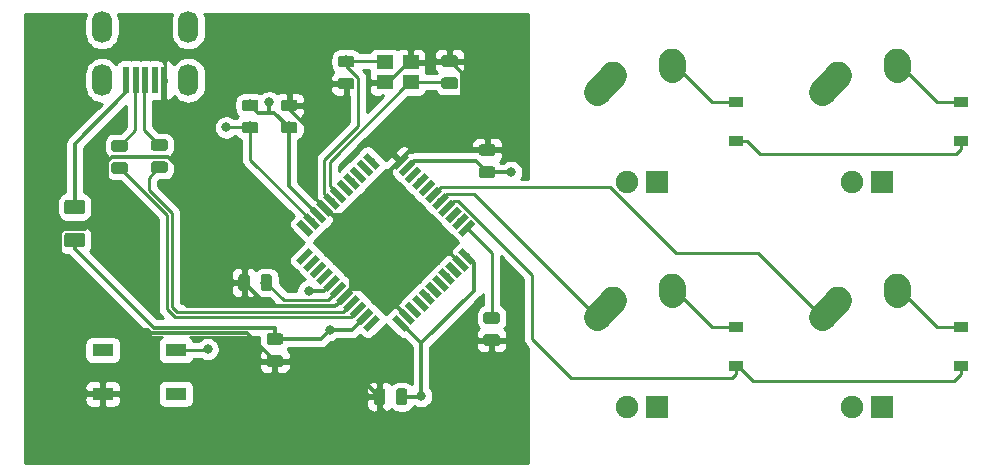
<source format=gbr>
G04 #@! TF.GenerationSoftware,KiCad,Pcbnew,(5.1.4)-1*
G04 #@! TF.CreationDate,2023-01-01T20:42:33-03:00*
G04 #@! TF.ProjectId,osukeypad-pcb,6f73756b-6579-4706-9164-2d7063622e6b,rev?*
G04 #@! TF.SameCoordinates,Original*
G04 #@! TF.FileFunction,Copper,L2,Bot*
G04 #@! TF.FilePolarity,Positive*
%FSLAX46Y46*%
G04 Gerber Fmt 4.6, Leading zero omitted, Abs format (unit mm)*
G04 Created by KiCad (PCBNEW (5.1.4)-1) date 2023-01-01 20:42:33*
%MOMM*%
%LPD*%
G04 APERTURE LIST*
%ADD10R,1.905000X1.905000*%
%ADD11C,1.905000*%
%ADD12C,2.250000*%
%ADD13C,2.250000*%
%ADD14C,0.100000*%
%ADD15C,0.975000*%
%ADD16R,1.400000X1.200000*%
%ADD17O,1.700000X2.700000*%
%ADD18R,0.500000X2.250000*%
%ADD19C,0.550000*%
%ADD20R,1.800000X1.100000*%
%ADD21C,1.250000*%
%ADD22R,1.200000X0.900000*%
%ADD23C,0.800000*%
%ADD24C,0.300000*%
%ADD25C,0.250000*%
%ADD26C,0.400000*%
%ADD27C,0.254000*%
G04 APERTURE END LIST*
D10*
X113982500Y-66992500D03*
D11*
X111442500Y-66992500D03*
D12*
X110212500Y-57912500D03*
X109557501Y-58642500D03*
D13*
X108902500Y-59372500D02*
X110212502Y-57912500D01*
D12*
X115252500Y-56832500D03*
X115232500Y-57122500D03*
D13*
X115212500Y-57412500D02*
X115252500Y-56832500D01*
D14*
G36*
X63027642Y-81652674D02*
G01*
X63051303Y-81656184D01*
X63074507Y-81661996D01*
X63097029Y-81670054D01*
X63118653Y-81680282D01*
X63139170Y-81692579D01*
X63158383Y-81706829D01*
X63176107Y-81722893D01*
X63192171Y-81740617D01*
X63206421Y-81759830D01*
X63218718Y-81780347D01*
X63228946Y-81801971D01*
X63237004Y-81824493D01*
X63242816Y-81847697D01*
X63246326Y-81871358D01*
X63247500Y-81895250D01*
X63247500Y-82382750D01*
X63246326Y-82406642D01*
X63242816Y-82430303D01*
X63237004Y-82453507D01*
X63228946Y-82476029D01*
X63218718Y-82497653D01*
X63206421Y-82518170D01*
X63192171Y-82537383D01*
X63176107Y-82555107D01*
X63158383Y-82571171D01*
X63139170Y-82585421D01*
X63118653Y-82597718D01*
X63097029Y-82607946D01*
X63074507Y-82616004D01*
X63051303Y-82621816D01*
X63027642Y-82625326D01*
X63003750Y-82626500D01*
X62091250Y-82626500D01*
X62067358Y-82625326D01*
X62043697Y-82621816D01*
X62020493Y-82616004D01*
X61997971Y-82607946D01*
X61976347Y-82597718D01*
X61955830Y-82585421D01*
X61936617Y-82571171D01*
X61918893Y-82555107D01*
X61902829Y-82537383D01*
X61888579Y-82518170D01*
X61876282Y-82497653D01*
X61866054Y-82476029D01*
X61857996Y-82453507D01*
X61852184Y-82430303D01*
X61848674Y-82406642D01*
X61847500Y-82382750D01*
X61847500Y-81895250D01*
X61848674Y-81871358D01*
X61852184Y-81847697D01*
X61857996Y-81824493D01*
X61866054Y-81801971D01*
X61876282Y-81780347D01*
X61888579Y-81759830D01*
X61902829Y-81740617D01*
X61918893Y-81722893D01*
X61936617Y-81706829D01*
X61955830Y-81692579D01*
X61976347Y-81680282D01*
X61997971Y-81670054D01*
X62020493Y-81661996D01*
X62043697Y-81656184D01*
X62067358Y-81652674D01*
X62091250Y-81651500D01*
X63003750Y-81651500D01*
X63027642Y-81652674D01*
X63027642Y-81652674D01*
G37*
D15*
X62547500Y-82139000D03*
D14*
G36*
X63027642Y-79777674D02*
G01*
X63051303Y-79781184D01*
X63074507Y-79786996D01*
X63097029Y-79795054D01*
X63118653Y-79805282D01*
X63139170Y-79817579D01*
X63158383Y-79831829D01*
X63176107Y-79847893D01*
X63192171Y-79865617D01*
X63206421Y-79884830D01*
X63218718Y-79905347D01*
X63228946Y-79926971D01*
X63237004Y-79949493D01*
X63242816Y-79972697D01*
X63246326Y-79996358D01*
X63247500Y-80020250D01*
X63247500Y-80507750D01*
X63246326Y-80531642D01*
X63242816Y-80555303D01*
X63237004Y-80578507D01*
X63228946Y-80601029D01*
X63218718Y-80622653D01*
X63206421Y-80643170D01*
X63192171Y-80662383D01*
X63176107Y-80680107D01*
X63158383Y-80696171D01*
X63139170Y-80710421D01*
X63118653Y-80722718D01*
X63097029Y-80732946D01*
X63074507Y-80741004D01*
X63051303Y-80746816D01*
X63027642Y-80750326D01*
X63003750Y-80751500D01*
X62091250Y-80751500D01*
X62067358Y-80750326D01*
X62043697Y-80746816D01*
X62020493Y-80741004D01*
X61997971Y-80732946D01*
X61976347Y-80722718D01*
X61955830Y-80710421D01*
X61936617Y-80696171D01*
X61918893Y-80680107D01*
X61902829Y-80662383D01*
X61888579Y-80643170D01*
X61876282Y-80622653D01*
X61866054Y-80601029D01*
X61857996Y-80578507D01*
X61852184Y-80555303D01*
X61848674Y-80531642D01*
X61847500Y-80507750D01*
X61847500Y-80020250D01*
X61848674Y-79996358D01*
X61852184Y-79972697D01*
X61857996Y-79949493D01*
X61866054Y-79926971D01*
X61876282Y-79905347D01*
X61888579Y-79884830D01*
X61902829Y-79865617D01*
X61918893Y-79847893D01*
X61936617Y-79831829D01*
X61955830Y-79817579D01*
X61976347Y-79805282D01*
X61997971Y-79795054D01*
X62020493Y-79786996D01*
X62043697Y-79781184D01*
X62067358Y-79777674D01*
X62091250Y-79776500D01*
X63003750Y-79776500D01*
X63027642Y-79777674D01*
X63027642Y-79777674D01*
G37*
D15*
X62547500Y-80264000D03*
D16*
X74041000Y-56847000D03*
X71841000Y-56847000D03*
X71841000Y-58547000D03*
X74041000Y-58547000D03*
D17*
X47912000Y-53848000D03*
X55212000Y-53848000D03*
X55212000Y-58348000D03*
X47912000Y-58348000D03*
D18*
X49962000Y-58348000D03*
X50762000Y-58348000D03*
X51562000Y-58348000D03*
X52362000Y-58348000D03*
X53162000Y-58348000D03*
D19*
X73147582Y-78931436D03*
D14*
G36*
X72422798Y-78595560D02*
G01*
X72811706Y-78206652D01*
X73872366Y-79267312D01*
X73483458Y-79656220D01*
X72422798Y-78595560D01*
X72422798Y-78595560D01*
G37*
D19*
X73713267Y-78365750D03*
D14*
G36*
X72988483Y-78029874D02*
G01*
X73377391Y-77640966D01*
X74438051Y-78701626D01*
X74049143Y-79090534D01*
X72988483Y-78029874D01*
X72988483Y-78029874D01*
G37*
D19*
X74278952Y-77800065D03*
D14*
G36*
X73554168Y-77464189D02*
G01*
X73943076Y-77075281D01*
X75003736Y-78135941D01*
X74614828Y-78524849D01*
X73554168Y-77464189D01*
X73554168Y-77464189D01*
G37*
D19*
X74844638Y-77234380D03*
D14*
G36*
X74119854Y-76898504D02*
G01*
X74508762Y-76509596D01*
X75569422Y-77570256D01*
X75180514Y-77959164D01*
X74119854Y-76898504D01*
X74119854Y-76898504D01*
G37*
D19*
X75410323Y-76668694D03*
D14*
G36*
X74685539Y-76332818D02*
G01*
X75074447Y-75943910D01*
X76135107Y-77004570D01*
X75746199Y-77393478D01*
X74685539Y-76332818D01*
X74685539Y-76332818D01*
G37*
D19*
X75976009Y-76103009D03*
D14*
G36*
X75251225Y-75767133D02*
G01*
X75640133Y-75378225D01*
X76700793Y-76438885D01*
X76311885Y-76827793D01*
X75251225Y-75767133D01*
X75251225Y-75767133D01*
G37*
D19*
X76541694Y-75537323D03*
D14*
G36*
X75816910Y-75201447D02*
G01*
X76205818Y-74812539D01*
X77266478Y-75873199D01*
X76877570Y-76262107D01*
X75816910Y-75201447D01*
X75816910Y-75201447D01*
G37*
D19*
X77107380Y-74971638D03*
D14*
G36*
X76382596Y-74635762D02*
G01*
X76771504Y-74246854D01*
X77832164Y-75307514D01*
X77443256Y-75696422D01*
X76382596Y-74635762D01*
X76382596Y-74635762D01*
G37*
D19*
X77673065Y-74405952D03*
D14*
G36*
X76948281Y-74070076D02*
G01*
X77337189Y-73681168D01*
X78397849Y-74741828D01*
X78008941Y-75130736D01*
X76948281Y-74070076D01*
X76948281Y-74070076D01*
G37*
D19*
X78238750Y-73840267D03*
D14*
G36*
X77513966Y-73504391D02*
G01*
X77902874Y-73115483D01*
X78963534Y-74176143D01*
X78574626Y-74565051D01*
X77513966Y-73504391D01*
X77513966Y-73504391D01*
G37*
D19*
X78804436Y-73274582D03*
D14*
G36*
X78079652Y-72938706D02*
G01*
X78468560Y-72549798D01*
X79529220Y-73610458D01*
X79140312Y-73999366D01*
X78079652Y-72938706D01*
X78079652Y-72938706D01*
G37*
D19*
X78804436Y-70870418D03*
D14*
G36*
X78468560Y-71595202D02*
G01*
X78079652Y-71206294D01*
X79140312Y-70145634D01*
X79529220Y-70534542D01*
X78468560Y-71595202D01*
X78468560Y-71595202D01*
G37*
D19*
X78238750Y-70304733D03*
D14*
G36*
X77902874Y-71029517D02*
G01*
X77513966Y-70640609D01*
X78574626Y-69579949D01*
X78963534Y-69968857D01*
X77902874Y-71029517D01*
X77902874Y-71029517D01*
G37*
D19*
X77673065Y-69739048D03*
D14*
G36*
X77337189Y-70463832D02*
G01*
X76948281Y-70074924D01*
X78008941Y-69014264D01*
X78397849Y-69403172D01*
X77337189Y-70463832D01*
X77337189Y-70463832D01*
G37*
D19*
X77107380Y-69173362D03*
D14*
G36*
X76771504Y-69898146D02*
G01*
X76382596Y-69509238D01*
X77443256Y-68448578D01*
X77832164Y-68837486D01*
X76771504Y-69898146D01*
X76771504Y-69898146D01*
G37*
D19*
X76541694Y-68607677D03*
D14*
G36*
X76205818Y-69332461D02*
G01*
X75816910Y-68943553D01*
X76877570Y-67882893D01*
X77266478Y-68271801D01*
X76205818Y-69332461D01*
X76205818Y-69332461D01*
G37*
D19*
X75976009Y-68041991D03*
D14*
G36*
X75640133Y-68766775D02*
G01*
X75251225Y-68377867D01*
X76311885Y-67317207D01*
X76700793Y-67706115D01*
X75640133Y-68766775D01*
X75640133Y-68766775D01*
G37*
D19*
X75410323Y-67476306D03*
D14*
G36*
X75074447Y-68201090D02*
G01*
X74685539Y-67812182D01*
X75746199Y-66751522D01*
X76135107Y-67140430D01*
X75074447Y-68201090D01*
X75074447Y-68201090D01*
G37*
D19*
X74844638Y-66910620D03*
D14*
G36*
X74508762Y-67635404D02*
G01*
X74119854Y-67246496D01*
X75180514Y-66185836D01*
X75569422Y-66574744D01*
X74508762Y-67635404D01*
X74508762Y-67635404D01*
G37*
D19*
X74278952Y-66344935D03*
D14*
G36*
X73943076Y-67069719D02*
G01*
X73554168Y-66680811D01*
X74614828Y-65620151D01*
X75003736Y-66009059D01*
X73943076Y-67069719D01*
X73943076Y-67069719D01*
G37*
D19*
X73713267Y-65779250D03*
D14*
G36*
X73377391Y-66504034D02*
G01*
X72988483Y-66115126D01*
X74049143Y-65054466D01*
X74438051Y-65443374D01*
X73377391Y-66504034D01*
X73377391Y-66504034D01*
G37*
D19*
X73147582Y-65213564D03*
D14*
G36*
X72811706Y-65938348D02*
G01*
X72422798Y-65549440D01*
X73483458Y-64488780D01*
X73872366Y-64877688D01*
X72811706Y-65938348D01*
X72811706Y-65938348D01*
G37*
D19*
X70743418Y-65213564D03*
D14*
G36*
X70018634Y-64877688D02*
G01*
X70407542Y-64488780D01*
X71468202Y-65549440D01*
X71079294Y-65938348D01*
X70018634Y-64877688D01*
X70018634Y-64877688D01*
G37*
D19*
X70177733Y-65779250D03*
D14*
G36*
X69452949Y-65443374D02*
G01*
X69841857Y-65054466D01*
X70902517Y-66115126D01*
X70513609Y-66504034D01*
X69452949Y-65443374D01*
X69452949Y-65443374D01*
G37*
D19*
X69612048Y-66344935D03*
D14*
G36*
X68887264Y-66009059D02*
G01*
X69276172Y-65620151D01*
X70336832Y-66680811D01*
X69947924Y-67069719D01*
X68887264Y-66009059D01*
X68887264Y-66009059D01*
G37*
D19*
X69046362Y-66910620D03*
D14*
G36*
X68321578Y-66574744D02*
G01*
X68710486Y-66185836D01*
X69771146Y-67246496D01*
X69382238Y-67635404D01*
X68321578Y-66574744D01*
X68321578Y-66574744D01*
G37*
D19*
X68480677Y-67476306D03*
D14*
G36*
X67755893Y-67140430D02*
G01*
X68144801Y-66751522D01*
X69205461Y-67812182D01*
X68816553Y-68201090D01*
X67755893Y-67140430D01*
X67755893Y-67140430D01*
G37*
D19*
X67914991Y-68041991D03*
D14*
G36*
X67190207Y-67706115D02*
G01*
X67579115Y-67317207D01*
X68639775Y-68377867D01*
X68250867Y-68766775D01*
X67190207Y-67706115D01*
X67190207Y-67706115D01*
G37*
D19*
X67349306Y-68607677D03*
D14*
G36*
X66624522Y-68271801D02*
G01*
X67013430Y-67882893D01*
X68074090Y-68943553D01*
X67685182Y-69332461D01*
X66624522Y-68271801D01*
X66624522Y-68271801D01*
G37*
D19*
X66783620Y-69173362D03*
D14*
G36*
X66058836Y-68837486D02*
G01*
X66447744Y-68448578D01*
X67508404Y-69509238D01*
X67119496Y-69898146D01*
X66058836Y-68837486D01*
X66058836Y-68837486D01*
G37*
D19*
X66217935Y-69739048D03*
D14*
G36*
X65493151Y-69403172D02*
G01*
X65882059Y-69014264D01*
X66942719Y-70074924D01*
X66553811Y-70463832D01*
X65493151Y-69403172D01*
X65493151Y-69403172D01*
G37*
D19*
X65652250Y-70304733D03*
D14*
G36*
X64927466Y-69968857D02*
G01*
X65316374Y-69579949D01*
X66377034Y-70640609D01*
X65988126Y-71029517D01*
X64927466Y-69968857D01*
X64927466Y-69968857D01*
G37*
D19*
X65086564Y-70870418D03*
D14*
G36*
X64361780Y-70534542D02*
G01*
X64750688Y-70145634D01*
X65811348Y-71206294D01*
X65422440Y-71595202D01*
X64361780Y-70534542D01*
X64361780Y-70534542D01*
G37*
D19*
X65086564Y-73274582D03*
D14*
G36*
X64750688Y-73999366D02*
G01*
X64361780Y-73610458D01*
X65422440Y-72549798D01*
X65811348Y-72938706D01*
X64750688Y-73999366D01*
X64750688Y-73999366D01*
G37*
D19*
X65652250Y-73840267D03*
D14*
G36*
X65316374Y-74565051D02*
G01*
X64927466Y-74176143D01*
X65988126Y-73115483D01*
X66377034Y-73504391D01*
X65316374Y-74565051D01*
X65316374Y-74565051D01*
G37*
D19*
X66217935Y-74405952D03*
D14*
G36*
X65882059Y-75130736D02*
G01*
X65493151Y-74741828D01*
X66553811Y-73681168D01*
X66942719Y-74070076D01*
X65882059Y-75130736D01*
X65882059Y-75130736D01*
G37*
D19*
X66783620Y-74971638D03*
D14*
G36*
X66447744Y-75696422D02*
G01*
X66058836Y-75307514D01*
X67119496Y-74246854D01*
X67508404Y-74635762D01*
X66447744Y-75696422D01*
X66447744Y-75696422D01*
G37*
D19*
X67349306Y-75537323D03*
D14*
G36*
X67013430Y-76262107D02*
G01*
X66624522Y-75873199D01*
X67685182Y-74812539D01*
X68074090Y-75201447D01*
X67013430Y-76262107D01*
X67013430Y-76262107D01*
G37*
D19*
X67914991Y-76103009D03*
D14*
G36*
X67579115Y-76827793D02*
G01*
X67190207Y-76438885D01*
X68250867Y-75378225D01*
X68639775Y-75767133D01*
X67579115Y-76827793D01*
X67579115Y-76827793D01*
G37*
D19*
X68480677Y-76668694D03*
D14*
G36*
X68144801Y-77393478D02*
G01*
X67755893Y-77004570D01*
X68816553Y-75943910D01*
X69205461Y-76332818D01*
X68144801Y-77393478D01*
X68144801Y-77393478D01*
G37*
D19*
X69046362Y-77234380D03*
D14*
G36*
X68710486Y-77959164D02*
G01*
X68321578Y-77570256D01*
X69382238Y-76509596D01*
X69771146Y-76898504D01*
X68710486Y-77959164D01*
X68710486Y-77959164D01*
G37*
D19*
X69612048Y-77800065D03*
D14*
G36*
X69276172Y-78524849D02*
G01*
X68887264Y-78135941D01*
X69947924Y-77075281D01*
X70336832Y-77464189D01*
X69276172Y-78524849D01*
X69276172Y-78524849D01*
G37*
D19*
X70177733Y-78365750D03*
D14*
G36*
X69841857Y-79090534D02*
G01*
X69452949Y-78701626D01*
X70513609Y-77640966D01*
X70902517Y-78029874D01*
X69841857Y-79090534D01*
X69841857Y-79090534D01*
G37*
D19*
X70743418Y-78931436D03*
D14*
G36*
X70407542Y-79656220D02*
G01*
X70018634Y-79267312D01*
X71079294Y-78206652D01*
X71468202Y-78595560D01*
X70407542Y-79656220D01*
X70407542Y-79656220D01*
G37*
D20*
X54165500Y-84916500D03*
X47965500Y-81216500D03*
X54165500Y-81216500D03*
X47965500Y-84916500D03*
D14*
G36*
X81379142Y-77999674D02*
G01*
X81402803Y-78003184D01*
X81426007Y-78008996D01*
X81448529Y-78017054D01*
X81470153Y-78027282D01*
X81490670Y-78039579D01*
X81509883Y-78053829D01*
X81527607Y-78069893D01*
X81543671Y-78087617D01*
X81557921Y-78106830D01*
X81570218Y-78127347D01*
X81580446Y-78148971D01*
X81588504Y-78171493D01*
X81594316Y-78194697D01*
X81597826Y-78218358D01*
X81599000Y-78242250D01*
X81599000Y-78729750D01*
X81597826Y-78753642D01*
X81594316Y-78777303D01*
X81588504Y-78800507D01*
X81580446Y-78823029D01*
X81570218Y-78844653D01*
X81557921Y-78865170D01*
X81543671Y-78884383D01*
X81527607Y-78902107D01*
X81509883Y-78918171D01*
X81490670Y-78932421D01*
X81470153Y-78944718D01*
X81448529Y-78954946D01*
X81426007Y-78963004D01*
X81402803Y-78968816D01*
X81379142Y-78972326D01*
X81355250Y-78973500D01*
X80442750Y-78973500D01*
X80418858Y-78972326D01*
X80395197Y-78968816D01*
X80371993Y-78963004D01*
X80349471Y-78954946D01*
X80327847Y-78944718D01*
X80307330Y-78932421D01*
X80288117Y-78918171D01*
X80270393Y-78902107D01*
X80254329Y-78884383D01*
X80240079Y-78865170D01*
X80227782Y-78844653D01*
X80217554Y-78823029D01*
X80209496Y-78800507D01*
X80203684Y-78777303D01*
X80200174Y-78753642D01*
X80199000Y-78729750D01*
X80199000Y-78242250D01*
X80200174Y-78218358D01*
X80203684Y-78194697D01*
X80209496Y-78171493D01*
X80217554Y-78148971D01*
X80227782Y-78127347D01*
X80240079Y-78106830D01*
X80254329Y-78087617D01*
X80270393Y-78069893D01*
X80288117Y-78053829D01*
X80307330Y-78039579D01*
X80327847Y-78027282D01*
X80349471Y-78017054D01*
X80371993Y-78008996D01*
X80395197Y-78003184D01*
X80418858Y-77999674D01*
X80442750Y-77998500D01*
X81355250Y-77998500D01*
X81379142Y-77999674D01*
X81379142Y-77999674D01*
G37*
D15*
X80899000Y-78486000D03*
D14*
G36*
X81379142Y-79874674D02*
G01*
X81402803Y-79878184D01*
X81426007Y-79883996D01*
X81448529Y-79892054D01*
X81470153Y-79902282D01*
X81490670Y-79914579D01*
X81509883Y-79928829D01*
X81527607Y-79944893D01*
X81543671Y-79962617D01*
X81557921Y-79981830D01*
X81570218Y-80002347D01*
X81580446Y-80023971D01*
X81588504Y-80046493D01*
X81594316Y-80069697D01*
X81597826Y-80093358D01*
X81599000Y-80117250D01*
X81599000Y-80604750D01*
X81597826Y-80628642D01*
X81594316Y-80652303D01*
X81588504Y-80675507D01*
X81580446Y-80698029D01*
X81570218Y-80719653D01*
X81557921Y-80740170D01*
X81543671Y-80759383D01*
X81527607Y-80777107D01*
X81509883Y-80793171D01*
X81490670Y-80807421D01*
X81470153Y-80819718D01*
X81448529Y-80829946D01*
X81426007Y-80838004D01*
X81402803Y-80843816D01*
X81379142Y-80847326D01*
X81355250Y-80848500D01*
X80442750Y-80848500D01*
X80418858Y-80847326D01*
X80395197Y-80843816D01*
X80371993Y-80838004D01*
X80349471Y-80829946D01*
X80327847Y-80819718D01*
X80307330Y-80807421D01*
X80288117Y-80793171D01*
X80270393Y-80777107D01*
X80254329Y-80759383D01*
X80240079Y-80740170D01*
X80227782Y-80719653D01*
X80217554Y-80698029D01*
X80209496Y-80675507D01*
X80203684Y-80652303D01*
X80200174Y-80628642D01*
X80199000Y-80604750D01*
X80199000Y-80117250D01*
X80200174Y-80093358D01*
X80203684Y-80069697D01*
X80209496Y-80046493D01*
X80217554Y-80023971D01*
X80227782Y-80002347D01*
X80240079Y-79981830D01*
X80254329Y-79962617D01*
X80270393Y-79944893D01*
X80288117Y-79928829D01*
X80307330Y-79914579D01*
X80327847Y-79902282D01*
X80349471Y-79892054D01*
X80371993Y-79883996D01*
X80395197Y-79878184D01*
X80418858Y-79874674D01*
X80442750Y-79873500D01*
X81355250Y-79873500D01*
X81379142Y-79874674D01*
X81379142Y-79874674D01*
G37*
D15*
X80899000Y-80361000D03*
D14*
G36*
X60932142Y-61870674D02*
G01*
X60955803Y-61874184D01*
X60979007Y-61879996D01*
X61001529Y-61888054D01*
X61023153Y-61898282D01*
X61043670Y-61910579D01*
X61062883Y-61924829D01*
X61080607Y-61940893D01*
X61096671Y-61958617D01*
X61110921Y-61977830D01*
X61123218Y-61998347D01*
X61133446Y-62019971D01*
X61141504Y-62042493D01*
X61147316Y-62065697D01*
X61150826Y-62089358D01*
X61152000Y-62113250D01*
X61152000Y-62600750D01*
X61150826Y-62624642D01*
X61147316Y-62648303D01*
X61141504Y-62671507D01*
X61133446Y-62694029D01*
X61123218Y-62715653D01*
X61110921Y-62736170D01*
X61096671Y-62755383D01*
X61080607Y-62773107D01*
X61062883Y-62789171D01*
X61043670Y-62803421D01*
X61023153Y-62815718D01*
X61001529Y-62825946D01*
X60979007Y-62834004D01*
X60955803Y-62839816D01*
X60932142Y-62843326D01*
X60908250Y-62844500D01*
X59995750Y-62844500D01*
X59971858Y-62843326D01*
X59948197Y-62839816D01*
X59924993Y-62834004D01*
X59902471Y-62825946D01*
X59880847Y-62815718D01*
X59860330Y-62803421D01*
X59841117Y-62789171D01*
X59823393Y-62773107D01*
X59807329Y-62755383D01*
X59793079Y-62736170D01*
X59780782Y-62715653D01*
X59770554Y-62694029D01*
X59762496Y-62671507D01*
X59756684Y-62648303D01*
X59753174Y-62624642D01*
X59752000Y-62600750D01*
X59752000Y-62113250D01*
X59753174Y-62089358D01*
X59756684Y-62065697D01*
X59762496Y-62042493D01*
X59770554Y-62019971D01*
X59780782Y-61998347D01*
X59793079Y-61977830D01*
X59807329Y-61958617D01*
X59823393Y-61940893D01*
X59841117Y-61924829D01*
X59860330Y-61910579D01*
X59880847Y-61898282D01*
X59902471Y-61888054D01*
X59924993Y-61879996D01*
X59948197Y-61874184D01*
X59971858Y-61870674D01*
X59995750Y-61869500D01*
X60908250Y-61869500D01*
X60932142Y-61870674D01*
X60932142Y-61870674D01*
G37*
D15*
X60452000Y-62357000D03*
D14*
G36*
X60932142Y-59995674D02*
G01*
X60955803Y-59999184D01*
X60979007Y-60004996D01*
X61001529Y-60013054D01*
X61023153Y-60023282D01*
X61043670Y-60035579D01*
X61062883Y-60049829D01*
X61080607Y-60065893D01*
X61096671Y-60083617D01*
X61110921Y-60102830D01*
X61123218Y-60123347D01*
X61133446Y-60144971D01*
X61141504Y-60167493D01*
X61147316Y-60190697D01*
X61150826Y-60214358D01*
X61152000Y-60238250D01*
X61152000Y-60725750D01*
X61150826Y-60749642D01*
X61147316Y-60773303D01*
X61141504Y-60796507D01*
X61133446Y-60819029D01*
X61123218Y-60840653D01*
X61110921Y-60861170D01*
X61096671Y-60880383D01*
X61080607Y-60898107D01*
X61062883Y-60914171D01*
X61043670Y-60928421D01*
X61023153Y-60940718D01*
X61001529Y-60950946D01*
X60979007Y-60959004D01*
X60955803Y-60964816D01*
X60932142Y-60968326D01*
X60908250Y-60969500D01*
X59995750Y-60969500D01*
X59971858Y-60968326D01*
X59948197Y-60964816D01*
X59924993Y-60959004D01*
X59902471Y-60950946D01*
X59880847Y-60940718D01*
X59860330Y-60928421D01*
X59841117Y-60914171D01*
X59823393Y-60898107D01*
X59807329Y-60880383D01*
X59793079Y-60861170D01*
X59780782Y-60840653D01*
X59770554Y-60819029D01*
X59762496Y-60796507D01*
X59756684Y-60773303D01*
X59753174Y-60749642D01*
X59752000Y-60725750D01*
X59752000Y-60238250D01*
X59753174Y-60214358D01*
X59756684Y-60190697D01*
X59762496Y-60167493D01*
X59770554Y-60144971D01*
X59780782Y-60123347D01*
X59793079Y-60102830D01*
X59807329Y-60083617D01*
X59823393Y-60065893D01*
X59841117Y-60049829D01*
X59860330Y-60035579D01*
X59880847Y-60023282D01*
X59902471Y-60013054D01*
X59924993Y-60004996D01*
X59948197Y-59999184D01*
X59971858Y-59995674D01*
X59995750Y-59994500D01*
X60908250Y-59994500D01*
X60932142Y-59995674D01*
X60932142Y-59995674D01*
G37*
D15*
X60452000Y-60482000D03*
D14*
G36*
X53248642Y-63361174D02*
G01*
X53272303Y-63364684D01*
X53295507Y-63370496D01*
X53318029Y-63378554D01*
X53339653Y-63388782D01*
X53360170Y-63401079D01*
X53379383Y-63415329D01*
X53397107Y-63431393D01*
X53413171Y-63449117D01*
X53427421Y-63468330D01*
X53439718Y-63488847D01*
X53449946Y-63510471D01*
X53458004Y-63532993D01*
X53463816Y-63556197D01*
X53467326Y-63579858D01*
X53468500Y-63603750D01*
X53468500Y-64091250D01*
X53467326Y-64115142D01*
X53463816Y-64138803D01*
X53458004Y-64162007D01*
X53449946Y-64184529D01*
X53439718Y-64206153D01*
X53427421Y-64226670D01*
X53413171Y-64245883D01*
X53397107Y-64263607D01*
X53379383Y-64279671D01*
X53360170Y-64293921D01*
X53339653Y-64306218D01*
X53318029Y-64316446D01*
X53295507Y-64324504D01*
X53272303Y-64330316D01*
X53248642Y-64333826D01*
X53224750Y-64335000D01*
X52312250Y-64335000D01*
X52288358Y-64333826D01*
X52264697Y-64330316D01*
X52241493Y-64324504D01*
X52218971Y-64316446D01*
X52197347Y-64306218D01*
X52176830Y-64293921D01*
X52157617Y-64279671D01*
X52139893Y-64263607D01*
X52123829Y-64245883D01*
X52109579Y-64226670D01*
X52097282Y-64206153D01*
X52087054Y-64184529D01*
X52078996Y-64162007D01*
X52073184Y-64138803D01*
X52069674Y-64115142D01*
X52068500Y-64091250D01*
X52068500Y-63603750D01*
X52069674Y-63579858D01*
X52073184Y-63556197D01*
X52078996Y-63532993D01*
X52087054Y-63510471D01*
X52097282Y-63488847D01*
X52109579Y-63468330D01*
X52123829Y-63449117D01*
X52139893Y-63431393D01*
X52157617Y-63415329D01*
X52176830Y-63401079D01*
X52197347Y-63388782D01*
X52218971Y-63378554D01*
X52241493Y-63370496D01*
X52264697Y-63364684D01*
X52288358Y-63361174D01*
X52312250Y-63360000D01*
X53224750Y-63360000D01*
X53248642Y-63361174D01*
X53248642Y-63361174D01*
G37*
D15*
X52768500Y-63847500D03*
D14*
G36*
X53248642Y-65236174D02*
G01*
X53272303Y-65239684D01*
X53295507Y-65245496D01*
X53318029Y-65253554D01*
X53339653Y-65263782D01*
X53360170Y-65276079D01*
X53379383Y-65290329D01*
X53397107Y-65306393D01*
X53413171Y-65324117D01*
X53427421Y-65343330D01*
X53439718Y-65363847D01*
X53449946Y-65385471D01*
X53458004Y-65407993D01*
X53463816Y-65431197D01*
X53467326Y-65454858D01*
X53468500Y-65478750D01*
X53468500Y-65966250D01*
X53467326Y-65990142D01*
X53463816Y-66013803D01*
X53458004Y-66037007D01*
X53449946Y-66059529D01*
X53439718Y-66081153D01*
X53427421Y-66101670D01*
X53413171Y-66120883D01*
X53397107Y-66138607D01*
X53379383Y-66154671D01*
X53360170Y-66168921D01*
X53339653Y-66181218D01*
X53318029Y-66191446D01*
X53295507Y-66199504D01*
X53272303Y-66205316D01*
X53248642Y-66208826D01*
X53224750Y-66210000D01*
X52312250Y-66210000D01*
X52288358Y-66208826D01*
X52264697Y-66205316D01*
X52241493Y-66199504D01*
X52218971Y-66191446D01*
X52197347Y-66181218D01*
X52176830Y-66168921D01*
X52157617Y-66154671D01*
X52139893Y-66138607D01*
X52123829Y-66120883D01*
X52109579Y-66101670D01*
X52097282Y-66081153D01*
X52087054Y-66059529D01*
X52078996Y-66037007D01*
X52073184Y-66013803D01*
X52069674Y-65990142D01*
X52068500Y-65966250D01*
X52068500Y-65478750D01*
X52069674Y-65454858D01*
X52073184Y-65431197D01*
X52078996Y-65407993D01*
X52087054Y-65385471D01*
X52097282Y-65363847D01*
X52109579Y-65343330D01*
X52123829Y-65324117D01*
X52139893Y-65306393D01*
X52157617Y-65290329D01*
X52176830Y-65276079D01*
X52197347Y-65263782D01*
X52218971Y-65253554D01*
X52241493Y-65245496D01*
X52264697Y-65239684D01*
X52288358Y-65236174D01*
X52312250Y-65235000D01*
X53224750Y-65235000D01*
X53248642Y-65236174D01*
X53248642Y-65236174D01*
G37*
D15*
X52768500Y-65722500D03*
D14*
G36*
X49883142Y-63424674D02*
G01*
X49906803Y-63428184D01*
X49930007Y-63433996D01*
X49952529Y-63442054D01*
X49974153Y-63452282D01*
X49994670Y-63464579D01*
X50013883Y-63478829D01*
X50031607Y-63494893D01*
X50047671Y-63512617D01*
X50061921Y-63531830D01*
X50074218Y-63552347D01*
X50084446Y-63573971D01*
X50092504Y-63596493D01*
X50098316Y-63619697D01*
X50101826Y-63643358D01*
X50103000Y-63667250D01*
X50103000Y-64154750D01*
X50101826Y-64178642D01*
X50098316Y-64202303D01*
X50092504Y-64225507D01*
X50084446Y-64248029D01*
X50074218Y-64269653D01*
X50061921Y-64290170D01*
X50047671Y-64309383D01*
X50031607Y-64327107D01*
X50013883Y-64343171D01*
X49994670Y-64357421D01*
X49974153Y-64369718D01*
X49952529Y-64379946D01*
X49930007Y-64388004D01*
X49906803Y-64393816D01*
X49883142Y-64397326D01*
X49859250Y-64398500D01*
X48946750Y-64398500D01*
X48922858Y-64397326D01*
X48899197Y-64393816D01*
X48875993Y-64388004D01*
X48853471Y-64379946D01*
X48831847Y-64369718D01*
X48811330Y-64357421D01*
X48792117Y-64343171D01*
X48774393Y-64327107D01*
X48758329Y-64309383D01*
X48744079Y-64290170D01*
X48731782Y-64269653D01*
X48721554Y-64248029D01*
X48713496Y-64225507D01*
X48707684Y-64202303D01*
X48704174Y-64178642D01*
X48703000Y-64154750D01*
X48703000Y-63667250D01*
X48704174Y-63643358D01*
X48707684Y-63619697D01*
X48713496Y-63596493D01*
X48721554Y-63573971D01*
X48731782Y-63552347D01*
X48744079Y-63531830D01*
X48758329Y-63512617D01*
X48774393Y-63494893D01*
X48792117Y-63478829D01*
X48811330Y-63464579D01*
X48831847Y-63452282D01*
X48853471Y-63442054D01*
X48875993Y-63433996D01*
X48899197Y-63428184D01*
X48922858Y-63424674D01*
X48946750Y-63423500D01*
X49859250Y-63423500D01*
X49883142Y-63424674D01*
X49883142Y-63424674D01*
G37*
D15*
X49403000Y-63911000D03*
D14*
G36*
X49883142Y-65299674D02*
G01*
X49906803Y-65303184D01*
X49930007Y-65308996D01*
X49952529Y-65317054D01*
X49974153Y-65327282D01*
X49994670Y-65339579D01*
X50013883Y-65353829D01*
X50031607Y-65369893D01*
X50047671Y-65387617D01*
X50061921Y-65406830D01*
X50074218Y-65427347D01*
X50084446Y-65448971D01*
X50092504Y-65471493D01*
X50098316Y-65494697D01*
X50101826Y-65518358D01*
X50103000Y-65542250D01*
X50103000Y-66029750D01*
X50101826Y-66053642D01*
X50098316Y-66077303D01*
X50092504Y-66100507D01*
X50084446Y-66123029D01*
X50074218Y-66144653D01*
X50061921Y-66165170D01*
X50047671Y-66184383D01*
X50031607Y-66202107D01*
X50013883Y-66218171D01*
X49994670Y-66232421D01*
X49974153Y-66244718D01*
X49952529Y-66254946D01*
X49930007Y-66263004D01*
X49906803Y-66268816D01*
X49883142Y-66272326D01*
X49859250Y-66273500D01*
X48946750Y-66273500D01*
X48922858Y-66272326D01*
X48899197Y-66268816D01*
X48875993Y-66263004D01*
X48853471Y-66254946D01*
X48831847Y-66244718D01*
X48811330Y-66232421D01*
X48792117Y-66218171D01*
X48774393Y-66202107D01*
X48758329Y-66184383D01*
X48744079Y-66165170D01*
X48731782Y-66144653D01*
X48721554Y-66123029D01*
X48713496Y-66100507D01*
X48707684Y-66077303D01*
X48704174Y-66053642D01*
X48703000Y-66029750D01*
X48703000Y-65542250D01*
X48704174Y-65518358D01*
X48707684Y-65494697D01*
X48713496Y-65471493D01*
X48721554Y-65448971D01*
X48731782Y-65427347D01*
X48744079Y-65406830D01*
X48758329Y-65387617D01*
X48774393Y-65369893D01*
X48792117Y-65353829D01*
X48811330Y-65339579D01*
X48831847Y-65327282D01*
X48853471Y-65317054D01*
X48875993Y-65308996D01*
X48899197Y-65303184D01*
X48922858Y-65299674D01*
X48946750Y-65298500D01*
X49859250Y-65298500D01*
X49883142Y-65299674D01*
X49883142Y-65299674D01*
G37*
D15*
X49403000Y-65786000D03*
D10*
X113982500Y-86042500D03*
D11*
X111442500Y-86042500D03*
D12*
X110212500Y-76962500D03*
X109557501Y-77692500D03*
D13*
X108902500Y-78422500D02*
X110212502Y-76962500D01*
D12*
X115252500Y-75882500D03*
X115232500Y-76172500D03*
D13*
X115212500Y-76462500D02*
X115252500Y-75882500D01*
D10*
X94932500Y-86042500D03*
D11*
X92392500Y-86042500D03*
D12*
X91162500Y-76962500D03*
X90507501Y-77692500D03*
D13*
X89852500Y-78422500D02*
X91162502Y-76962500D01*
D12*
X96202500Y-75882500D03*
X96182500Y-76172500D03*
D13*
X96162500Y-76462500D02*
X96202500Y-75882500D01*
D10*
X94932500Y-66992500D03*
D11*
X92392500Y-66992500D03*
D12*
X91162500Y-57912500D03*
X90507501Y-58642500D03*
D13*
X89852500Y-59372500D02*
X91162502Y-57912500D01*
D12*
X96202500Y-56832500D03*
X96182500Y-57122500D03*
D13*
X96162500Y-57412500D02*
X96202500Y-56832500D01*
D14*
G36*
X46242504Y-68464204D02*
G01*
X46266773Y-68467804D01*
X46290571Y-68473765D01*
X46313671Y-68482030D01*
X46335849Y-68492520D01*
X46356893Y-68505133D01*
X46376598Y-68519747D01*
X46394777Y-68536223D01*
X46411253Y-68554402D01*
X46425867Y-68574107D01*
X46438480Y-68595151D01*
X46448970Y-68617329D01*
X46457235Y-68640429D01*
X46463196Y-68664227D01*
X46466796Y-68688496D01*
X46468000Y-68713000D01*
X46468000Y-69463000D01*
X46466796Y-69487504D01*
X46463196Y-69511773D01*
X46457235Y-69535571D01*
X46448970Y-69558671D01*
X46438480Y-69580849D01*
X46425867Y-69601893D01*
X46411253Y-69621598D01*
X46394777Y-69639777D01*
X46376598Y-69656253D01*
X46356893Y-69670867D01*
X46335849Y-69683480D01*
X46313671Y-69693970D01*
X46290571Y-69702235D01*
X46266773Y-69708196D01*
X46242504Y-69711796D01*
X46218000Y-69713000D01*
X44968000Y-69713000D01*
X44943496Y-69711796D01*
X44919227Y-69708196D01*
X44895429Y-69702235D01*
X44872329Y-69693970D01*
X44850151Y-69683480D01*
X44829107Y-69670867D01*
X44809402Y-69656253D01*
X44791223Y-69639777D01*
X44774747Y-69621598D01*
X44760133Y-69601893D01*
X44747520Y-69580849D01*
X44737030Y-69558671D01*
X44728765Y-69535571D01*
X44722804Y-69511773D01*
X44719204Y-69487504D01*
X44718000Y-69463000D01*
X44718000Y-68713000D01*
X44719204Y-68688496D01*
X44722804Y-68664227D01*
X44728765Y-68640429D01*
X44737030Y-68617329D01*
X44747520Y-68595151D01*
X44760133Y-68574107D01*
X44774747Y-68554402D01*
X44791223Y-68536223D01*
X44809402Y-68519747D01*
X44829107Y-68505133D01*
X44850151Y-68492520D01*
X44872329Y-68482030D01*
X44895429Y-68473765D01*
X44919227Y-68467804D01*
X44943496Y-68464204D01*
X44968000Y-68463000D01*
X46218000Y-68463000D01*
X46242504Y-68464204D01*
X46242504Y-68464204D01*
G37*
D21*
X45593000Y-69088000D03*
D14*
G36*
X46242504Y-71264204D02*
G01*
X46266773Y-71267804D01*
X46290571Y-71273765D01*
X46313671Y-71282030D01*
X46335849Y-71292520D01*
X46356893Y-71305133D01*
X46376598Y-71319747D01*
X46394777Y-71336223D01*
X46411253Y-71354402D01*
X46425867Y-71374107D01*
X46438480Y-71395151D01*
X46448970Y-71417329D01*
X46457235Y-71440429D01*
X46463196Y-71464227D01*
X46466796Y-71488496D01*
X46468000Y-71513000D01*
X46468000Y-72263000D01*
X46466796Y-72287504D01*
X46463196Y-72311773D01*
X46457235Y-72335571D01*
X46448970Y-72358671D01*
X46438480Y-72380849D01*
X46425867Y-72401893D01*
X46411253Y-72421598D01*
X46394777Y-72439777D01*
X46376598Y-72456253D01*
X46356893Y-72470867D01*
X46335849Y-72483480D01*
X46313671Y-72493970D01*
X46290571Y-72502235D01*
X46266773Y-72508196D01*
X46242504Y-72511796D01*
X46218000Y-72513000D01*
X44968000Y-72513000D01*
X44943496Y-72511796D01*
X44919227Y-72508196D01*
X44895429Y-72502235D01*
X44872329Y-72493970D01*
X44850151Y-72483480D01*
X44829107Y-72470867D01*
X44809402Y-72456253D01*
X44791223Y-72439777D01*
X44774747Y-72421598D01*
X44760133Y-72401893D01*
X44747520Y-72380849D01*
X44737030Y-72358671D01*
X44728765Y-72335571D01*
X44722804Y-72311773D01*
X44719204Y-72287504D01*
X44718000Y-72263000D01*
X44718000Y-71513000D01*
X44719204Y-71488496D01*
X44722804Y-71464227D01*
X44728765Y-71440429D01*
X44737030Y-71417329D01*
X44747520Y-71395151D01*
X44760133Y-71374107D01*
X44774747Y-71354402D01*
X44791223Y-71336223D01*
X44809402Y-71319747D01*
X44829107Y-71305133D01*
X44850151Y-71292520D01*
X44872329Y-71282030D01*
X44895429Y-71273765D01*
X44919227Y-71267804D01*
X44943496Y-71264204D01*
X44968000Y-71263000D01*
X46218000Y-71263000D01*
X46242504Y-71264204D01*
X46242504Y-71264204D01*
G37*
D21*
X45593000Y-71888000D03*
D22*
X120650000Y-79248000D03*
X120650000Y-82548000D03*
X120650000Y-60198000D03*
X120650000Y-63498000D03*
X101600000Y-79250000D03*
X101600000Y-82550000D03*
X101600000Y-60200000D03*
X101600000Y-63500000D03*
D14*
G36*
X60216242Y-74789974D02*
G01*
X60239903Y-74793484D01*
X60263107Y-74799296D01*
X60285629Y-74807354D01*
X60307253Y-74817582D01*
X60327770Y-74829879D01*
X60346983Y-74844129D01*
X60364707Y-74860193D01*
X60380771Y-74877917D01*
X60395021Y-74897130D01*
X60407318Y-74917647D01*
X60417546Y-74939271D01*
X60425604Y-74961793D01*
X60431416Y-74984997D01*
X60434926Y-75008658D01*
X60436100Y-75032550D01*
X60436100Y-75945050D01*
X60434926Y-75968942D01*
X60431416Y-75992603D01*
X60425604Y-76015807D01*
X60417546Y-76038329D01*
X60407318Y-76059953D01*
X60395021Y-76080470D01*
X60380771Y-76099683D01*
X60364707Y-76117407D01*
X60346983Y-76133471D01*
X60327770Y-76147721D01*
X60307253Y-76160018D01*
X60285629Y-76170246D01*
X60263107Y-76178304D01*
X60239903Y-76184116D01*
X60216242Y-76187626D01*
X60192350Y-76188800D01*
X59704850Y-76188800D01*
X59680958Y-76187626D01*
X59657297Y-76184116D01*
X59634093Y-76178304D01*
X59611571Y-76170246D01*
X59589947Y-76160018D01*
X59569430Y-76147721D01*
X59550217Y-76133471D01*
X59532493Y-76117407D01*
X59516429Y-76099683D01*
X59502179Y-76080470D01*
X59489882Y-76059953D01*
X59479654Y-76038329D01*
X59471596Y-76015807D01*
X59465784Y-75992603D01*
X59462274Y-75968942D01*
X59461100Y-75945050D01*
X59461100Y-75032550D01*
X59462274Y-75008658D01*
X59465784Y-74984997D01*
X59471596Y-74961793D01*
X59479654Y-74939271D01*
X59489882Y-74917647D01*
X59502179Y-74897130D01*
X59516429Y-74877917D01*
X59532493Y-74860193D01*
X59550217Y-74844129D01*
X59569430Y-74829879D01*
X59589947Y-74817582D01*
X59611571Y-74807354D01*
X59634093Y-74799296D01*
X59657297Y-74793484D01*
X59680958Y-74789974D01*
X59704850Y-74788800D01*
X60192350Y-74788800D01*
X60216242Y-74789974D01*
X60216242Y-74789974D01*
G37*
D15*
X59948600Y-75488800D03*
D14*
G36*
X62091242Y-74789974D02*
G01*
X62114903Y-74793484D01*
X62138107Y-74799296D01*
X62160629Y-74807354D01*
X62182253Y-74817582D01*
X62202770Y-74829879D01*
X62221983Y-74844129D01*
X62239707Y-74860193D01*
X62255771Y-74877917D01*
X62270021Y-74897130D01*
X62282318Y-74917647D01*
X62292546Y-74939271D01*
X62300604Y-74961793D01*
X62306416Y-74984997D01*
X62309926Y-75008658D01*
X62311100Y-75032550D01*
X62311100Y-75945050D01*
X62309926Y-75968942D01*
X62306416Y-75992603D01*
X62300604Y-76015807D01*
X62292546Y-76038329D01*
X62282318Y-76059953D01*
X62270021Y-76080470D01*
X62255771Y-76099683D01*
X62239707Y-76117407D01*
X62221983Y-76133471D01*
X62202770Y-76147721D01*
X62182253Y-76160018D01*
X62160629Y-76170246D01*
X62138107Y-76178304D01*
X62114903Y-76184116D01*
X62091242Y-76187626D01*
X62067350Y-76188800D01*
X61579850Y-76188800D01*
X61555958Y-76187626D01*
X61532297Y-76184116D01*
X61509093Y-76178304D01*
X61486571Y-76170246D01*
X61464947Y-76160018D01*
X61444430Y-76147721D01*
X61425217Y-76133471D01*
X61407493Y-76117407D01*
X61391429Y-76099683D01*
X61377179Y-76080470D01*
X61364882Y-76059953D01*
X61354654Y-76038329D01*
X61346596Y-76015807D01*
X61340784Y-75992603D01*
X61337274Y-75968942D01*
X61336100Y-75945050D01*
X61336100Y-75032550D01*
X61337274Y-75008658D01*
X61340784Y-74984997D01*
X61346596Y-74961793D01*
X61354654Y-74939271D01*
X61364882Y-74917647D01*
X61377179Y-74897130D01*
X61391429Y-74877917D01*
X61407493Y-74860193D01*
X61425217Y-74844129D01*
X61444430Y-74829879D01*
X61464947Y-74817582D01*
X61486571Y-74807354D01*
X61509093Y-74799296D01*
X61532297Y-74793484D01*
X61555958Y-74789974D01*
X61579850Y-74788800D01*
X62067350Y-74788800D01*
X62091242Y-74789974D01*
X62091242Y-74789974D01*
G37*
D15*
X61823600Y-75488800D03*
D14*
G36*
X71671642Y-84454674D02*
G01*
X71695303Y-84458184D01*
X71718507Y-84463996D01*
X71741029Y-84472054D01*
X71762653Y-84482282D01*
X71783170Y-84494579D01*
X71802383Y-84508829D01*
X71820107Y-84524893D01*
X71836171Y-84542617D01*
X71850421Y-84561830D01*
X71862718Y-84582347D01*
X71872946Y-84603971D01*
X71881004Y-84626493D01*
X71886816Y-84649697D01*
X71890326Y-84673358D01*
X71891500Y-84697250D01*
X71891500Y-85609750D01*
X71890326Y-85633642D01*
X71886816Y-85657303D01*
X71881004Y-85680507D01*
X71872946Y-85703029D01*
X71862718Y-85724653D01*
X71850421Y-85745170D01*
X71836171Y-85764383D01*
X71820107Y-85782107D01*
X71802383Y-85798171D01*
X71783170Y-85812421D01*
X71762653Y-85824718D01*
X71741029Y-85834946D01*
X71718507Y-85843004D01*
X71695303Y-85848816D01*
X71671642Y-85852326D01*
X71647750Y-85853500D01*
X71160250Y-85853500D01*
X71136358Y-85852326D01*
X71112697Y-85848816D01*
X71089493Y-85843004D01*
X71066971Y-85834946D01*
X71045347Y-85824718D01*
X71024830Y-85812421D01*
X71005617Y-85798171D01*
X70987893Y-85782107D01*
X70971829Y-85764383D01*
X70957579Y-85745170D01*
X70945282Y-85724653D01*
X70935054Y-85703029D01*
X70926996Y-85680507D01*
X70921184Y-85657303D01*
X70917674Y-85633642D01*
X70916500Y-85609750D01*
X70916500Y-84697250D01*
X70917674Y-84673358D01*
X70921184Y-84649697D01*
X70926996Y-84626493D01*
X70935054Y-84603971D01*
X70945282Y-84582347D01*
X70957579Y-84561830D01*
X70971829Y-84542617D01*
X70987893Y-84524893D01*
X71005617Y-84508829D01*
X71024830Y-84494579D01*
X71045347Y-84482282D01*
X71066971Y-84472054D01*
X71089493Y-84463996D01*
X71112697Y-84458184D01*
X71136358Y-84454674D01*
X71160250Y-84453500D01*
X71647750Y-84453500D01*
X71671642Y-84454674D01*
X71671642Y-84454674D01*
G37*
D15*
X71404000Y-85153500D03*
D14*
G36*
X73546642Y-84454674D02*
G01*
X73570303Y-84458184D01*
X73593507Y-84463996D01*
X73616029Y-84472054D01*
X73637653Y-84482282D01*
X73658170Y-84494579D01*
X73677383Y-84508829D01*
X73695107Y-84524893D01*
X73711171Y-84542617D01*
X73725421Y-84561830D01*
X73737718Y-84582347D01*
X73747946Y-84603971D01*
X73756004Y-84626493D01*
X73761816Y-84649697D01*
X73765326Y-84673358D01*
X73766500Y-84697250D01*
X73766500Y-85609750D01*
X73765326Y-85633642D01*
X73761816Y-85657303D01*
X73756004Y-85680507D01*
X73747946Y-85703029D01*
X73737718Y-85724653D01*
X73725421Y-85745170D01*
X73711171Y-85764383D01*
X73695107Y-85782107D01*
X73677383Y-85798171D01*
X73658170Y-85812421D01*
X73637653Y-85824718D01*
X73616029Y-85834946D01*
X73593507Y-85843004D01*
X73570303Y-85848816D01*
X73546642Y-85852326D01*
X73522750Y-85853500D01*
X73035250Y-85853500D01*
X73011358Y-85852326D01*
X72987697Y-85848816D01*
X72964493Y-85843004D01*
X72941971Y-85834946D01*
X72920347Y-85824718D01*
X72899830Y-85812421D01*
X72880617Y-85798171D01*
X72862893Y-85782107D01*
X72846829Y-85764383D01*
X72832579Y-85745170D01*
X72820282Y-85724653D01*
X72810054Y-85703029D01*
X72801996Y-85680507D01*
X72796184Y-85657303D01*
X72792674Y-85633642D01*
X72791500Y-85609750D01*
X72791500Y-84697250D01*
X72792674Y-84673358D01*
X72796184Y-84649697D01*
X72801996Y-84626493D01*
X72810054Y-84603971D01*
X72820282Y-84582347D01*
X72832579Y-84561830D01*
X72846829Y-84542617D01*
X72862893Y-84524893D01*
X72880617Y-84508829D01*
X72899830Y-84494579D01*
X72920347Y-84482282D01*
X72941971Y-84472054D01*
X72964493Y-84463996D01*
X72987697Y-84458184D01*
X73011358Y-84454674D01*
X73035250Y-84453500D01*
X73522750Y-84453500D01*
X73546642Y-84454674D01*
X73546642Y-84454674D01*
G37*
D15*
X73279000Y-85153500D03*
D14*
G36*
X69060142Y-58157674D02*
G01*
X69083803Y-58161184D01*
X69107007Y-58166996D01*
X69129529Y-58175054D01*
X69151153Y-58185282D01*
X69171670Y-58197579D01*
X69190883Y-58211829D01*
X69208607Y-58227893D01*
X69224671Y-58245617D01*
X69238921Y-58264830D01*
X69251218Y-58285347D01*
X69261446Y-58306971D01*
X69269504Y-58329493D01*
X69275316Y-58352697D01*
X69278826Y-58376358D01*
X69280000Y-58400250D01*
X69280000Y-58887750D01*
X69278826Y-58911642D01*
X69275316Y-58935303D01*
X69269504Y-58958507D01*
X69261446Y-58981029D01*
X69251218Y-59002653D01*
X69238921Y-59023170D01*
X69224671Y-59042383D01*
X69208607Y-59060107D01*
X69190883Y-59076171D01*
X69171670Y-59090421D01*
X69151153Y-59102718D01*
X69129529Y-59112946D01*
X69107007Y-59121004D01*
X69083803Y-59126816D01*
X69060142Y-59130326D01*
X69036250Y-59131500D01*
X68123750Y-59131500D01*
X68099858Y-59130326D01*
X68076197Y-59126816D01*
X68052993Y-59121004D01*
X68030471Y-59112946D01*
X68008847Y-59102718D01*
X67988330Y-59090421D01*
X67969117Y-59076171D01*
X67951393Y-59060107D01*
X67935329Y-59042383D01*
X67921079Y-59023170D01*
X67908782Y-59002653D01*
X67898554Y-58981029D01*
X67890496Y-58958507D01*
X67884684Y-58935303D01*
X67881174Y-58911642D01*
X67880000Y-58887750D01*
X67880000Y-58400250D01*
X67881174Y-58376358D01*
X67884684Y-58352697D01*
X67890496Y-58329493D01*
X67898554Y-58306971D01*
X67908782Y-58285347D01*
X67921079Y-58264830D01*
X67935329Y-58245617D01*
X67951393Y-58227893D01*
X67969117Y-58211829D01*
X67988330Y-58197579D01*
X68008847Y-58185282D01*
X68030471Y-58175054D01*
X68052993Y-58166996D01*
X68076197Y-58161184D01*
X68099858Y-58157674D01*
X68123750Y-58156500D01*
X69036250Y-58156500D01*
X69060142Y-58157674D01*
X69060142Y-58157674D01*
G37*
D15*
X68580000Y-58644000D03*
D14*
G36*
X69060142Y-56282674D02*
G01*
X69083803Y-56286184D01*
X69107007Y-56291996D01*
X69129529Y-56300054D01*
X69151153Y-56310282D01*
X69171670Y-56322579D01*
X69190883Y-56336829D01*
X69208607Y-56352893D01*
X69224671Y-56370617D01*
X69238921Y-56389830D01*
X69251218Y-56410347D01*
X69261446Y-56431971D01*
X69269504Y-56454493D01*
X69275316Y-56477697D01*
X69278826Y-56501358D01*
X69280000Y-56525250D01*
X69280000Y-57012750D01*
X69278826Y-57036642D01*
X69275316Y-57060303D01*
X69269504Y-57083507D01*
X69261446Y-57106029D01*
X69251218Y-57127653D01*
X69238921Y-57148170D01*
X69224671Y-57167383D01*
X69208607Y-57185107D01*
X69190883Y-57201171D01*
X69171670Y-57215421D01*
X69151153Y-57227718D01*
X69129529Y-57237946D01*
X69107007Y-57246004D01*
X69083803Y-57251816D01*
X69060142Y-57255326D01*
X69036250Y-57256500D01*
X68123750Y-57256500D01*
X68099858Y-57255326D01*
X68076197Y-57251816D01*
X68052993Y-57246004D01*
X68030471Y-57237946D01*
X68008847Y-57227718D01*
X67988330Y-57215421D01*
X67969117Y-57201171D01*
X67951393Y-57185107D01*
X67935329Y-57167383D01*
X67921079Y-57148170D01*
X67908782Y-57127653D01*
X67898554Y-57106029D01*
X67890496Y-57083507D01*
X67884684Y-57060303D01*
X67881174Y-57036642D01*
X67880000Y-57012750D01*
X67880000Y-56525250D01*
X67881174Y-56501358D01*
X67884684Y-56477697D01*
X67890496Y-56454493D01*
X67898554Y-56431971D01*
X67908782Y-56410347D01*
X67921079Y-56389830D01*
X67935329Y-56370617D01*
X67951393Y-56352893D01*
X67969117Y-56336829D01*
X67988330Y-56322579D01*
X68008847Y-56310282D01*
X68030471Y-56300054D01*
X68052993Y-56291996D01*
X68076197Y-56286184D01*
X68099858Y-56282674D01*
X68123750Y-56281500D01*
X69036250Y-56281500D01*
X69060142Y-56282674D01*
X69060142Y-56282674D01*
G37*
D15*
X68580000Y-56769000D03*
D14*
G36*
X77823142Y-56249174D02*
G01*
X77846803Y-56252684D01*
X77870007Y-56258496D01*
X77892529Y-56266554D01*
X77914153Y-56276782D01*
X77934670Y-56289079D01*
X77953883Y-56303329D01*
X77971607Y-56319393D01*
X77987671Y-56337117D01*
X78001921Y-56356330D01*
X78014218Y-56376847D01*
X78024446Y-56398471D01*
X78032504Y-56420993D01*
X78038316Y-56444197D01*
X78041826Y-56467858D01*
X78043000Y-56491750D01*
X78043000Y-56979250D01*
X78041826Y-57003142D01*
X78038316Y-57026803D01*
X78032504Y-57050007D01*
X78024446Y-57072529D01*
X78014218Y-57094153D01*
X78001921Y-57114670D01*
X77987671Y-57133883D01*
X77971607Y-57151607D01*
X77953883Y-57167671D01*
X77934670Y-57181921D01*
X77914153Y-57194218D01*
X77892529Y-57204446D01*
X77870007Y-57212504D01*
X77846803Y-57218316D01*
X77823142Y-57221826D01*
X77799250Y-57223000D01*
X76886750Y-57223000D01*
X76862858Y-57221826D01*
X76839197Y-57218316D01*
X76815993Y-57212504D01*
X76793471Y-57204446D01*
X76771847Y-57194218D01*
X76751330Y-57181921D01*
X76732117Y-57167671D01*
X76714393Y-57151607D01*
X76698329Y-57133883D01*
X76684079Y-57114670D01*
X76671782Y-57094153D01*
X76661554Y-57072529D01*
X76653496Y-57050007D01*
X76647684Y-57026803D01*
X76644174Y-57003142D01*
X76643000Y-56979250D01*
X76643000Y-56491750D01*
X76644174Y-56467858D01*
X76647684Y-56444197D01*
X76653496Y-56420993D01*
X76661554Y-56398471D01*
X76671782Y-56376847D01*
X76684079Y-56356330D01*
X76698329Y-56337117D01*
X76714393Y-56319393D01*
X76732117Y-56303329D01*
X76751330Y-56289079D01*
X76771847Y-56276782D01*
X76793471Y-56266554D01*
X76815993Y-56258496D01*
X76839197Y-56252684D01*
X76862858Y-56249174D01*
X76886750Y-56248000D01*
X77799250Y-56248000D01*
X77823142Y-56249174D01*
X77823142Y-56249174D01*
G37*
D15*
X77343000Y-56735500D03*
D14*
G36*
X77823142Y-58124174D02*
G01*
X77846803Y-58127684D01*
X77870007Y-58133496D01*
X77892529Y-58141554D01*
X77914153Y-58151782D01*
X77934670Y-58164079D01*
X77953883Y-58178329D01*
X77971607Y-58194393D01*
X77987671Y-58212117D01*
X78001921Y-58231330D01*
X78014218Y-58251847D01*
X78024446Y-58273471D01*
X78032504Y-58295993D01*
X78038316Y-58319197D01*
X78041826Y-58342858D01*
X78043000Y-58366750D01*
X78043000Y-58854250D01*
X78041826Y-58878142D01*
X78038316Y-58901803D01*
X78032504Y-58925007D01*
X78024446Y-58947529D01*
X78014218Y-58969153D01*
X78001921Y-58989670D01*
X77987671Y-59008883D01*
X77971607Y-59026607D01*
X77953883Y-59042671D01*
X77934670Y-59056921D01*
X77914153Y-59069218D01*
X77892529Y-59079446D01*
X77870007Y-59087504D01*
X77846803Y-59093316D01*
X77823142Y-59096826D01*
X77799250Y-59098000D01*
X76886750Y-59098000D01*
X76862858Y-59096826D01*
X76839197Y-59093316D01*
X76815993Y-59087504D01*
X76793471Y-59079446D01*
X76771847Y-59069218D01*
X76751330Y-59056921D01*
X76732117Y-59042671D01*
X76714393Y-59026607D01*
X76698329Y-59008883D01*
X76684079Y-58989670D01*
X76671782Y-58969153D01*
X76661554Y-58947529D01*
X76653496Y-58925007D01*
X76647684Y-58901803D01*
X76644174Y-58878142D01*
X76643000Y-58854250D01*
X76643000Y-58366750D01*
X76644174Y-58342858D01*
X76647684Y-58319197D01*
X76653496Y-58295993D01*
X76661554Y-58273471D01*
X76671782Y-58251847D01*
X76684079Y-58231330D01*
X76698329Y-58212117D01*
X76714393Y-58194393D01*
X76732117Y-58178329D01*
X76751330Y-58164079D01*
X76771847Y-58151782D01*
X76793471Y-58141554D01*
X76815993Y-58133496D01*
X76839197Y-58127684D01*
X76862858Y-58124174D01*
X76886750Y-58123000D01*
X77799250Y-58123000D01*
X77823142Y-58124174D01*
X77823142Y-58124174D01*
G37*
D15*
X77343000Y-58610500D03*
D14*
G36*
X80998142Y-63775674D02*
G01*
X81021803Y-63779184D01*
X81045007Y-63784996D01*
X81067529Y-63793054D01*
X81089153Y-63803282D01*
X81109670Y-63815579D01*
X81128883Y-63829829D01*
X81146607Y-63845893D01*
X81162671Y-63863617D01*
X81176921Y-63882830D01*
X81189218Y-63903347D01*
X81199446Y-63924971D01*
X81207504Y-63947493D01*
X81213316Y-63970697D01*
X81216826Y-63994358D01*
X81218000Y-64018250D01*
X81218000Y-64505750D01*
X81216826Y-64529642D01*
X81213316Y-64553303D01*
X81207504Y-64576507D01*
X81199446Y-64599029D01*
X81189218Y-64620653D01*
X81176921Y-64641170D01*
X81162671Y-64660383D01*
X81146607Y-64678107D01*
X81128883Y-64694171D01*
X81109670Y-64708421D01*
X81089153Y-64720718D01*
X81067529Y-64730946D01*
X81045007Y-64739004D01*
X81021803Y-64744816D01*
X80998142Y-64748326D01*
X80974250Y-64749500D01*
X80061750Y-64749500D01*
X80037858Y-64748326D01*
X80014197Y-64744816D01*
X79990993Y-64739004D01*
X79968471Y-64730946D01*
X79946847Y-64720718D01*
X79926330Y-64708421D01*
X79907117Y-64694171D01*
X79889393Y-64678107D01*
X79873329Y-64660383D01*
X79859079Y-64641170D01*
X79846782Y-64620653D01*
X79836554Y-64599029D01*
X79828496Y-64576507D01*
X79822684Y-64553303D01*
X79819174Y-64529642D01*
X79818000Y-64505750D01*
X79818000Y-64018250D01*
X79819174Y-63994358D01*
X79822684Y-63970697D01*
X79828496Y-63947493D01*
X79836554Y-63924971D01*
X79846782Y-63903347D01*
X79859079Y-63882830D01*
X79873329Y-63863617D01*
X79889393Y-63845893D01*
X79907117Y-63829829D01*
X79926330Y-63815579D01*
X79946847Y-63803282D01*
X79968471Y-63793054D01*
X79990993Y-63784996D01*
X80014197Y-63779184D01*
X80037858Y-63775674D01*
X80061750Y-63774500D01*
X80974250Y-63774500D01*
X80998142Y-63775674D01*
X80998142Y-63775674D01*
G37*
D15*
X80518000Y-64262000D03*
D14*
G36*
X80998142Y-65650674D02*
G01*
X81021803Y-65654184D01*
X81045007Y-65659996D01*
X81067529Y-65668054D01*
X81089153Y-65678282D01*
X81109670Y-65690579D01*
X81128883Y-65704829D01*
X81146607Y-65720893D01*
X81162671Y-65738617D01*
X81176921Y-65757830D01*
X81189218Y-65778347D01*
X81199446Y-65799971D01*
X81207504Y-65822493D01*
X81213316Y-65845697D01*
X81216826Y-65869358D01*
X81218000Y-65893250D01*
X81218000Y-66380750D01*
X81216826Y-66404642D01*
X81213316Y-66428303D01*
X81207504Y-66451507D01*
X81199446Y-66474029D01*
X81189218Y-66495653D01*
X81176921Y-66516170D01*
X81162671Y-66535383D01*
X81146607Y-66553107D01*
X81128883Y-66569171D01*
X81109670Y-66583421D01*
X81089153Y-66595718D01*
X81067529Y-66605946D01*
X81045007Y-66614004D01*
X81021803Y-66619816D01*
X80998142Y-66623326D01*
X80974250Y-66624500D01*
X80061750Y-66624500D01*
X80037858Y-66623326D01*
X80014197Y-66619816D01*
X79990993Y-66614004D01*
X79968471Y-66605946D01*
X79946847Y-66595718D01*
X79926330Y-66583421D01*
X79907117Y-66569171D01*
X79889393Y-66553107D01*
X79873329Y-66535383D01*
X79859079Y-66516170D01*
X79846782Y-66495653D01*
X79836554Y-66474029D01*
X79828496Y-66451507D01*
X79822684Y-66428303D01*
X79819174Y-66404642D01*
X79818000Y-66380750D01*
X79818000Y-65893250D01*
X79819174Y-65869358D01*
X79822684Y-65845697D01*
X79828496Y-65822493D01*
X79836554Y-65799971D01*
X79846782Y-65778347D01*
X79859079Y-65757830D01*
X79873329Y-65738617D01*
X79889393Y-65720893D01*
X79907117Y-65704829D01*
X79926330Y-65690579D01*
X79946847Y-65678282D01*
X79968471Y-65668054D01*
X79990993Y-65659996D01*
X80014197Y-65654184D01*
X80037858Y-65650674D01*
X80061750Y-65649500D01*
X80974250Y-65649500D01*
X80998142Y-65650674D01*
X80998142Y-65650674D01*
G37*
D15*
X80518000Y-66137000D03*
D14*
G36*
X64234142Y-59995674D02*
G01*
X64257803Y-59999184D01*
X64281007Y-60004996D01*
X64303529Y-60013054D01*
X64325153Y-60023282D01*
X64345670Y-60035579D01*
X64364883Y-60049829D01*
X64382607Y-60065893D01*
X64398671Y-60083617D01*
X64412921Y-60102830D01*
X64425218Y-60123347D01*
X64435446Y-60144971D01*
X64443504Y-60167493D01*
X64449316Y-60190697D01*
X64452826Y-60214358D01*
X64454000Y-60238250D01*
X64454000Y-60725750D01*
X64452826Y-60749642D01*
X64449316Y-60773303D01*
X64443504Y-60796507D01*
X64435446Y-60819029D01*
X64425218Y-60840653D01*
X64412921Y-60861170D01*
X64398671Y-60880383D01*
X64382607Y-60898107D01*
X64364883Y-60914171D01*
X64345670Y-60928421D01*
X64325153Y-60940718D01*
X64303529Y-60950946D01*
X64281007Y-60959004D01*
X64257803Y-60964816D01*
X64234142Y-60968326D01*
X64210250Y-60969500D01*
X63297750Y-60969500D01*
X63273858Y-60968326D01*
X63250197Y-60964816D01*
X63226993Y-60959004D01*
X63204471Y-60950946D01*
X63182847Y-60940718D01*
X63162330Y-60928421D01*
X63143117Y-60914171D01*
X63125393Y-60898107D01*
X63109329Y-60880383D01*
X63095079Y-60861170D01*
X63082782Y-60840653D01*
X63072554Y-60819029D01*
X63064496Y-60796507D01*
X63058684Y-60773303D01*
X63055174Y-60749642D01*
X63054000Y-60725750D01*
X63054000Y-60238250D01*
X63055174Y-60214358D01*
X63058684Y-60190697D01*
X63064496Y-60167493D01*
X63072554Y-60144971D01*
X63082782Y-60123347D01*
X63095079Y-60102830D01*
X63109329Y-60083617D01*
X63125393Y-60065893D01*
X63143117Y-60049829D01*
X63162330Y-60035579D01*
X63182847Y-60023282D01*
X63204471Y-60013054D01*
X63226993Y-60004996D01*
X63250197Y-59999184D01*
X63273858Y-59995674D01*
X63297750Y-59994500D01*
X64210250Y-59994500D01*
X64234142Y-59995674D01*
X64234142Y-59995674D01*
G37*
D15*
X63754000Y-60482000D03*
D14*
G36*
X64234142Y-61870674D02*
G01*
X64257803Y-61874184D01*
X64281007Y-61879996D01*
X64303529Y-61888054D01*
X64325153Y-61898282D01*
X64345670Y-61910579D01*
X64364883Y-61924829D01*
X64382607Y-61940893D01*
X64398671Y-61958617D01*
X64412921Y-61977830D01*
X64425218Y-61998347D01*
X64435446Y-62019971D01*
X64443504Y-62042493D01*
X64449316Y-62065697D01*
X64452826Y-62089358D01*
X64454000Y-62113250D01*
X64454000Y-62600750D01*
X64452826Y-62624642D01*
X64449316Y-62648303D01*
X64443504Y-62671507D01*
X64435446Y-62694029D01*
X64425218Y-62715653D01*
X64412921Y-62736170D01*
X64398671Y-62755383D01*
X64382607Y-62773107D01*
X64364883Y-62789171D01*
X64345670Y-62803421D01*
X64325153Y-62815718D01*
X64303529Y-62825946D01*
X64281007Y-62834004D01*
X64257803Y-62839816D01*
X64234142Y-62843326D01*
X64210250Y-62844500D01*
X63297750Y-62844500D01*
X63273858Y-62843326D01*
X63250197Y-62839816D01*
X63226993Y-62834004D01*
X63204471Y-62825946D01*
X63182847Y-62815718D01*
X63162330Y-62803421D01*
X63143117Y-62789171D01*
X63125393Y-62773107D01*
X63109329Y-62755383D01*
X63095079Y-62736170D01*
X63082782Y-62715653D01*
X63072554Y-62694029D01*
X63064496Y-62671507D01*
X63058684Y-62648303D01*
X63055174Y-62624642D01*
X63054000Y-62600750D01*
X63054000Y-62113250D01*
X63055174Y-62089358D01*
X63058684Y-62065697D01*
X63064496Y-62042493D01*
X63072554Y-62019971D01*
X63082782Y-61998347D01*
X63095079Y-61977830D01*
X63109329Y-61958617D01*
X63125393Y-61940893D01*
X63143117Y-61924829D01*
X63162330Y-61910579D01*
X63182847Y-61898282D01*
X63204471Y-61888054D01*
X63226993Y-61879996D01*
X63250197Y-61874184D01*
X63273858Y-61870674D01*
X63297750Y-61869500D01*
X64210250Y-61869500D01*
X64234142Y-61870674D01*
X64234142Y-61870674D01*
G37*
D15*
X63754000Y-62357000D03*
D23*
X65405000Y-76200000D03*
X74930000Y-85090000D03*
X67183000Y-79502000D03*
X82520000Y-66137000D03*
X62071250Y-60229750D03*
X58420000Y-62357000D03*
X56845200Y-81127600D03*
D24*
X60207310Y-79798810D02*
X62547500Y-82139000D01*
X46765500Y-84916500D02*
X45923200Y-84074200D01*
X47965500Y-84916500D02*
X46765500Y-84916500D01*
X45923200Y-84074200D02*
X45923200Y-79603600D01*
X45923200Y-79603600D02*
X46024800Y-79502000D01*
X46024800Y-79502000D02*
X51774880Y-79502000D01*
X52071690Y-79798810D02*
X60207310Y-79798810D01*
X51774880Y-79502000D02*
X52071690Y-79798810D01*
X74099146Y-64262000D02*
X73147582Y-65213564D01*
X80518000Y-64262000D02*
X74099146Y-64262000D01*
X67879637Y-77269734D02*
X68480677Y-76668694D01*
X67673286Y-77476085D02*
X67879637Y-77269734D01*
X61935885Y-77476085D02*
X67673286Y-77476085D01*
X59948600Y-75488800D02*
X61935885Y-77476085D01*
X73941000Y-56847000D02*
X74041000Y-56847000D01*
X72241000Y-58547000D02*
X73941000Y-56847000D01*
X71841000Y-58547000D02*
X72241000Y-58547000D01*
X77231500Y-56847000D02*
X77343000Y-56735500D01*
X74041000Y-56847000D02*
X77231500Y-56847000D01*
X71744000Y-58644000D02*
X71841000Y-58547000D01*
X78393010Y-59968136D02*
X74099146Y-64262000D01*
X78393010Y-57785510D02*
X78393010Y-59968136D01*
X77343000Y-56735500D02*
X78393010Y-57785510D01*
X53098500Y-60027000D02*
X54864000Y-61792500D01*
X54864000Y-61792500D02*
X54864000Y-77216000D01*
X55124085Y-77476085D02*
X61935885Y-77476085D01*
X54864000Y-77216000D02*
X55124085Y-77476085D01*
X68389500Y-82139000D02*
X71404000Y-85153500D01*
X62547500Y-82139000D02*
X68389500Y-82139000D01*
X80899000Y-86741000D02*
X80899000Y-80361000D01*
X80010000Y-87630000D02*
X80899000Y-86741000D01*
X73080500Y-87630000D02*
X80010000Y-87630000D01*
X71404000Y-85153500D02*
X71404000Y-85953500D01*
X71404000Y-85953500D02*
X73080500Y-87630000D01*
X74041000Y-55753000D02*
X74041000Y-56847000D01*
X73660000Y-55372000D02*
X74041000Y-55753000D01*
X66675000Y-55372000D02*
X73660000Y-55372000D01*
X66675000Y-58293000D02*
X66675000Y-55372000D01*
X68580000Y-58644000D02*
X67026000Y-58644000D01*
X67026000Y-58644000D02*
X66675000Y-58293000D01*
X66182580Y-68572322D02*
X66783620Y-69173362D01*
X66040000Y-68429742D02*
X66182580Y-68572322D01*
X66040000Y-63103294D02*
X66040000Y-68429742D01*
X63754000Y-60817294D02*
X66040000Y-63103294D01*
X63754000Y-60482000D02*
X63754000Y-60817294D01*
X68480677Y-76421221D02*
X68480677Y-76668694D01*
X68989785Y-75912113D02*
X68480677Y-76421221D01*
X66783620Y-69173362D02*
X68989785Y-71379527D01*
X68989785Y-71379527D02*
X68989785Y-75912113D01*
X69081717Y-76067654D02*
X68480677Y-76668694D01*
X71415171Y-76067654D02*
X69081717Y-76067654D01*
X73713267Y-78365750D02*
X71415171Y-76067654D01*
X77637710Y-73239227D02*
X78238750Y-73840267D01*
X74756483Y-70358000D02*
X77637710Y-73239227D01*
X67968258Y-70358000D02*
X74756483Y-70358000D01*
X66783620Y-69173362D02*
X67968258Y-70358000D01*
X72546542Y-65814604D02*
X73147582Y-65213564D01*
X68586744Y-69774402D02*
X72546542Y-65814604D01*
X67384660Y-69774402D02*
X68586744Y-69774402D01*
X66783620Y-69173362D02*
X67384660Y-69774402D01*
X53098500Y-58602000D02*
X53098500Y-60027000D01*
X60207310Y-79798810D02*
X46778810Y-79798810D01*
X48764304Y-64884990D02*
X53470696Y-64884990D01*
X48352990Y-69026536D02*
X48352990Y-65296304D01*
X59948600Y-74688800D02*
X59948600Y-75488800D01*
X48352990Y-65296304D02*
X48764304Y-64884990D01*
X46466536Y-70912990D02*
X48352990Y-69026536D01*
X53470696Y-64884990D02*
X59948600Y-71362894D01*
X44719464Y-70912990D02*
X46466536Y-70912990D01*
X44367990Y-71264464D02*
X44719464Y-70912990D01*
X59948600Y-71362894D02*
X59948600Y-74688800D01*
X44367990Y-77387990D02*
X44367990Y-71264464D01*
X46778810Y-79798810D02*
X44367990Y-77387990D01*
X62547500Y-79362300D02*
X62547500Y-80264000D01*
X62484000Y-79298800D02*
X62547500Y-79362300D01*
X52278800Y-79298800D02*
X62484000Y-79298800D01*
X45593000Y-71888000D02*
X45593000Y-72613000D01*
X45593000Y-72613000D02*
X52278800Y-79298800D01*
X70177733Y-78365750D02*
X69041483Y-79502000D01*
X69041483Y-79502000D02*
X67183000Y-79502000D01*
X67183000Y-79502000D02*
X67183000Y-79502000D01*
X74866500Y-85153500D02*
X74930000Y-85090000D01*
X73279000Y-85153500D02*
X74866500Y-85153500D01*
X80518000Y-66137000D02*
X82520000Y-66137000D01*
X82520000Y-66137000D02*
X82520000Y-66137000D01*
X60452000Y-60482000D02*
X61088750Y-61118750D01*
X62515750Y-61118750D02*
X63754000Y-62357000D01*
X63754000Y-67275113D02*
X66217935Y-69739048D01*
X63754000Y-62357000D02*
X63754000Y-67275113D01*
X79961763Y-65580763D02*
X80518000Y-66137000D01*
X79559210Y-65178210D02*
X79961763Y-65580763D01*
X74314307Y-65178210D02*
X79559210Y-65178210D01*
X73713267Y-65779250D02*
X74314307Y-65178210D01*
X62071250Y-61118750D02*
X62071250Y-60229750D01*
X62071250Y-61118750D02*
X62515750Y-61118750D01*
X61088750Y-61118750D02*
X62071250Y-61118750D01*
X62071250Y-60229750D02*
X62071250Y-60229750D01*
X66686629Y-76200000D02*
X65405000Y-76200000D01*
X67349306Y-75537323D02*
X66686629Y-76200000D01*
X66421000Y-80264000D02*
X67183000Y-79502000D01*
X62547500Y-80264000D02*
X66421000Y-80264000D01*
X74930000Y-80645000D02*
X74930000Y-85090000D01*
X73147582Y-78931436D02*
X73216436Y-78931436D01*
X73216436Y-78931436D02*
X74930000Y-80645000D01*
X79405476Y-76169524D02*
X74930000Y-80645000D01*
X79405476Y-73875622D02*
X79405476Y-76169524D01*
X78804436Y-73274582D02*
X79405476Y-73875622D01*
D25*
X77279500Y-58547000D02*
X77343000Y-58610500D01*
X74041000Y-58547000D02*
X77279500Y-58547000D01*
X67313951Y-67440951D02*
X67914991Y-68041991D01*
X67183000Y-67310000D02*
X67313951Y-67440951D01*
X67183000Y-65305000D02*
X67183000Y-67310000D01*
X73941000Y-58547000D02*
X67183000Y-65305000D01*
X74041000Y-58547000D02*
X73941000Y-58547000D01*
X71763000Y-56769000D02*
X71841000Y-56847000D01*
X68580000Y-56769000D02*
X71763000Y-56769000D01*
X67349306Y-68607677D02*
X67249983Y-68707000D01*
X66748266Y-68006637D02*
X67349306Y-68607677D01*
X66732990Y-67991361D02*
X66748266Y-68006637D01*
X66732990Y-65118600D02*
X66732990Y-67991361D01*
X69605010Y-62246580D02*
X66732990Y-65118600D01*
X69605010Y-58164660D02*
X69605010Y-62246580D01*
X68580000Y-57139650D02*
X69605010Y-58164660D01*
X68580000Y-56769000D02*
X68580000Y-57139650D01*
X67313951Y-76704049D02*
X67914991Y-76103009D01*
X67024250Y-76993750D02*
X67313951Y-76704049D01*
X63328550Y-76993750D02*
X67024250Y-76993750D01*
X61823600Y-75488800D02*
X63328550Y-76993750D01*
D26*
X96742500Y-56832500D02*
X96162500Y-57412500D01*
D25*
X96782500Y-57412500D02*
X96162500Y-57412500D01*
X99570000Y-60200000D02*
X96782500Y-57412500D01*
X101600000Y-60200000D02*
X99570000Y-60200000D01*
X120650000Y-64198000D02*
X120205000Y-64643000D01*
X120650000Y-63498000D02*
X120650000Y-64198000D01*
X120205000Y-64643000D02*
X103632000Y-64643000D01*
X102489000Y-63500000D02*
X101600000Y-63500000D01*
X103632000Y-64643000D02*
X102489000Y-63500000D01*
D26*
X96742500Y-75882500D02*
X96162500Y-76462500D01*
D25*
X99570000Y-79250000D02*
X96202500Y-75882500D01*
X101600000Y-79250000D02*
X99570000Y-79250000D01*
X101750000Y-82550000D02*
X101600000Y-82550000D01*
X103020000Y-83820000D02*
X101750000Y-82550000D01*
X120078000Y-83820000D02*
X103020000Y-83820000D01*
X120650000Y-83248000D02*
X120078000Y-83820000D01*
X120650000Y-82548000D02*
X120650000Y-83248000D01*
X101600000Y-83250000D02*
X101284000Y-83566000D01*
X101600000Y-82550000D02*
X101600000Y-83250000D01*
X101284000Y-83566000D02*
X87630000Y-83566000D01*
X87630000Y-83566000D02*
X84328000Y-80264000D01*
X77708420Y-68572322D02*
X77107380Y-69173362D01*
X78026633Y-68572322D02*
X77708420Y-68572322D01*
X84328000Y-80264000D02*
X84328000Y-74873689D01*
X84328000Y-74873689D02*
X78026633Y-68572322D01*
D26*
X115792500Y-56832500D02*
X115212500Y-57412500D01*
D25*
X118618000Y-60198000D02*
X115252500Y-56832500D01*
X120650000Y-60198000D02*
X118618000Y-60198000D01*
D26*
X115792500Y-75882500D02*
X115212500Y-76462500D01*
D25*
X115832500Y-76462500D02*
X115212500Y-76462500D01*
X118618000Y-79248000D02*
X115832500Y-76462500D01*
X120650000Y-79248000D02*
X118618000Y-79248000D01*
D24*
X49898500Y-59477000D02*
X49898500Y-58602000D01*
X45593000Y-69088000D02*
X45593000Y-63782500D01*
X45593000Y-63782500D02*
X49898500Y-59477000D01*
D25*
X77142734Y-68006637D02*
X76541694Y-68607677D01*
X79436637Y-68006637D02*
X77142734Y-68006637D01*
X89852500Y-78422500D02*
X79436637Y-68006637D01*
X103480000Y-73000000D02*
X108902500Y-78422500D01*
X96509298Y-73000000D02*
X103480000Y-73000000D01*
X90950249Y-67440951D02*
X96509298Y-73000000D01*
X76577049Y-67440951D02*
X90950249Y-67440951D01*
X75976009Y-68041991D02*
X76577049Y-67440951D01*
X50698500Y-62615500D02*
X49403000Y-63911000D01*
X50698500Y-58602000D02*
X50698500Y-62615500D01*
X49403000Y-65786000D02*
X53390800Y-69773800D01*
X53390800Y-69773800D02*
X53390800Y-77724000D01*
X69011008Y-78401105D02*
X69612048Y-77800065D01*
X54067905Y-78401105D02*
X69011008Y-78401105D01*
X53390800Y-77724000D02*
X54067905Y-78401105D01*
X51498500Y-62577500D02*
X52768500Y-63847500D01*
X51498500Y-58602000D02*
X51498500Y-62577500D01*
X51866800Y-66624200D02*
X51866800Y-67613390D01*
X52768500Y-65722500D02*
X51866800Y-66624200D01*
X51866800Y-67613390D02*
X53840810Y-69587400D01*
X68329647Y-77951095D02*
X69046362Y-77234380D01*
X53840810Y-69587400D02*
X53840810Y-77537600D01*
X53840810Y-77537600D02*
X54254305Y-77951095D01*
X54254305Y-77951095D02*
X68329647Y-77951095D01*
X56756300Y-81216500D02*
X56845200Y-81127600D01*
X54165500Y-81216500D02*
X56756300Y-81216500D01*
X60452000Y-62357000D02*
X58420000Y-62357000D01*
X60452000Y-65104483D02*
X65652250Y-70304733D01*
X60452000Y-62357000D02*
X60452000Y-65104483D01*
X79069600Y-71135582D02*
X78804436Y-70870418D01*
X80899000Y-72964982D02*
X78804436Y-70870418D01*
X80899000Y-78486000D02*
X80899000Y-72964982D01*
X55212000Y-57848000D02*
X55212000Y-58348000D01*
X47912000Y-58348000D02*
X47912000Y-57848000D01*
D27*
G36*
X46533401Y-52776966D02*
G01*
X46448487Y-53056889D01*
X46427000Y-53275050D01*
X46427000Y-54420949D01*
X46448487Y-54639110D01*
X46533401Y-54919033D01*
X46671294Y-55177013D01*
X46856866Y-55403134D01*
X47082986Y-55588706D01*
X47340966Y-55726599D01*
X47620889Y-55811513D01*
X47912000Y-55840185D01*
X48203110Y-55811513D01*
X48483033Y-55726599D01*
X48741013Y-55588706D01*
X48967134Y-55403134D01*
X49152706Y-55177014D01*
X49290599Y-54919034D01*
X49375513Y-54639111D01*
X49397000Y-54420950D01*
X49397000Y-53275050D01*
X49375513Y-53056889D01*
X49290599Y-52776966D01*
X49265495Y-52730000D01*
X53858505Y-52730000D01*
X53833401Y-52776966D01*
X53748487Y-53056889D01*
X53727000Y-53275050D01*
X53727000Y-54420949D01*
X53748487Y-54639110D01*
X53833401Y-54919033D01*
X53971294Y-55177013D01*
X54156866Y-55403134D01*
X54382986Y-55588706D01*
X54640966Y-55726599D01*
X54920889Y-55811513D01*
X55212000Y-55840185D01*
X55503110Y-55811513D01*
X55783033Y-55726599D01*
X56041013Y-55588706D01*
X56267134Y-55403134D01*
X56452706Y-55177014D01*
X56590599Y-54919034D01*
X56675513Y-54639111D01*
X56697000Y-54420950D01*
X56697000Y-53275050D01*
X56675513Y-53056889D01*
X56590599Y-52776966D01*
X56565495Y-52730000D01*
X84010500Y-52730000D01*
X84010500Y-66680951D01*
X83401327Y-66680951D01*
X83437205Y-66627256D01*
X83515226Y-66438898D01*
X83555000Y-66238939D01*
X83555000Y-66035061D01*
X83515226Y-65835102D01*
X83437205Y-65646744D01*
X83323937Y-65477226D01*
X83179774Y-65333063D01*
X83010256Y-65219795D01*
X82821898Y-65141774D01*
X82621939Y-65102000D01*
X82418061Y-65102000D01*
X82218102Y-65141774D01*
X82029744Y-65219795D01*
X81860226Y-65333063D01*
X81841289Y-65352000D01*
X81665328Y-65352000D01*
X81597792Y-65269708D01*
X81591436Y-65264492D01*
X81669185Y-65200685D01*
X81748537Y-65103994D01*
X81807502Y-64993680D01*
X81843812Y-64873982D01*
X81856072Y-64749500D01*
X81853000Y-64547750D01*
X81694250Y-64389000D01*
X80645000Y-64389000D01*
X80645000Y-64409000D01*
X80391000Y-64409000D01*
X80391000Y-64389000D01*
X79341750Y-64389000D01*
X79337540Y-64393210D01*
X74352862Y-64393210D01*
X74314307Y-64389413D01*
X74275751Y-64393210D01*
X74275746Y-64393210D01*
X74235333Y-64397190D01*
X74160420Y-64404568D01*
X74103717Y-64421769D01*
X74049143Y-64416394D01*
X73924661Y-64428654D01*
X73804963Y-64464964D01*
X73694649Y-64523929D01*
X73597958Y-64603281D01*
X72537298Y-65663941D01*
X72457946Y-65760632D01*
X72398981Y-65870946D01*
X72362671Y-65990644D01*
X72350411Y-66115126D01*
X72362671Y-66239608D01*
X72370295Y-66264741D01*
X72370295Y-66394963D01*
X72457364Y-66468532D01*
X72457946Y-66469620D01*
X72537298Y-66566311D01*
X72926206Y-66955219D01*
X73022897Y-67034571D01*
X73023375Y-67034827D01*
X73023631Y-67035305D01*
X73102983Y-67131996D01*
X73491891Y-67520904D01*
X73588582Y-67600256D01*
X73589062Y-67600512D01*
X73589317Y-67600990D01*
X73668669Y-67697681D01*
X74057577Y-68086589D01*
X74154268Y-68165941D01*
X74154746Y-68166196D01*
X74155002Y-68166676D01*
X74234354Y-68263367D01*
X74623262Y-68652275D01*
X74719953Y-68731627D01*
X74720433Y-68731883D01*
X74720688Y-68732361D01*
X74800040Y-68829052D01*
X75188948Y-69217960D01*
X75285639Y-69297312D01*
X75286117Y-69297567D01*
X75286373Y-69298047D01*
X75365725Y-69394738D01*
X75754633Y-69783646D01*
X75851324Y-69862998D01*
X75851804Y-69863254D01*
X75852059Y-69863732D01*
X75931411Y-69960423D01*
X76320319Y-70349331D01*
X76417010Y-70428683D01*
X76417488Y-70428938D01*
X76417744Y-70429418D01*
X76497096Y-70526109D01*
X76886004Y-70915017D01*
X76982695Y-70994369D01*
X76983173Y-70994625D01*
X76983429Y-70995103D01*
X77062781Y-71091794D01*
X77451689Y-71480702D01*
X77548380Y-71560054D01*
X77548860Y-71560310D01*
X77549115Y-71560788D01*
X77628467Y-71657479D01*
X78017375Y-72046387D01*
X78049194Y-72072500D01*
X78017375Y-72098613D01*
X77628467Y-72487521D01*
X77549115Y-72584212D01*
X77548535Y-72585297D01*
X77461463Y-72658868D01*
X77461463Y-72789094D01*
X77453840Y-72814224D01*
X77441580Y-72938706D01*
X77452984Y-73054500D01*
X77337189Y-73043096D01*
X77212707Y-73055356D01*
X77187574Y-73062980D01*
X77057351Y-73062980D01*
X76983782Y-73150050D01*
X76982695Y-73150631D01*
X76886004Y-73229983D01*
X76497096Y-73618891D01*
X76417744Y-73715582D01*
X76417488Y-73716062D01*
X76417010Y-73716317D01*
X76320319Y-73795669D01*
X75931411Y-74184577D01*
X75852059Y-74281268D01*
X75851804Y-74281746D01*
X75851324Y-74282002D01*
X75754633Y-74361354D01*
X75365725Y-74750262D01*
X75286373Y-74846953D01*
X75286117Y-74847433D01*
X75285639Y-74847688D01*
X75188948Y-74927040D01*
X74800040Y-75315948D01*
X74720688Y-75412639D01*
X74720433Y-75413117D01*
X74719953Y-75413373D01*
X74623262Y-75492725D01*
X74234354Y-75881633D01*
X74155002Y-75978324D01*
X74154746Y-75978804D01*
X74154268Y-75979059D01*
X74057577Y-76058411D01*
X73668669Y-76447319D01*
X73589317Y-76544010D01*
X73589062Y-76544488D01*
X73588582Y-76544744D01*
X73491891Y-76624096D01*
X73102983Y-77013004D01*
X73023631Y-77109695D01*
X73023050Y-77110782D01*
X72935980Y-77184351D01*
X72935980Y-77314574D01*
X72928356Y-77339707D01*
X72916096Y-77464189D01*
X72927500Y-77579984D01*
X72811706Y-77568580D01*
X72687224Y-77580840D01*
X72662094Y-77588463D01*
X72531868Y-77588463D01*
X72458297Y-77675535D01*
X72457212Y-77676115D01*
X72360521Y-77755467D01*
X71971613Y-78144375D01*
X71945500Y-78176194D01*
X71919387Y-78144375D01*
X71530479Y-77755467D01*
X71433788Y-77676115D01*
X71433310Y-77675860D01*
X71433054Y-77675380D01*
X71353702Y-77578689D01*
X70964794Y-77189781D01*
X70868103Y-77110429D01*
X70867625Y-77110173D01*
X70867369Y-77109695D01*
X70788017Y-77013004D01*
X70399109Y-76624096D01*
X70302418Y-76544744D01*
X70301938Y-76544488D01*
X70301683Y-76544010D01*
X70222331Y-76447319D01*
X69833423Y-76058411D01*
X69736732Y-75979059D01*
X69735647Y-75978479D01*
X69662076Y-75891407D01*
X69531850Y-75891407D01*
X69506720Y-75883784D01*
X69382238Y-75871524D01*
X69266443Y-75882928D01*
X69277847Y-75767133D01*
X69265587Y-75642651D01*
X69257964Y-75617521D01*
X69257964Y-75487295D01*
X69170892Y-75413724D01*
X69170312Y-75412639D01*
X69090960Y-75315948D01*
X68702052Y-74927040D01*
X68605361Y-74847688D01*
X68604883Y-74847433D01*
X68604627Y-74846953D01*
X68525275Y-74750262D01*
X68136367Y-74361354D01*
X68039676Y-74282002D01*
X68039196Y-74281746D01*
X68038941Y-74281268D01*
X67959589Y-74184577D01*
X67570681Y-73795669D01*
X67473990Y-73716317D01*
X67473512Y-73716062D01*
X67473256Y-73715582D01*
X67393904Y-73618891D01*
X67004996Y-73229983D01*
X66908305Y-73150631D01*
X66907827Y-73150375D01*
X66907571Y-73149897D01*
X66828219Y-73053206D01*
X66439311Y-72664298D01*
X66342620Y-72584946D01*
X66342140Y-72584690D01*
X66341885Y-72584212D01*
X66262533Y-72487521D01*
X65873625Y-72098613D01*
X65841806Y-72072500D01*
X65873625Y-72046387D01*
X66262533Y-71657479D01*
X66341885Y-71560788D01*
X66342140Y-71560310D01*
X66342620Y-71560054D01*
X66439311Y-71480702D01*
X66828219Y-71091794D01*
X66907571Y-70995103D01*
X66907827Y-70994625D01*
X66908305Y-70994369D01*
X67004996Y-70915017D01*
X67393904Y-70526109D01*
X67473256Y-70429418D01*
X67473838Y-70428330D01*
X67560907Y-70354761D01*
X67560907Y-70224539D01*
X67568531Y-70199406D01*
X67580791Y-70074924D01*
X67569387Y-69959129D01*
X67685182Y-69970533D01*
X67809664Y-69958273D01*
X67834797Y-69950649D01*
X67965019Y-69950649D01*
X68038588Y-69863580D01*
X68039676Y-69862998D01*
X68136367Y-69783646D01*
X68525275Y-69394738D01*
X68604627Y-69298047D01*
X68604883Y-69297567D01*
X68605361Y-69297312D01*
X68702052Y-69217960D01*
X69090960Y-68829052D01*
X69170312Y-68732361D01*
X69170567Y-68731883D01*
X69171047Y-68731627D01*
X69267738Y-68652275D01*
X69656646Y-68263367D01*
X69735998Y-68166676D01*
X69736254Y-68166196D01*
X69736732Y-68165941D01*
X69833423Y-68086589D01*
X70222331Y-67697681D01*
X70301683Y-67600990D01*
X70301938Y-67600512D01*
X70302418Y-67600256D01*
X70399109Y-67520904D01*
X70788017Y-67131996D01*
X70867369Y-67035305D01*
X70867625Y-67034827D01*
X70868103Y-67034571D01*
X70964794Y-66955219D01*
X71353702Y-66566311D01*
X71433054Y-66469620D01*
X71433310Y-66469140D01*
X71433788Y-66468885D01*
X71530479Y-66389533D01*
X71919387Y-66000625D01*
X71946513Y-65967572D01*
X71966183Y-65990851D01*
X72190690Y-65990851D01*
X72967977Y-65213564D01*
X72526565Y-64772153D01*
X72302059Y-64772153D01*
X71973890Y-65095988D01*
X71945564Y-65130152D01*
X71919387Y-65098255D01*
X71189173Y-64368041D01*
X72706171Y-64368041D01*
X72706171Y-64592547D01*
X73147582Y-65033959D01*
X73924869Y-64256672D01*
X73924869Y-64032165D01*
X73835276Y-63956464D01*
X73724666Y-63898055D01*
X73604787Y-63862349D01*
X73480245Y-63850715D01*
X73355826Y-63863602D01*
X73236313Y-63900515D01*
X73126297Y-63960034D01*
X73030006Y-64039872D01*
X72706171Y-64368041D01*
X71189173Y-64368041D01*
X70858727Y-64037595D01*
X70762036Y-63958243D01*
X70651722Y-63899278D01*
X70532024Y-63862968D01*
X70407542Y-63850708D01*
X70283060Y-63862968D01*
X70163362Y-63899278D01*
X70053048Y-63958243D01*
X69956357Y-64037595D01*
X69567449Y-64426503D01*
X69488097Y-64523194D01*
X69487841Y-64523674D01*
X69487363Y-64523929D01*
X69390672Y-64603281D01*
X69001764Y-64992189D01*
X68922412Y-65088880D01*
X68922156Y-65089358D01*
X68921678Y-65089614D01*
X68824987Y-65168966D01*
X68436079Y-65557874D01*
X68356727Y-65654565D01*
X68356472Y-65655043D01*
X68355992Y-65655299D01*
X68259301Y-65734651D01*
X67943000Y-66050952D01*
X67943000Y-65619801D01*
X69788301Y-63774500D01*
X79179928Y-63774500D01*
X79183000Y-63976250D01*
X79341750Y-64135000D01*
X80391000Y-64135000D01*
X80391000Y-63298250D01*
X80645000Y-63298250D01*
X80645000Y-64135000D01*
X81694250Y-64135000D01*
X81853000Y-63976250D01*
X81856072Y-63774500D01*
X81843812Y-63650018D01*
X81807502Y-63530320D01*
X81748537Y-63420006D01*
X81669185Y-63323315D01*
X81572494Y-63243963D01*
X81462180Y-63184998D01*
X81342482Y-63148688D01*
X81218000Y-63136428D01*
X80803750Y-63139500D01*
X80645000Y-63298250D01*
X80391000Y-63298250D01*
X80232250Y-63139500D01*
X79818000Y-63136428D01*
X79693518Y-63148688D01*
X79573820Y-63184998D01*
X79463506Y-63243963D01*
X79366815Y-63323315D01*
X79287463Y-63420006D01*
X79228498Y-63530320D01*
X79192188Y-63650018D01*
X79179928Y-63774500D01*
X69788301Y-63774500D01*
X73777730Y-59785072D01*
X74741000Y-59785072D01*
X74865482Y-59772812D01*
X74985180Y-59736502D01*
X75095494Y-59677537D01*
X75192185Y-59598185D01*
X75271537Y-59501494D01*
X75330502Y-59391180D01*
X75356038Y-59307000D01*
X76133677Y-59307000D01*
X76153542Y-59344164D01*
X76263208Y-59477792D01*
X76396836Y-59587458D01*
X76549291Y-59668947D01*
X76714715Y-59719128D01*
X76886750Y-59736072D01*
X77799250Y-59736072D01*
X77971285Y-59719128D01*
X78136709Y-59668947D01*
X78289164Y-59587458D01*
X78422792Y-59477792D01*
X78532458Y-59344164D01*
X78613947Y-59191709D01*
X78664128Y-59026285D01*
X78681072Y-58854250D01*
X78681072Y-58366750D01*
X78664128Y-58194715D01*
X78613947Y-58029291D01*
X78532458Y-57876836D01*
X78422792Y-57743208D01*
X78416436Y-57737992D01*
X78494185Y-57674185D01*
X78573537Y-57577494D01*
X78632502Y-57467180D01*
X78668812Y-57347482D01*
X78681072Y-57223000D01*
X78678000Y-57021250D01*
X78519250Y-56862500D01*
X77470000Y-56862500D01*
X77470000Y-56882500D01*
X77216000Y-56882500D01*
X77216000Y-56862500D01*
X76166750Y-56862500D01*
X76008000Y-57021250D01*
X76004928Y-57223000D01*
X76017188Y-57347482D01*
X76053498Y-57467180D01*
X76112463Y-57577494D01*
X76191815Y-57674185D01*
X76269564Y-57737992D01*
X76263208Y-57743208D01*
X76227269Y-57787000D01*
X75356038Y-57787000D01*
X75330502Y-57702820D01*
X75327391Y-57697000D01*
X75330502Y-57691180D01*
X75366812Y-57571482D01*
X75379072Y-57447000D01*
X75376000Y-57132750D01*
X75217250Y-56974000D01*
X74168000Y-56974000D01*
X74168000Y-56994000D01*
X73914000Y-56994000D01*
X73914000Y-56974000D01*
X73894000Y-56974000D01*
X73894000Y-56720000D01*
X73914000Y-56720000D01*
X73914000Y-55770750D01*
X74168000Y-55770750D01*
X74168000Y-56720000D01*
X75217250Y-56720000D01*
X75376000Y-56561250D01*
X75379062Y-56248000D01*
X76004928Y-56248000D01*
X76008000Y-56449750D01*
X76166750Y-56608500D01*
X77216000Y-56608500D01*
X77216000Y-55771750D01*
X77470000Y-55771750D01*
X77470000Y-56608500D01*
X78519250Y-56608500D01*
X78678000Y-56449750D01*
X78681072Y-56248000D01*
X78668812Y-56123518D01*
X78632502Y-56003820D01*
X78573537Y-55893506D01*
X78494185Y-55796815D01*
X78397494Y-55717463D01*
X78287180Y-55658498D01*
X78167482Y-55622188D01*
X78043000Y-55609928D01*
X77628750Y-55613000D01*
X77470000Y-55771750D01*
X77216000Y-55771750D01*
X77057250Y-55613000D01*
X76643000Y-55609928D01*
X76518518Y-55622188D01*
X76398820Y-55658498D01*
X76288506Y-55717463D01*
X76191815Y-55796815D01*
X76112463Y-55893506D01*
X76053498Y-56003820D01*
X76017188Y-56123518D01*
X76004928Y-56248000D01*
X75379062Y-56248000D01*
X75379072Y-56247000D01*
X75366812Y-56122518D01*
X75330502Y-56002820D01*
X75271537Y-55892506D01*
X75192185Y-55795815D01*
X75095494Y-55716463D01*
X74985180Y-55657498D01*
X74865482Y-55621188D01*
X74741000Y-55608928D01*
X74326750Y-55612000D01*
X74168000Y-55770750D01*
X73914000Y-55770750D01*
X73755250Y-55612000D01*
X73341000Y-55608928D01*
X73216518Y-55621188D01*
X73096820Y-55657498D01*
X72986506Y-55716463D01*
X72941000Y-55753809D01*
X72895494Y-55716463D01*
X72785180Y-55657498D01*
X72665482Y-55621188D01*
X72541000Y-55608928D01*
X71141000Y-55608928D01*
X71016518Y-55621188D01*
X70896820Y-55657498D01*
X70786506Y-55716463D01*
X70689815Y-55795815D01*
X70610463Y-55892506D01*
X70551498Y-56002820D01*
X70549623Y-56009000D01*
X69747845Y-56009000D01*
X69659792Y-55901708D01*
X69526164Y-55792042D01*
X69373709Y-55710553D01*
X69208285Y-55660372D01*
X69036250Y-55643428D01*
X68123750Y-55643428D01*
X67951715Y-55660372D01*
X67786291Y-55710553D01*
X67633836Y-55792042D01*
X67500208Y-55901708D01*
X67390542Y-56035336D01*
X67309053Y-56187791D01*
X67258872Y-56353215D01*
X67241928Y-56525250D01*
X67241928Y-57012750D01*
X67258872Y-57184785D01*
X67309053Y-57350209D01*
X67390542Y-57502664D01*
X67500208Y-57636292D01*
X67506564Y-57641508D01*
X67428815Y-57705315D01*
X67349463Y-57802006D01*
X67290498Y-57912320D01*
X67254188Y-58032018D01*
X67241928Y-58156500D01*
X67245000Y-58358250D01*
X67403750Y-58517000D01*
X68453000Y-58517000D01*
X68453000Y-58497000D01*
X68707000Y-58497000D01*
X68707000Y-58517000D01*
X68727000Y-58517000D01*
X68727000Y-58771000D01*
X68707000Y-58771000D01*
X68707000Y-59607750D01*
X68845010Y-59745760D01*
X68845011Y-61931777D01*
X66221993Y-64554796D01*
X66192989Y-64578599D01*
X66147927Y-64633508D01*
X66098016Y-64694324D01*
X66060239Y-64764999D01*
X66027444Y-64826354D01*
X65983987Y-64969615D01*
X65972990Y-65081268D01*
X65972990Y-65081278D01*
X65969314Y-65118600D01*
X65972990Y-65155923D01*
X65972991Y-67954029D01*
X65969314Y-67991361D01*
X65972991Y-68028694D01*
X65983988Y-68140347D01*
X65987945Y-68153391D01*
X65995620Y-68178693D01*
X65986450Y-68271801D01*
X65997854Y-68387596D01*
X65974324Y-68385279D01*
X64539000Y-66949956D01*
X64539000Y-63418089D01*
X64547709Y-63415447D01*
X64700164Y-63333958D01*
X64833792Y-63224292D01*
X64943458Y-63090664D01*
X65024947Y-62938209D01*
X65075128Y-62772785D01*
X65092072Y-62600750D01*
X65092072Y-62113250D01*
X65075128Y-61941215D01*
X65024947Y-61775791D01*
X64943458Y-61623336D01*
X64833792Y-61489708D01*
X64827436Y-61484492D01*
X64905185Y-61420685D01*
X64984537Y-61323994D01*
X65043502Y-61213680D01*
X65079812Y-61093982D01*
X65092072Y-60969500D01*
X65089000Y-60767750D01*
X64930250Y-60609000D01*
X63881000Y-60609000D01*
X63881000Y-60629000D01*
X63627000Y-60629000D01*
X63627000Y-60609000D01*
X63607000Y-60609000D01*
X63607000Y-60355000D01*
X63627000Y-60355000D01*
X63627000Y-59518250D01*
X63881000Y-59518250D01*
X63881000Y-60355000D01*
X64930250Y-60355000D01*
X65089000Y-60196250D01*
X65092072Y-59994500D01*
X65079812Y-59870018D01*
X65043502Y-59750320D01*
X64984537Y-59640006D01*
X64905185Y-59543315D01*
X64808494Y-59463963D01*
X64698180Y-59404998D01*
X64578482Y-59368688D01*
X64454000Y-59356428D01*
X64039750Y-59359500D01*
X63881000Y-59518250D01*
X63627000Y-59518250D01*
X63468250Y-59359500D01*
X63054000Y-59356428D01*
X62929518Y-59368688D01*
X62809820Y-59404998D01*
X62744907Y-59439696D01*
X62731024Y-59425813D01*
X62561506Y-59312545D01*
X62373148Y-59234524D01*
X62173189Y-59194750D01*
X61969311Y-59194750D01*
X61769352Y-59234524D01*
X61580994Y-59312545D01*
X61411476Y-59425813D01*
X61355208Y-59482081D01*
X61245709Y-59423553D01*
X61080285Y-59373372D01*
X60908250Y-59356428D01*
X59995750Y-59356428D01*
X59823715Y-59373372D01*
X59658291Y-59423553D01*
X59505836Y-59505042D01*
X59372208Y-59614708D01*
X59262542Y-59748336D01*
X59181053Y-59900791D01*
X59130872Y-60066215D01*
X59113928Y-60238250D01*
X59113928Y-60725750D01*
X59130872Y-60897785D01*
X59181053Y-61063209D01*
X59262542Y-61215664D01*
X59372208Y-61349292D01*
X59457756Y-61419500D01*
X59372208Y-61489708D01*
X59284155Y-61597000D01*
X59123711Y-61597000D01*
X59079774Y-61553063D01*
X58910256Y-61439795D01*
X58721898Y-61361774D01*
X58521939Y-61322000D01*
X58318061Y-61322000D01*
X58118102Y-61361774D01*
X57929744Y-61439795D01*
X57760226Y-61553063D01*
X57616063Y-61697226D01*
X57502795Y-61866744D01*
X57424774Y-62055102D01*
X57385000Y-62255061D01*
X57385000Y-62458939D01*
X57424774Y-62658898D01*
X57502795Y-62847256D01*
X57616063Y-63016774D01*
X57760226Y-63160937D01*
X57929744Y-63274205D01*
X58118102Y-63352226D01*
X58318061Y-63392000D01*
X58521939Y-63392000D01*
X58721898Y-63352226D01*
X58910256Y-63274205D01*
X59079774Y-63160937D01*
X59123711Y-63117000D01*
X59284155Y-63117000D01*
X59372208Y-63224292D01*
X59505836Y-63333958D01*
X59658291Y-63415447D01*
X59692000Y-63425673D01*
X59692001Y-65067151D01*
X59688324Y-65104483D01*
X59692001Y-65141816D01*
X59702998Y-65253469D01*
X59711057Y-65280037D01*
X59746454Y-65396729D01*
X59817026Y-65528759D01*
X59888201Y-65615485D01*
X59912000Y-65644484D01*
X59940998Y-65668282D01*
X64133334Y-69860618D01*
X63910595Y-70083357D01*
X63831243Y-70180048D01*
X63772278Y-70290362D01*
X63735968Y-70410060D01*
X63723708Y-70534542D01*
X63735968Y-70659024D01*
X63772278Y-70778722D01*
X63831243Y-70889036D01*
X63910595Y-70985727D01*
X64971255Y-72046387D01*
X65003074Y-72072500D01*
X64971255Y-72098613D01*
X63910595Y-73159273D01*
X63831243Y-73255964D01*
X63772278Y-73366278D01*
X63735968Y-73485976D01*
X63723708Y-73610458D01*
X63735968Y-73734940D01*
X63772278Y-73854638D01*
X63831243Y-73964952D01*
X63910595Y-74061643D01*
X64299503Y-74450551D01*
X64396194Y-74529903D01*
X64396674Y-74530159D01*
X64396929Y-74530637D01*
X64476281Y-74627328D01*
X64865189Y-75016236D01*
X64961880Y-75095588D01*
X64962358Y-75095844D01*
X64962614Y-75096322D01*
X65041966Y-75193013D01*
X65068189Y-75219236D01*
X64914744Y-75282795D01*
X64745226Y-75396063D01*
X64601063Y-75540226D01*
X64487795Y-75709744D01*
X64409774Y-75898102D01*
X64370000Y-76098061D01*
X64370000Y-76233750D01*
X63643352Y-76233750D01*
X62949172Y-75539571D01*
X62949172Y-75032550D01*
X62932228Y-74860515D01*
X62882047Y-74695091D01*
X62800558Y-74542636D01*
X62690892Y-74409008D01*
X62557264Y-74299342D01*
X62404809Y-74217853D01*
X62239385Y-74167672D01*
X62067350Y-74150728D01*
X61579850Y-74150728D01*
X61407815Y-74167672D01*
X61242391Y-74217853D01*
X61089936Y-74299342D01*
X60956308Y-74409008D01*
X60951092Y-74415364D01*
X60887285Y-74337615D01*
X60790594Y-74258263D01*
X60680280Y-74199298D01*
X60560582Y-74162988D01*
X60436100Y-74150728D01*
X60234350Y-74153800D01*
X60075600Y-74312550D01*
X60075600Y-75361800D01*
X60095600Y-75361800D01*
X60095600Y-75615800D01*
X60075600Y-75615800D01*
X60075600Y-76665050D01*
X60234350Y-76823800D01*
X60436100Y-76826872D01*
X60560582Y-76814612D01*
X60680280Y-76778302D01*
X60790594Y-76719337D01*
X60887285Y-76639985D01*
X60951092Y-76562236D01*
X60956308Y-76568592D01*
X61089936Y-76678258D01*
X61242391Y-76759747D01*
X61407815Y-76809928D01*
X61579850Y-76826872D01*
X62067350Y-76826872D01*
X62085120Y-76825122D01*
X62451093Y-77191095D01*
X54600810Y-77191095D01*
X54600810Y-76188800D01*
X58823028Y-76188800D01*
X58835288Y-76313282D01*
X58871598Y-76432980D01*
X58930563Y-76543294D01*
X59009915Y-76639985D01*
X59106606Y-76719337D01*
X59216920Y-76778302D01*
X59336618Y-76814612D01*
X59461100Y-76826872D01*
X59662850Y-76823800D01*
X59821600Y-76665050D01*
X59821600Y-75615800D01*
X58984850Y-75615800D01*
X58826100Y-75774550D01*
X58823028Y-76188800D01*
X54600810Y-76188800D01*
X54600810Y-74788800D01*
X58823028Y-74788800D01*
X58826100Y-75203050D01*
X58984850Y-75361800D01*
X59821600Y-75361800D01*
X59821600Y-74312550D01*
X59662850Y-74153800D01*
X59461100Y-74150728D01*
X59336618Y-74162988D01*
X59216920Y-74199298D01*
X59106606Y-74258263D01*
X59009915Y-74337615D01*
X58930563Y-74434306D01*
X58871598Y-74544620D01*
X58835288Y-74664318D01*
X58823028Y-74788800D01*
X54600810Y-74788800D01*
X54600810Y-69624725D01*
X54604486Y-69587400D01*
X54600810Y-69550075D01*
X54600810Y-69550067D01*
X54589813Y-69438414D01*
X54546356Y-69295153D01*
X54475784Y-69163124D01*
X54380811Y-69047399D01*
X54351814Y-69023602D01*
X52626800Y-67298589D01*
X52626800Y-66939001D01*
X52717729Y-66848072D01*
X53224750Y-66848072D01*
X53396785Y-66831128D01*
X53562209Y-66780947D01*
X53714664Y-66699458D01*
X53848292Y-66589792D01*
X53957958Y-66456164D01*
X54039447Y-66303709D01*
X54089628Y-66138285D01*
X54106572Y-65966250D01*
X54106572Y-65478750D01*
X54089628Y-65306715D01*
X54039447Y-65141291D01*
X53957958Y-64988836D01*
X53848292Y-64855208D01*
X53762744Y-64785000D01*
X53848292Y-64714792D01*
X53957958Y-64581164D01*
X54039447Y-64428709D01*
X54089628Y-64263285D01*
X54106572Y-64091250D01*
X54106572Y-63603750D01*
X54089628Y-63431715D01*
X54039447Y-63266291D01*
X53957958Y-63113836D01*
X53848292Y-62980208D01*
X53714664Y-62870542D01*
X53562209Y-62789053D01*
X53396785Y-62738872D01*
X53224750Y-62721928D01*
X52717730Y-62721928D01*
X52258500Y-62262699D01*
X52258500Y-60111072D01*
X52612000Y-60111072D01*
X52736482Y-60098812D01*
X52761266Y-60091294D01*
X52780639Y-60097404D01*
X52880250Y-60108000D01*
X53039000Y-59949250D01*
X53039000Y-59944033D01*
X53063185Y-59924185D01*
X53142537Y-59827494D01*
X53201502Y-59717180D01*
X53237812Y-59597482D01*
X53250072Y-59473000D01*
X53250072Y-57223000D01*
X53237812Y-57098518D01*
X53201502Y-56978820D01*
X53142537Y-56868506D01*
X53063185Y-56771815D01*
X53039000Y-56751967D01*
X53039000Y-56746750D01*
X53285000Y-56746750D01*
X53285000Y-58221000D01*
X53309000Y-58221000D01*
X53309000Y-58475000D01*
X53285000Y-58475000D01*
X53285000Y-59949250D01*
X53443750Y-60108000D01*
X53543361Y-60097404D01*
X53662652Y-60059779D01*
X53772311Y-59999604D01*
X53868123Y-59919193D01*
X53946406Y-59821634D01*
X54002123Y-59714578D01*
X54156866Y-59903134D01*
X54382986Y-60088706D01*
X54640966Y-60226599D01*
X54920889Y-60311513D01*
X55212000Y-60340185D01*
X55503110Y-60311513D01*
X55783033Y-60226599D01*
X56041013Y-60088706D01*
X56267134Y-59903134D01*
X56452706Y-59677014D01*
X56590599Y-59419034D01*
X56675513Y-59139111D01*
X56676262Y-59131500D01*
X67241928Y-59131500D01*
X67254188Y-59255982D01*
X67290498Y-59375680D01*
X67349463Y-59485994D01*
X67428815Y-59582685D01*
X67525506Y-59662037D01*
X67635820Y-59721002D01*
X67755518Y-59757312D01*
X67880000Y-59769572D01*
X68294250Y-59766500D01*
X68453000Y-59607750D01*
X68453000Y-58771000D01*
X67403750Y-58771000D01*
X67245000Y-58929750D01*
X67241928Y-59131500D01*
X56676262Y-59131500D01*
X56697000Y-58920950D01*
X56697000Y-57775050D01*
X56675513Y-57556889D01*
X56590599Y-57276966D01*
X56452706Y-57018986D01*
X56267134Y-56792866D01*
X56041014Y-56607294D01*
X55783034Y-56469401D01*
X55503111Y-56384487D01*
X55212000Y-56355815D01*
X54920890Y-56384487D01*
X54640967Y-56469401D01*
X54382987Y-56607294D01*
X54156867Y-56792866D01*
X54002123Y-56981421D01*
X53946406Y-56874366D01*
X53868123Y-56776807D01*
X53772311Y-56696396D01*
X53662652Y-56636221D01*
X53543361Y-56598596D01*
X53443750Y-56588000D01*
X53285000Y-56746750D01*
X53039000Y-56746750D01*
X52880250Y-56588000D01*
X52780639Y-56598596D01*
X52761266Y-56604706D01*
X52736482Y-56597188D01*
X52612000Y-56584928D01*
X52112000Y-56584928D01*
X51987518Y-56597188D01*
X51962000Y-56604929D01*
X51936482Y-56597188D01*
X51812000Y-56584928D01*
X51312000Y-56584928D01*
X51187518Y-56597188D01*
X51162000Y-56604929D01*
X51136482Y-56597188D01*
X51012000Y-56584928D01*
X50512000Y-56584928D01*
X50387518Y-56597188D01*
X50362000Y-56604929D01*
X50336482Y-56597188D01*
X50212000Y-56584928D01*
X49712000Y-56584928D01*
X49587518Y-56597188D01*
X49467820Y-56633498D01*
X49357506Y-56692463D01*
X49260815Y-56771815D01*
X49181463Y-56868506D01*
X49122498Y-56978820D01*
X49121754Y-56981271D01*
X48967134Y-56792866D01*
X48741014Y-56607294D01*
X48483034Y-56469401D01*
X48203111Y-56384487D01*
X47912000Y-56355815D01*
X47620890Y-56384487D01*
X47340967Y-56469401D01*
X47082987Y-56607294D01*
X46856867Y-56792866D01*
X46671294Y-57018986D01*
X46533401Y-57276966D01*
X46448487Y-57556889D01*
X46427000Y-57775050D01*
X46427000Y-58920949D01*
X46448487Y-59139110D01*
X46533401Y-59419033D01*
X46671294Y-59677013D01*
X46856866Y-59903134D01*
X47082986Y-60088706D01*
X47340966Y-60226599D01*
X47620889Y-60311513D01*
X47912000Y-60340185D01*
X47926595Y-60338748D01*
X45065185Y-63200158D01*
X45035237Y-63224736D01*
X45010659Y-63254684D01*
X45010655Y-63254688D01*
X44977690Y-63294856D01*
X44937139Y-63344267D01*
X44907351Y-63399998D01*
X44864246Y-63480641D01*
X44819359Y-63628614D01*
X44804203Y-63782500D01*
X44808001Y-63821063D01*
X44808000Y-67840687D01*
X44794746Y-67841992D01*
X44628150Y-67892528D01*
X44474614Y-67974595D01*
X44340038Y-68085038D01*
X44229595Y-68219614D01*
X44147528Y-68373150D01*
X44096992Y-68539746D01*
X44079928Y-68713000D01*
X44079928Y-69463000D01*
X44096992Y-69636254D01*
X44147528Y-69802850D01*
X44229595Y-69956386D01*
X44340038Y-70090962D01*
X44474614Y-70201405D01*
X44628150Y-70283472D01*
X44794746Y-70334008D01*
X44968000Y-70351072D01*
X46218000Y-70351072D01*
X46391254Y-70334008D01*
X46557850Y-70283472D01*
X46711386Y-70201405D01*
X46845962Y-70090962D01*
X46956405Y-69956386D01*
X47038472Y-69802850D01*
X47089008Y-69636254D01*
X47106072Y-69463000D01*
X47106072Y-68713000D01*
X47089008Y-68539746D01*
X47038472Y-68373150D01*
X46956405Y-68219614D01*
X46845962Y-68085038D01*
X46711386Y-67974595D01*
X46557850Y-67892528D01*
X46391254Y-67841992D01*
X46378000Y-67840687D01*
X46378000Y-64107657D01*
X49938500Y-60547157D01*
X49938501Y-62300697D01*
X49453771Y-62785428D01*
X48946750Y-62785428D01*
X48774715Y-62802372D01*
X48609291Y-62852553D01*
X48456836Y-62934042D01*
X48323208Y-63043708D01*
X48213542Y-63177336D01*
X48132053Y-63329791D01*
X48081872Y-63495215D01*
X48064928Y-63667250D01*
X48064928Y-64154750D01*
X48081872Y-64326785D01*
X48132053Y-64492209D01*
X48213542Y-64644664D01*
X48323208Y-64778292D01*
X48408756Y-64848500D01*
X48323208Y-64918708D01*
X48213542Y-65052336D01*
X48132053Y-65204791D01*
X48081872Y-65370215D01*
X48064928Y-65542250D01*
X48064928Y-66029750D01*
X48081872Y-66201785D01*
X48132053Y-66367209D01*
X48213542Y-66519664D01*
X48323208Y-66653292D01*
X48456836Y-66762958D01*
X48609291Y-66844447D01*
X48774715Y-66894628D01*
X48946750Y-66911572D01*
X49453771Y-66911572D01*
X52630800Y-70088602D01*
X52630801Y-77686668D01*
X52627124Y-77724000D01*
X52641798Y-77872985D01*
X52685254Y-78016246D01*
X52755826Y-78148276D01*
X52827001Y-78235002D01*
X52850800Y-78264001D01*
X52879798Y-78287799D01*
X53105799Y-78513800D01*
X52603958Y-78513800D01*
X46906884Y-72816727D01*
X46956405Y-72756386D01*
X47038472Y-72602850D01*
X47089008Y-72436254D01*
X47106072Y-72263000D01*
X47106072Y-71513000D01*
X47089008Y-71339746D01*
X47038472Y-71173150D01*
X46956405Y-71019614D01*
X46845962Y-70885038D01*
X46711386Y-70774595D01*
X46557850Y-70692528D01*
X46391254Y-70641992D01*
X46218000Y-70624928D01*
X44968000Y-70624928D01*
X44794746Y-70641992D01*
X44628150Y-70692528D01*
X44474614Y-70774595D01*
X44340038Y-70885038D01*
X44229595Y-71019614D01*
X44147528Y-71173150D01*
X44096992Y-71339746D01*
X44079928Y-71513000D01*
X44079928Y-72263000D01*
X44096992Y-72436254D01*
X44147528Y-72602850D01*
X44229595Y-72756386D01*
X44340038Y-72890962D01*
X44474614Y-73001405D01*
X44628150Y-73083472D01*
X44794746Y-73134008D01*
X44968000Y-73151072D01*
X45019076Y-73151072D01*
X45035237Y-73170764D01*
X45065185Y-73195342D01*
X51696458Y-79826616D01*
X51721036Y-79856564D01*
X51750984Y-79881142D01*
X51750987Y-79881145D01*
X51780359Y-79905250D01*
X51840567Y-79954662D01*
X51976940Y-80027554D01*
X52124913Y-80072441D01*
X52240239Y-80083800D01*
X52240246Y-80083800D01*
X52278799Y-80087597D01*
X52317352Y-80083800D01*
X53008595Y-80083800D01*
X52911006Y-80135963D01*
X52814315Y-80215315D01*
X52734963Y-80312006D01*
X52675998Y-80422320D01*
X52639688Y-80542018D01*
X52627428Y-80666500D01*
X52627428Y-81766500D01*
X52639688Y-81890982D01*
X52675998Y-82010680D01*
X52734963Y-82120994D01*
X52814315Y-82217685D01*
X52911006Y-82297037D01*
X53021320Y-82356002D01*
X53141018Y-82392312D01*
X53265500Y-82404572D01*
X55065500Y-82404572D01*
X55189982Y-82392312D01*
X55309680Y-82356002D01*
X55419994Y-82297037D01*
X55516685Y-82217685D01*
X55596037Y-82120994D01*
X55655002Y-82010680D01*
X55665370Y-81976500D01*
X56252718Y-81976500D01*
X56354944Y-82044805D01*
X56543302Y-82122826D01*
X56743261Y-82162600D01*
X56947139Y-82162600D01*
X57147098Y-82122826D01*
X57335456Y-82044805D01*
X57504974Y-81931537D01*
X57649137Y-81787374D01*
X57762405Y-81617856D01*
X57840426Y-81429498D01*
X57880200Y-81229539D01*
X57880200Y-81025661D01*
X57840426Y-80825702D01*
X57762405Y-80637344D01*
X57649137Y-80467826D01*
X57504974Y-80323663D01*
X57335456Y-80210395D01*
X57147098Y-80132374D01*
X56947139Y-80092600D01*
X56743261Y-80092600D01*
X56543302Y-80132374D01*
X56354944Y-80210395D01*
X56185426Y-80323663D01*
X56052589Y-80456500D01*
X55665370Y-80456500D01*
X55655002Y-80422320D01*
X55596037Y-80312006D01*
X55516685Y-80215315D01*
X55419994Y-80135963D01*
X55322405Y-80083800D01*
X61209428Y-80083800D01*
X61209428Y-80507750D01*
X61226372Y-80679785D01*
X61276553Y-80845209D01*
X61358042Y-80997664D01*
X61467708Y-81131292D01*
X61474064Y-81136508D01*
X61396315Y-81200315D01*
X61316963Y-81297006D01*
X61257998Y-81407320D01*
X61221688Y-81527018D01*
X61209428Y-81651500D01*
X61212500Y-81853250D01*
X61371250Y-82012000D01*
X62420500Y-82012000D01*
X62420500Y-81992000D01*
X62674500Y-81992000D01*
X62674500Y-82012000D01*
X63723750Y-82012000D01*
X63882500Y-81853250D01*
X63885572Y-81651500D01*
X63873312Y-81527018D01*
X63837002Y-81407320D01*
X63778037Y-81297006D01*
X63698685Y-81200315D01*
X63620936Y-81136508D01*
X63627292Y-81131292D01*
X63694828Y-81049000D01*
X66382447Y-81049000D01*
X66421000Y-81052797D01*
X66459553Y-81049000D01*
X66459561Y-81049000D01*
X66574887Y-81037641D01*
X66722860Y-80992754D01*
X66859233Y-80919862D01*
X66978764Y-80821764D01*
X67003347Y-80791810D01*
X67258157Y-80537000D01*
X67284939Y-80537000D01*
X67484898Y-80497226D01*
X67673256Y-80419205D01*
X67842774Y-80305937D01*
X67861711Y-80287000D01*
X69002930Y-80287000D01*
X69041483Y-80290797D01*
X69080036Y-80287000D01*
X69080044Y-80287000D01*
X69195370Y-80275641D01*
X69343343Y-80230754D01*
X69479716Y-80157862D01*
X69599247Y-80059764D01*
X69623830Y-80029810D01*
X69751296Y-79902344D01*
X69956357Y-80107405D01*
X70053048Y-80186757D01*
X70163362Y-80245722D01*
X70283060Y-80282032D01*
X70407542Y-80294292D01*
X70532024Y-80282032D01*
X70651722Y-80245722D01*
X70762036Y-80186757D01*
X70858727Y-80107405D01*
X71919387Y-79046745D01*
X71945500Y-79014926D01*
X71971613Y-79046745D01*
X73032273Y-80107405D01*
X73128964Y-80186757D01*
X73239278Y-80245722D01*
X73358976Y-80282032D01*
X73467570Y-80292727D01*
X74145000Y-80970158D01*
X74145001Y-84072648D01*
X74012664Y-83964042D01*
X73860209Y-83882553D01*
X73694785Y-83832372D01*
X73522750Y-83815428D01*
X73035250Y-83815428D01*
X72863215Y-83832372D01*
X72697791Y-83882553D01*
X72545336Y-83964042D01*
X72411708Y-84073708D01*
X72406492Y-84080064D01*
X72342685Y-84002315D01*
X72245994Y-83922963D01*
X72135680Y-83863998D01*
X72015982Y-83827688D01*
X71891500Y-83815428D01*
X71689750Y-83818500D01*
X71531000Y-83977250D01*
X71531000Y-85026500D01*
X71551000Y-85026500D01*
X71551000Y-85280500D01*
X71531000Y-85280500D01*
X71531000Y-86329750D01*
X71689750Y-86488500D01*
X71891500Y-86491572D01*
X72015982Y-86479312D01*
X72135680Y-86443002D01*
X72245994Y-86384037D01*
X72342685Y-86304685D01*
X72406492Y-86226936D01*
X72411708Y-86233292D01*
X72545336Y-86342958D01*
X72697791Y-86424447D01*
X72863215Y-86474628D01*
X73035250Y-86491572D01*
X73522750Y-86491572D01*
X73694785Y-86474628D01*
X73860209Y-86424447D01*
X74012664Y-86342958D01*
X74146292Y-86233292D01*
X74255958Y-86099664D01*
X74337447Y-85947209D01*
X74339555Y-85940261D01*
X74439744Y-86007205D01*
X74628102Y-86085226D01*
X74828061Y-86125000D01*
X75031939Y-86125000D01*
X75231898Y-86085226D01*
X75420256Y-86007205D01*
X75589774Y-85893937D01*
X75733937Y-85749774D01*
X75847205Y-85580256D01*
X75925226Y-85391898D01*
X75965000Y-85191939D01*
X75965000Y-84988061D01*
X75925226Y-84788102D01*
X75847205Y-84599744D01*
X75733937Y-84430226D01*
X75715000Y-84411289D01*
X75715000Y-80970157D01*
X75836657Y-80848500D01*
X79560928Y-80848500D01*
X79573188Y-80972982D01*
X79609498Y-81092680D01*
X79668463Y-81202994D01*
X79747815Y-81299685D01*
X79844506Y-81379037D01*
X79954820Y-81438002D01*
X80074518Y-81474312D01*
X80199000Y-81486572D01*
X80613250Y-81483500D01*
X80772000Y-81324750D01*
X80772000Y-80488000D01*
X81026000Y-80488000D01*
X81026000Y-81324750D01*
X81184750Y-81483500D01*
X81599000Y-81486572D01*
X81723482Y-81474312D01*
X81843180Y-81438002D01*
X81953494Y-81379037D01*
X82050185Y-81299685D01*
X82129537Y-81202994D01*
X82188502Y-81092680D01*
X82224812Y-80972982D01*
X82237072Y-80848500D01*
X82234000Y-80646750D01*
X82075250Y-80488000D01*
X81026000Y-80488000D01*
X80772000Y-80488000D01*
X79722750Y-80488000D01*
X79564000Y-80646750D01*
X79560928Y-80848500D01*
X75836657Y-80848500D01*
X79933286Y-76751871D01*
X79963240Y-76727288D01*
X80061338Y-76607757D01*
X80134230Y-76471384D01*
X80139000Y-76455658D01*
X80139000Y-77417327D01*
X80105291Y-77427553D01*
X79952836Y-77509042D01*
X79819208Y-77618708D01*
X79709542Y-77752336D01*
X79628053Y-77904791D01*
X79577872Y-78070215D01*
X79560928Y-78242250D01*
X79560928Y-78729750D01*
X79577872Y-78901785D01*
X79628053Y-79067209D01*
X79709542Y-79219664D01*
X79819208Y-79353292D01*
X79825564Y-79358508D01*
X79747815Y-79422315D01*
X79668463Y-79519006D01*
X79609498Y-79629320D01*
X79573188Y-79749018D01*
X79560928Y-79873500D01*
X79564000Y-80075250D01*
X79722750Y-80234000D01*
X80772000Y-80234000D01*
X80772000Y-80214000D01*
X81026000Y-80214000D01*
X81026000Y-80234000D01*
X82075250Y-80234000D01*
X82234000Y-80075250D01*
X82237072Y-79873500D01*
X82224812Y-79749018D01*
X82188502Y-79629320D01*
X82129537Y-79519006D01*
X82050185Y-79422315D01*
X81972436Y-79358508D01*
X81978792Y-79353292D01*
X82088458Y-79219664D01*
X82169947Y-79067209D01*
X82220128Y-78901785D01*
X82237072Y-78729750D01*
X82237072Y-78242250D01*
X82220128Y-78070215D01*
X82169947Y-77904791D01*
X82088458Y-77752336D01*
X81978792Y-77618708D01*
X81845164Y-77509042D01*
X81692709Y-77427553D01*
X81659000Y-77417327D01*
X81659000Y-73279491D01*
X83568001Y-75188492D01*
X83568000Y-80226677D01*
X83564324Y-80264000D01*
X83568000Y-80301322D01*
X83568000Y-80301332D01*
X83578997Y-80412985D01*
X83604551Y-80497226D01*
X83622454Y-80556246D01*
X83693026Y-80688276D01*
X83705376Y-80703324D01*
X83787999Y-80804001D01*
X83817003Y-80827804D01*
X84010500Y-81021301D01*
X84010500Y-90780000D01*
X41402000Y-90780000D01*
X41402000Y-85466500D01*
X46427428Y-85466500D01*
X46439688Y-85590982D01*
X46475998Y-85710680D01*
X46534963Y-85820994D01*
X46614315Y-85917685D01*
X46711006Y-85997037D01*
X46821320Y-86056002D01*
X46941018Y-86092312D01*
X47065500Y-86104572D01*
X47679750Y-86101500D01*
X47838500Y-85942750D01*
X47838500Y-85043500D01*
X48092500Y-85043500D01*
X48092500Y-85942750D01*
X48251250Y-86101500D01*
X48865500Y-86104572D01*
X48989982Y-86092312D01*
X49109680Y-86056002D01*
X49219994Y-85997037D01*
X49316685Y-85917685D01*
X49396037Y-85820994D01*
X49455002Y-85710680D01*
X49491312Y-85590982D01*
X49503572Y-85466500D01*
X49500500Y-85202250D01*
X49341750Y-85043500D01*
X48092500Y-85043500D01*
X47838500Y-85043500D01*
X46589250Y-85043500D01*
X46430500Y-85202250D01*
X46427428Y-85466500D01*
X41402000Y-85466500D01*
X41402000Y-84366500D01*
X46427428Y-84366500D01*
X46430500Y-84630750D01*
X46589250Y-84789500D01*
X47838500Y-84789500D01*
X47838500Y-83890250D01*
X48092500Y-83890250D01*
X48092500Y-84789500D01*
X49341750Y-84789500D01*
X49500500Y-84630750D01*
X49503572Y-84366500D01*
X52627428Y-84366500D01*
X52627428Y-85466500D01*
X52639688Y-85590982D01*
X52675998Y-85710680D01*
X52734963Y-85820994D01*
X52814315Y-85917685D01*
X52911006Y-85997037D01*
X53021320Y-86056002D01*
X53141018Y-86092312D01*
X53265500Y-86104572D01*
X55065500Y-86104572D01*
X55189982Y-86092312D01*
X55309680Y-86056002D01*
X55419994Y-85997037D01*
X55516685Y-85917685D01*
X55569360Y-85853500D01*
X70278428Y-85853500D01*
X70290688Y-85977982D01*
X70326998Y-86097680D01*
X70385963Y-86207994D01*
X70465315Y-86304685D01*
X70562006Y-86384037D01*
X70672320Y-86443002D01*
X70792018Y-86479312D01*
X70916500Y-86491572D01*
X71118250Y-86488500D01*
X71277000Y-86329750D01*
X71277000Y-85280500D01*
X70440250Y-85280500D01*
X70281500Y-85439250D01*
X70278428Y-85853500D01*
X55569360Y-85853500D01*
X55596037Y-85820994D01*
X55655002Y-85710680D01*
X55691312Y-85590982D01*
X55703572Y-85466500D01*
X55703572Y-84453500D01*
X70278428Y-84453500D01*
X70281500Y-84867750D01*
X70440250Y-85026500D01*
X71277000Y-85026500D01*
X71277000Y-83977250D01*
X71118250Y-83818500D01*
X70916500Y-83815428D01*
X70792018Y-83827688D01*
X70672320Y-83863998D01*
X70562006Y-83922963D01*
X70465315Y-84002315D01*
X70385963Y-84099006D01*
X70326998Y-84209320D01*
X70290688Y-84329018D01*
X70278428Y-84453500D01*
X55703572Y-84453500D01*
X55703572Y-84366500D01*
X55691312Y-84242018D01*
X55655002Y-84122320D01*
X55596037Y-84012006D01*
X55516685Y-83915315D01*
X55419994Y-83835963D01*
X55309680Y-83776998D01*
X55189982Y-83740688D01*
X55065500Y-83728428D01*
X53265500Y-83728428D01*
X53141018Y-83740688D01*
X53021320Y-83776998D01*
X52911006Y-83835963D01*
X52814315Y-83915315D01*
X52734963Y-84012006D01*
X52675998Y-84122320D01*
X52639688Y-84242018D01*
X52627428Y-84366500D01*
X49503572Y-84366500D01*
X49491312Y-84242018D01*
X49455002Y-84122320D01*
X49396037Y-84012006D01*
X49316685Y-83915315D01*
X49219994Y-83835963D01*
X49109680Y-83776998D01*
X48989982Y-83740688D01*
X48865500Y-83728428D01*
X48251250Y-83731500D01*
X48092500Y-83890250D01*
X47838500Y-83890250D01*
X47679750Y-83731500D01*
X47065500Y-83728428D01*
X46941018Y-83740688D01*
X46821320Y-83776998D01*
X46711006Y-83835963D01*
X46614315Y-83915315D01*
X46534963Y-84012006D01*
X46475998Y-84122320D01*
X46439688Y-84242018D01*
X46427428Y-84366500D01*
X41402000Y-84366500D01*
X41402000Y-82626500D01*
X61209428Y-82626500D01*
X61221688Y-82750982D01*
X61257998Y-82870680D01*
X61316963Y-82980994D01*
X61396315Y-83077685D01*
X61493006Y-83157037D01*
X61603320Y-83216002D01*
X61723018Y-83252312D01*
X61847500Y-83264572D01*
X62261750Y-83261500D01*
X62420500Y-83102750D01*
X62420500Y-82266000D01*
X62674500Y-82266000D01*
X62674500Y-83102750D01*
X62833250Y-83261500D01*
X63247500Y-83264572D01*
X63371982Y-83252312D01*
X63491680Y-83216002D01*
X63601994Y-83157037D01*
X63698685Y-83077685D01*
X63778037Y-82980994D01*
X63837002Y-82870680D01*
X63873312Y-82750982D01*
X63885572Y-82626500D01*
X63882500Y-82424750D01*
X63723750Y-82266000D01*
X62674500Y-82266000D01*
X62420500Y-82266000D01*
X61371250Y-82266000D01*
X61212500Y-82424750D01*
X61209428Y-82626500D01*
X41402000Y-82626500D01*
X41402000Y-80666500D01*
X46427428Y-80666500D01*
X46427428Y-81766500D01*
X46439688Y-81890982D01*
X46475998Y-82010680D01*
X46534963Y-82120994D01*
X46614315Y-82217685D01*
X46711006Y-82297037D01*
X46821320Y-82356002D01*
X46941018Y-82392312D01*
X47065500Y-82404572D01*
X48865500Y-82404572D01*
X48989982Y-82392312D01*
X49109680Y-82356002D01*
X49219994Y-82297037D01*
X49316685Y-82217685D01*
X49396037Y-82120994D01*
X49455002Y-82010680D01*
X49491312Y-81890982D01*
X49503572Y-81766500D01*
X49503572Y-80666500D01*
X49491312Y-80542018D01*
X49455002Y-80422320D01*
X49396037Y-80312006D01*
X49316685Y-80215315D01*
X49219994Y-80135963D01*
X49109680Y-80076998D01*
X48989982Y-80040688D01*
X48865500Y-80028428D01*
X47065500Y-80028428D01*
X46941018Y-80040688D01*
X46821320Y-80076998D01*
X46711006Y-80135963D01*
X46614315Y-80215315D01*
X46534963Y-80312006D01*
X46475998Y-80422320D01*
X46439688Y-80542018D01*
X46427428Y-80666500D01*
X41402000Y-80666500D01*
X41402000Y-52730000D01*
X46558505Y-52730000D01*
X46533401Y-52776966D01*
X46533401Y-52776966D01*
G37*
X46533401Y-52776966D02*
X46448487Y-53056889D01*
X46427000Y-53275050D01*
X46427000Y-54420949D01*
X46448487Y-54639110D01*
X46533401Y-54919033D01*
X46671294Y-55177013D01*
X46856866Y-55403134D01*
X47082986Y-55588706D01*
X47340966Y-55726599D01*
X47620889Y-55811513D01*
X47912000Y-55840185D01*
X48203110Y-55811513D01*
X48483033Y-55726599D01*
X48741013Y-55588706D01*
X48967134Y-55403134D01*
X49152706Y-55177014D01*
X49290599Y-54919034D01*
X49375513Y-54639111D01*
X49397000Y-54420950D01*
X49397000Y-53275050D01*
X49375513Y-53056889D01*
X49290599Y-52776966D01*
X49265495Y-52730000D01*
X53858505Y-52730000D01*
X53833401Y-52776966D01*
X53748487Y-53056889D01*
X53727000Y-53275050D01*
X53727000Y-54420949D01*
X53748487Y-54639110D01*
X53833401Y-54919033D01*
X53971294Y-55177013D01*
X54156866Y-55403134D01*
X54382986Y-55588706D01*
X54640966Y-55726599D01*
X54920889Y-55811513D01*
X55212000Y-55840185D01*
X55503110Y-55811513D01*
X55783033Y-55726599D01*
X56041013Y-55588706D01*
X56267134Y-55403134D01*
X56452706Y-55177014D01*
X56590599Y-54919034D01*
X56675513Y-54639111D01*
X56697000Y-54420950D01*
X56697000Y-53275050D01*
X56675513Y-53056889D01*
X56590599Y-52776966D01*
X56565495Y-52730000D01*
X84010500Y-52730000D01*
X84010500Y-66680951D01*
X83401327Y-66680951D01*
X83437205Y-66627256D01*
X83515226Y-66438898D01*
X83555000Y-66238939D01*
X83555000Y-66035061D01*
X83515226Y-65835102D01*
X83437205Y-65646744D01*
X83323937Y-65477226D01*
X83179774Y-65333063D01*
X83010256Y-65219795D01*
X82821898Y-65141774D01*
X82621939Y-65102000D01*
X82418061Y-65102000D01*
X82218102Y-65141774D01*
X82029744Y-65219795D01*
X81860226Y-65333063D01*
X81841289Y-65352000D01*
X81665328Y-65352000D01*
X81597792Y-65269708D01*
X81591436Y-65264492D01*
X81669185Y-65200685D01*
X81748537Y-65103994D01*
X81807502Y-64993680D01*
X81843812Y-64873982D01*
X81856072Y-64749500D01*
X81853000Y-64547750D01*
X81694250Y-64389000D01*
X80645000Y-64389000D01*
X80645000Y-64409000D01*
X80391000Y-64409000D01*
X80391000Y-64389000D01*
X79341750Y-64389000D01*
X79337540Y-64393210D01*
X74352862Y-64393210D01*
X74314307Y-64389413D01*
X74275751Y-64393210D01*
X74275746Y-64393210D01*
X74235333Y-64397190D01*
X74160420Y-64404568D01*
X74103717Y-64421769D01*
X74049143Y-64416394D01*
X73924661Y-64428654D01*
X73804963Y-64464964D01*
X73694649Y-64523929D01*
X73597958Y-64603281D01*
X72537298Y-65663941D01*
X72457946Y-65760632D01*
X72398981Y-65870946D01*
X72362671Y-65990644D01*
X72350411Y-66115126D01*
X72362671Y-66239608D01*
X72370295Y-66264741D01*
X72370295Y-66394963D01*
X72457364Y-66468532D01*
X72457946Y-66469620D01*
X72537298Y-66566311D01*
X72926206Y-66955219D01*
X73022897Y-67034571D01*
X73023375Y-67034827D01*
X73023631Y-67035305D01*
X73102983Y-67131996D01*
X73491891Y-67520904D01*
X73588582Y-67600256D01*
X73589062Y-67600512D01*
X73589317Y-67600990D01*
X73668669Y-67697681D01*
X74057577Y-68086589D01*
X74154268Y-68165941D01*
X74154746Y-68166196D01*
X74155002Y-68166676D01*
X74234354Y-68263367D01*
X74623262Y-68652275D01*
X74719953Y-68731627D01*
X74720433Y-68731883D01*
X74720688Y-68732361D01*
X74800040Y-68829052D01*
X75188948Y-69217960D01*
X75285639Y-69297312D01*
X75286117Y-69297567D01*
X75286373Y-69298047D01*
X75365725Y-69394738D01*
X75754633Y-69783646D01*
X75851324Y-69862998D01*
X75851804Y-69863254D01*
X75852059Y-69863732D01*
X75931411Y-69960423D01*
X76320319Y-70349331D01*
X76417010Y-70428683D01*
X76417488Y-70428938D01*
X76417744Y-70429418D01*
X76497096Y-70526109D01*
X76886004Y-70915017D01*
X76982695Y-70994369D01*
X76983173Y-70994625D01*
X76983429Y-70995103D01*
X77062781Y-71091794D01*
X77451689Y-71480702D01*
X77548380Y-71560054D01*
X77548860Y-71560310D01*
X77549115Y-71560788D01*
X77628467Y-71657479D01*
X78017375Y-72046387D01*
X78049194Y-72072500D01*
X78017375Y-72098613D01*
X77628467Y-72487521D01*
X77549115Y-72584212D01*
X77548535Y-72585297D01*
X77461463Y-72658868D01*
X77461463Y-72789094D01*
X77453840Y-72814224D01*
X77441580Y-72938706D01*
X77452984Y-73054500D01*
X77337189Y-73043096D01*
X77212707Y-73055356D01*
X77187574Y-73062980D01*
X77057351Y-73062980D01*
X76983782Y-73150050D01*
X76982695Y-73150631D01*
X76886004Y-73229983D01*
X76497096Y-73618891D01*
X76417744Y-73715582D01*
X76417488Y-73716062D01*
X76417010Y-73716317D01*
X76320319Y-73795669D01*
X75931411Y-74184577D01*
X75852059Y-74281268D01*
X75851804Y-74281746D01*
X75851324Y-74282002D01*
X75754633Y-74361354D01*
X75365725Y-74750262D01*
X75286373Y-74846953D01*
X75286117Y-74847433D01*
X75285639Y-74847688D01*
X75188948Y-74927040D01*
X74800040Y-75315948D01*
X74720688Y-75412639D01*
X74720433Y-75413117D01*
X74719953Y-75413373D01*
X74623262Y-75492725D01*
X74234354Y-75881633D01*
X74155002Y-75978324D01*
X74154746Y-75978804D01*
X74154268Y-75979059D01*
X74057577Y-76058411D01*
X73668669Y-76447319D01*
X73589317Y-76544010D01*
X73589062Y-76544488D01*
X73588582Y-76544744D01*
X73491891Y-76624096D01*
X73102983Y-77013004D01*
X73023631Y-77109695D01*
X73023050Y-77110782D01*
X72935980Y-77184351D01*
X72935980Y-77314574D01*
X72928356Y-77339707D01*
X72916096Y-77464189D01*
X72927500Y-77579984D01*
X72811706Y-77568580D01*
X72687224Y-77580840D01*
X72662094Y-77588463D01*
X72531868Y-77588463D01*
X72458297Y-77675535D01*
X72457212Y-77676115D01*
X72360521Y-77755467D01*
X71971613Y-78144375D01*
X71945500Y-78176194D01*
X71919387Y-78144375D01*
X71530479Y-77755467D01*
X71433788Y-77676115D01*
X71433310Y-77675860D01*
X71433054Y-77675380D01*
X71353702Y-77578689D01*
X70964794Y-77189781D01*
X70868103Y-77110429D01*
X70867625Y-77110173D01*
X70867369Y-77109695D01*
X70788017Y-77013004D01*
X70399109Y-76624096D01*
X70302418Y-76544744D01*
X70301938Y-76544488D01*
X70301683Y-76544010D01*
X70222331Y-76447319D01*
X69833423Y-76058411D01*
X69736732Y-75979059D01*
X69735647Y-75978479D01*
X69662076Y-75891407D01*
X69531850Y-75891407D01*
X69506720Y-75883784D01*
X69382238Y-75871524D01*
X69266443Y-75882928D01*
X69277847Y-75767133D01*
X69265587Y-75642651D01*
X69257964Y-75617521D01*
X69257964Y-75487295D01*
X69170892Y-75413724D01*
X69170312Y-75412639D01*
X69090960Y-75315948D01*
X68702052Y-74927040D01*
X68605361Y-74847688D01*
X68604883Y-74847433D01*
X68604627Y-74846953D01*
X68525275Y-74750262D01*
X68136367Y-74361354D01*
X68039676Y-74282002D01*
X68039196Y-74281746D01*
X68038941Y-74281268D01*
X67959589Y-74184577D01*
X67570681Y-73795669D01*
X67473990Y-73716317D01*
X67473512Y-73716062D01*
X67473256Y-73715582D01*
X67393904Y-73618891D01*
X67004996Y-73229983D01*
X66908305Y-73150631D01*
X66907827Y-73150375D01*
X66907571Y-73149897D01*
X66828219Y-73053206D01*
X66439311Y-72664298D01*
X66342620Y-72584946D01*
X66342140Y-72584690D01*
X66341885Y-72584212D01*
X66262533Y-72487521D01*
X65873625Y-72098613D01*
X65841806Y-72072500D01*
X65873625Y-72046387D01*
X66262533Y-71657479D01*
X66341885Y-71560788D01*
X66342140Y-71560310D01*
X66342620Y-71560054D01*
X66439311Y-71480702D01*
X66828219Y-71091794D01*
X66907571Y-70995103D01*
X66907827Y-70994625D01*
X66908305Y-70994369D01*
X67004996Y-70915017D01*
X67393904Y-70526109D01*
X67473256Y-70429418D01*
X67473838Y-70428330D01*
X67560907Y-70354761D01*
X67560907Y-70224539D01*
X67568531Y-70199406D01*
X67580791Y-70074924D01*
X67569387Y-69959129D01*
X67685182Y-69970533D01*
X67809664Y-69958273D01*
X67834797Y-69950649D01*
X67965019Y-69950649D01*
X68038588Y-69863580D01*
X68039676Y-69862998D01*
X68136367Y-69783646D01*
X68525275Y-69394738D01*
X68604627Y-69298047D01*
X68604883Y-69297567D01*
X68605361Y-69297312D01*
X68702052Y-69217960D01*
X69090960Y-68829052D01*
X69170312Y-68732361D01*
X69170567Y-68731883D01*
X69171047Y-68731627D01*
X69267738Y-68652275D01*
X69656646Y-68263367D01*
X69735998Y-68166676D01*
X69736254Y-68166196D01*
X69736732Y-68165941D01*
X69833423Y-68086589D01*
X70222331Y-67697681D01*
X70301683Y-67600990D01*
X70301938Y-67600512D01*
X70302418Y-67600256D01*
X70399109Y-67520904D01*
X70788017Y-67131996D01*
X70867369Y-67035305D01*
X70867625Y-67034827D01*
X70868103Y-67034571D01*
X70964794Y-66955219D01*
X71353702Y-66566311D01*
X71433054Y-66469620D01*
X71433310Y-66469140D01*
X71433788Y-66468885D01*
X71530479Y-66389533D01*
X71919387Y-66000625D01*
X71946513Y-65967572D01*
X71966183Y-65990851D01*
X72190690Y-65990851D01*
X72967977Y-65213564D01*
X72526565Y-64772153D01*
X72302059Y-64772153D01*
X71973890Y-65095988D01*
X71945564Y-65130152D01*
X71919387Y-65098255D01*
X71189173Y-64368041D01*
X72706171Y-64368041D01*
X72706171Y-64592547D01*
X73147582Y-65033959D01*
X73924869Y-64256672D01*
X73924869Y-64032165D01*
X73835276Y-63956464D01*
X73724666Y-63898055D01*
X73604787Y-63862349D01*
X73480245Y-63850715D01*
X73355826Y-63863602D01*
X73236313Y-63900515D01*
X73126297Y-63960034D01*
X73030006Y-64039872D01*
X72706171Y-64368041D01*
X71189173Y-64368041D01*
X70858727Y-64037595D01*
X70762036Y-63958243D01*
X70651722Y-63899278D01*
X70532024Y-63862968D01*
X70407542Y-63850708D01*
X70283060Y-63862968D01*
X70163362Y-63899278D01*
X70053048Y-63958243D01*
X69956357Y-64037595D01*
X69567449Y-64426503D01*
X69488097Y-64523194D01*
X69487841Y-64523674D01*
X69487363Y-64523929D01*
X69390672Y-64603281D01*
X69001764Y-64992189D01*
X68922412Y-65088880D01*
X68922156Y-65089358D01*
X68921678Y-65089614D01*
X68824987Y-65168966D01*
X68436079Y-65557874D01*
X68356727Y-65654565D01*
X68356472Y-65655043D01*
X68355992Y-65655299D01*
X68259301Y-65734651D01*
X67943000Y-66050952D01*
X67943000Y-65619801D01*
X69788301Y-63774500D01*
X79179928Y-63774500D01*
X79183000Y-63976250D01*
X79341750Y-64135000D01*
X80391000Y-64135000D01*
X80391000Y-63298250D01*
X80645000Y-63298250D01*
X80645000Y-64135000D01*
X81694250Y-64135000D01*
X81853000Y-63976250D01*
X81856072Y-63774500D01*
X81843812Y-63650018D01*
X81807502Y-63530320D01*
X81748537Y-63420006D01*
X81669185Y-63323315D01*
X81572494Y-63243963D01*
X81462180Y-63184998D01*
X81342482Y-63148688D01*
X81218000Y-63136428D01*
X80803750Y-63139500D01*
X80645000Y-63298250D01*
X80391000Y-63298250D01*
X80232250Y-63139500D01*
X79818000Y-63136428D01*
X79693518Y-63148688D01*
X79573820Y-63184998D01*
X79463506Y-63243963D01*
X79366815Y-63323315D01*
X79287463Y-63420006D01*
X79228498Y-63530320D01*
X79192188Y-63650018D01*
X79179928Y-63774500D01*
X69788301Y-63774500D01*
X73777730Y-59785072D01*
X74741000Y-59785072D01*
X74865482Y-59772812D01*
X74985180Y-59736502D01*
X75095494Y-59677537D01*
X75192185Y-59598185D01*
X75271537Y-59501494D01*
X75330502Y-59391180D01*
X75356038Y-59307000D01*
X76133677Y-59307000D01*
X76153542Y-59344164D01*
X76263208Y-59477792D01*
X76396836Y-59587458D01*
X76549291Y-59668947D01*
X76714715Y-59719128D01*
X76886750Y-59736072D01*
X77799250Y-59736072D01*
X77971285Y-59719128D01*
X78136709Y-59668947D01*
X78289164Y-59587458D01*
X78422792Y-59477792D01*
X78532458Y-59344164D01*
X78613947Y-59191709D01*
X78664128Y-59026285D01*
X78681072Y-58854250D01*
X78681072Y-58366750D01*
X78664128Y-58194715D01*
X78613947Y-58029291D01*
X78532458Y-57876836D01*
X78422792Y-57743208D01*
X78416436Y-57737992D01*
X78494185Y-57674185D01*
X78573537Y-57577494D01*
X78632502Y-57467180D01*
X78668812Y-57347482D01*
X78681072Y-57223000D01*
X78678000Y-57021250D01*
X78519250Y-56862500D01*
X77470000Y-56862500D01*
X77470000Y-56882500D01*
X77216000Y-56882500D01*
X77216000Y-56862500D01*
X76166750Y-56862500D01*
X76008000Y-57021250D01*
X76004928Y-57223000D01*
X76017188Y-57347482D01*
X76053498Y-57467180D01*
X76112463Y-57577494D01*
X76191815Y-57674185D01*
X76269564Y-57737992D01*
X76263208Y-57743208D01*
X76227269Y-57787000D01*
X75356038Y-57787000D01*
X75330502Y-57702820D01*
X75327391Y-57697000D01*
X75330502Y-57691180D01*
X75366812Y-57571482D01*
X75379072Y-57447000D01*
X75376000Y-57132750D01*
X75217250Y-56974000D01*
X74168000Y-56974000D01*
X74168000Y-56994000D01*
X73914000Y-56994000D01*
X73914000Y-56974000D01*
X73894000Y-56974000D01*
X73894000Y-56720000D01*
X73914000Y-56720000D01*
X73914000Y-55770750D01*
X74168000Y-55770750D01*
X74168000Y-56720000D01*
X75217250Y-56720000D01*
X75376000Y-56561250D01*
X75379062Y-56248000D01*
X76004928Y-56248000D01*
X76008000Y-56449750D01*
X76166750Y-56608500D01*
X77216000Y-56608500D01*
X77216000Y-55771750D01*
X77470000Y-55771750D01*
X77470000Y-56608500D01*
X78519250Y-56608500D01*
X78678000Y-56449750D01*
X78681072Y-56248000D01*
X78668812Y-56123518D01*
X78632502Y-56003820D01*
X78573537Y-55893506D01*
X78494185Y-55796815D01*
X78397494Y-55717463D01*
X78287180Y-55658498D01*
X78167482Y-55622188D01*
X78043000Y-55609928D01*
X77628750Y-55613000D01*
X77470000Y-55771750D01*
X77216000Y-55771750D01*
X77057250Y-55613000D01*
X76643000Y-55609928D01*
X76518518Y-55622188D01*
X76398820Y-55658498D01*
X76288506Y-55717463D01*
X76191815Y-55796815D01*
X76112463Y-55893506D01*
X76053498Y-56003820D01*
X76017188Y-56123518D01*
X76004928Y-56248000D01*
X75379062Y-56248000D01*
X75379072Y-56247000D01*
X75366812Y-56122518D01*
X75330502Y-56002820D01*
X75271537Y-55892506D01*
X75192185Y-55795815D01*
X75095494Y-55716463D01*
X74985180Y-55657498D01*
X74865482Y-55621188D01*
X74741000Y-55608928D01*
X74326750Y-55612000D01*
X74168000Y-55770750D01*
X73914000Y-55770750D01*
X73755250Y-55612000D01*
X73341000Y-55608928D01*
X73216518Y-55621188D01*
X73096820Y-55657498D01*
X72986506Y-55716463D01*
X72941000Y-55753809D01*
X72895494Y-55716463D01*
X72785180Y-55657498D01*
X72665482Y-55621188D01*
X72541000Y-55608928D01*
X71141000Y-55608928D01*
X71016518Y-55621188D01*
X70896820Y-55657498D01*
X70786506Y-55716463D01*
X70689815Y-55795815D01*
X70610463Y-55892506D01*
X70551498Y-56002820D01*
X70549623Y-56009000D01*
X69747845Y-56009000D01*
X69659792Y-55901708D01*
X69526164Y-55792042D01*
X69373709Y-55710553D01*
X69208285Y-55660372D01*
X69036250Y-55643428D01*
X68123750Y-55643428D01*
X67951715Y-55660372D01*
X67786291Y-55710553D01*
X67633836Y-55792042D01*
X67500208Y-55901708D01*
X67390542Y-56035336D01*
X67309053Y-56187791D01*
X67258872Y-56353215D01*
X67241928Y-56525250D01*
X67241928Y-57012750D01*
X67258872Y-57184785D01*
X67309053Y-57350209D01*
X67390542Y-57502664D01*
X67500208Y-57636292D01*
X67506564Y-57641508D01*
X67428815Y-57705315D01*
X67349463Y-57802006D01*
X67290498Y-57912320D01*
X67254188Y-58032018D01*
X67241928Y-58156500D01*
X67245000Y-58358250D01*
X67403750Y-58517000D01*
X68453000Y-58517000D01*
X68453000Y-58497000D01*
X68707000Y-58497000D01*
X68707000Y-58517000D01*
X68727000Y-58517000D01*
X68727000Y-58771000D01*
X68707000Y-58771000D01*
X68707000Y-59607750D01*
X68845010Y-59745760D01*
X68845011Y-61931777D01*
X66221993Y-64554796D01*
X66192989Y-64578599D01*
X66147927Y-64633508D01*
X66098016Y-64694324D01*
X66060239Y-64764999D01*
X66027444Y-64826354D01*
X65983987Y-64969615D01*
X65972990Y-65081268D01*
X65972990Y-65081278D01*
X65969314Y-65118600D01*
X65972990Y-65155923D01*
X65972991Y-67954029D01*
X65969314Y-67991361D01*
X65972991Y-68028694D01*
X65983988Y-68140347D01*
X65987945Y-68153391D01*
X65995620Y-68178693D01*
X65986450Y-68271801D01*
X65997854Y-68387596D01*
X65974324Y-68385279D01*
X64539000Y-66949956D01*
X64539000Y-63418089D01*
X64547709Y-63415447D01*
X64700164Y-63333958D01*
X64833792Y-63224292D01*
X64943458Y-63090664D01*
X65024947Y-62938209D01*
X65075128Y-62772785D01*
X65092072Y-62600750D01*
X65092072Y-62113250D01*
X65075128Y-61941215D01*
X65024947Y-61775791D01*
X64943458Y-61623336D01*
X64833792Y-61489708D01*
X64827436Y-61484492D01*
X64905185Y-61420685D01*
X64984537Y-61323994D01*
X65043502Y-61213680D01*
X65079812Y-61093982D01*
X65092072Y-60969500D01*
X65089000Y-60767750D01*
X64930250Y-60609000D01*
X63881000Y-60609000D01*
X63881000Y-60629000D01*
X63627000Y-60629000D01*
X63627000Y-60609000D01*
X63607000Y-60609000D01*
X63607000Y-60355000D01*
X63627000Y-60355000D01*
X63627000Y-59518250D01*
X63881000Y-59518250D01*
X63881000Y-60355000D01*
X64930250Y-60355000D01*
X65089000Y-60196250D01*
X65092072Y-59994500D01*
X65079812Y-59870018D01*
X65043502Y-59750320D01*
X64984537Y-59640006D01*
X64905185Y-59543315D01*
X64808494Y-59463963D01*
X64698180Y-59404998D01*
X64578482Y-59368688D01*
X64454000Y-59356428D01*
X64039750Y-59359500D01*
X63881000Y-59518250D01*
X63627000Y-59518250D01*
X63468250Y-59359500D01*
X63054000Y-59356428D01*
X62929518Y-59368688D01*
X62809820Y-59404998D01*
X62744907Y-59439696D01*
X62731024Y-59425813D01*
X62561506Y-59312545D01*
X62373148Y-59234524D01*
X62173189Y-59194750D01*
X61969311Y-59194750D01*
X61769352Y-59234524D01*
X61580994Y-59312545D01*
X61411476Y-59425813D01*
X61355208Y-59482081D01*
X61245709Y-59423553D01*
X61080285Y-59373372D01*
X60908250Y-59356428D01*
X59995750Y-59356428D01*
X59823715Y-59373372D01*
X59658291Y-59423553D01*
X59505836Y-59505042D01*
X59372208Y-59614708D01*
X59262542Y-59748336D01*
X59181053Y-59900791D01*
X59130872Y-60066215D01*
X59113928Y-60238250D01*
X59113928Y-60725750D01*
X59130872Y-60897785D01*
X59181053Y-61063209D01*
X59262542Y-61215664D01*
X59372208Y-61349292D01*
X59457756Y-61419500D01*
X59372208Y-61489708D01*
X59284155Y-61597000D01*
X59123711Y-61597000D01*
X59079774Y-61553063D01*
X58910256Y-61439795D01*
X58721898Y-61361774D01*
X58521939Y-61322000D01*
X58318061Y-61322000D01*
X58118102Y-61361774D01*
X57929744Y-61439795D01*
X57760226Y-61553063D01*
X57616063Y-61697226D01*
X57502795Y-61866744D01*
X57424774Y-62055102D01*
X57385000Y-62255061D01*
X57385000Y-62458939D01*
X57424774Y-62658898D01*
X57502795Y-62847256D01*
X57616063Y-63016774D01*
X57760226Y-63160937D01*
X57929744Y-63274205D01*
X58118102Y-63352226D01*
X58318061Y-63392000D01*
X58521939Y-63392000D01*
X58721898Y-63352226D01*
X58910256Y-63274205D01*
X59079774Y-63160937D01*
X59123711Y-63117000D01*
X59284155Y-63117000D01*
X59372208Y-63224292D01*
X59505836Y-63333958D01*
X59658291Y-63415447D01*
X59692000Y-63425673D01*
X59692001Y-65067151D01*
X59688324Y-65104483D01*
X59692001Y-65141816D01*
X59702998Y-65253469D01*
X59711057Y-65280037D01*
X59746454Y-65396729D01*
X59817026Y-65528759D01*
X59888201Y-65615485D01*
X59912000Y-65644484D01*
X59940998Y-65668282D01*
X64133334Y-69860618D01*
X63910595Y-70083357D01*
X63831243Y-70180048D01*
X63772278Y-70290362D01*
X63735968Y-70410060D01*
X63723708Y-70534542D01*
X63735968Y-70659024D01*
X63772278Y-70778722D01*
X63831243Y-70889036D01*
X63910595Y-70985727D01*
X64971255Y-72046387D01*
X65003074Y-72072500D01*
X64971255Y-72098613D01*
X63910595Y-73159273D01*
X63831243Y-73255964D01*
X63772278Y-73366278D01*
X63735968Y-73485976D01*
X63723708Y-73610458D01*
X63735968Y-73734940D01*
X63772278Y-73854638D01*
X63831243Y-73964952D01*
X63910595Y-74061643D01*
X64299503Y-74450551D01*
X64396194Y-74529903D01*
X64396674Y-74530159D01*
X64396929Y-74530637D01*
X64476281Y-74627328D01*
X64865189Y-75016236D01*
X64961880Y-75095588D01*
X64962358Y-75095844D01*
X64962614Y-75096322D01*
X65041966Y-75193013D01*
X65068189Y-75219236D01*
X64914744Y-75282795D01*
X64745226Y-75396063D01*
X64601063Y-75540226D01*
X64487795Y-75709744D01*
X64409774Y-75898102D01*
X64370000Y-76098061D01*
X64370000Y-76233750D01*
X63643352Y-76233750D01*
X62949172Y-75539571D01*
X62949172Y-75032550D01*
X62932228Y-74860515D01*
X62882047Y-74695091D01*
X62800558Y-74542636D01*
X62690892Y-74409008D01*
X62557264Y-74299342D01*
X62404809Y-74217853D01*
X62239385Y-74167672D01*
X62067350Y-74150728D01*
X61579850Y-74150728D01*
X61407815Y-74167672D01*
X61242391Y-74217853D01*
X61089936Y-74299342D01*
X60956308Y-74409008D01*
X60951092Y-74415364D01*
X60887285Y-74337615D01*
X60790594Y-74258263D01*
X60680280Y-74199298D01*
X60560582Y-74162988D01*
X60436100Y-74150728D01*
X60234350Y-74153800D01*
X60075600Y-74312550D01*
X60075600Y-75361800D01*
X60095600Y-75361800D01*
X60095600Y-75615800D01*
X60075600Y-75615800D01*
X60075600Y-76665050D01*
X60234350Y-76823800D01*
X60436100Y-76826872D01*
X60560582Y-76814612D01*
X60680280Y-76778302D01*
X60790594Y-76719337D01*
X60887285Y-76639985D01*
X60951092Y-76562236D01*
X60956308Y-76568592D01*
X61089936Y-76678258D01*
X61242391Y-76759747D01*
X61407815Y-76809928D01*
X61579850Y-76826872D01*
X62067350Y-76826872D01*
X62085120Y-76825122D01*
X62451093Y-77191095D01*
X54600810Y-77191095D01*
X54600810Y-76188800D01*
X58823028Y-76188800D01*
X58835288Y-76313282D01*
X58871598Y-76432980D01*
X58930563Y-76543294D01*
X59009915Y-76639985D01*
X59106606Y-76719337D01*
X59216920Y-76778302D01*
X59336618Y-76814612D01*
X59461100Y-76826872D01*
X59662850Y-76823800D01*
X59821600Y-76665050D01*
X59821600Y-75615800D01*
X58984850Y-75615800D01*
X58826100Y-75774550D01*
X58823028Y-76188800D01*
X54600810Y-76188800D01*
X54600810Y-74788800D01*
X58823028Y-74788800D01*
X58826100Y-75203050D01*
X58984850Y-75361800D01*
X59821600Y-75361800D01*
X59821600Y-74312550D01*
X59662850Y-74153800D01*
X59461100Y-74150728D01*
X59336618Y-74162988D01*
X59216920Y-74199298D01*
X59106606Y-74258263D01*
X59009915Y-74337615D01*
X58930563Y-74434306D01*
X58871598Y-74544620D01*
X58835288Y-74664318D01*
X58823028Y-74788800D01*
X54600810Y-74788800D01*
X54600810Y-69624725D01*
X54604486Y-69587400D01*
X54600810Y-69550075D01*
X54600810Y-69550067D01*
X54589813Y-69438414D01*
X54546356Y-69295153D01*
X54475784Y-69163124D01*
X54380811Y-69047399D01*
X54351814Y-69023602D01*
X52626800Y-67298589D01*
X52626800Y-66939001D01*
X52717729Y-66848072D01*
X53224750Y-66848072D01*
X53396785Y-66831128D01*
X53562209Y-66780947D01*
X53714664Y-66699458D01*
X53848292Y-66589792D01*
X53957958Y-66456164D01*
X54039447Y-66303709D01*
X54089628Y-66138285D01*
X54106572Y-65966250D01*
X54106572Y-65478750D01*
X54089628Y-65306715D01*
X54039447Y-65141291D01*
X53957958Y-64988836D01*
X53848292Y-64855208D01*
X53762744Y-64785000D01*
X53848292Y-64714792D01*
X53957958Y-64581164D01*
X54039447Y-64428709D01*
X54089628Y-64263285D01*
X54106572Y-64091250D01*
X54106572Y-63603750D01*
X54089628Y-63431715D01*
X54039447Y-63266291D01*
X53957958Y-63113836D01*
X53848292Y-62980208D01*
X53714664Y-62870542D01*
X53562209Y-62789053D01*
X53396785Y-62738872D01*
X53224750Y-62721928D01*
X52717730Y-62721928D01*
X52258500Y-62262699D01*
X52258500Y-60111072D01*
X52612000Y-60111072D01*
X52736482Y-60098812D01*
X52761266Y-60091294D01*
X52780639Y-60097404D01*
X52880250Y-60108000D01*
X53039000Y-59949250D01*
X53039000Y-59944033D01*
X53063185Y-59924185D01*
X53142537Y-59827494D01*
X53201502Y-59717180D01*
X53237812Y-59597482D01*
X53250072Y-59473000D01*
X53250072Y-57223000D01*
X53237812Y-57098518D01*
X53201502Y-56978820D01*
X53142537Y-56868506D01*
X53063185Y-56771815D01*
X53039000Y-56751967D01*
X53039000Y-56746750D01*
X53285000Y-56746750D01*
X53285000Y-58221000D01*
X53309000Y-58221000D01*
X53309000Y-58475000D01*
X53285000Y-58475000D01*
X53285000Y-59949250D01*
X53443750Y-60108000D01*
X53543361Y-60097404D01*
X53662652Y-60059779D01*
X53772311Y-59999604D01*
X53868123Y-59919193D01*
X53946406Y-59821634D01*
X54002123Y-59714578D01*
X54156866Y-59903134D01*
X54382986Y-60088706D01*
X54640966Y-60226599D01*
X54920889Y-60311513D01*
X55212000Y-60340185D01*
X55503110Y-60311513D01*
X55783033Y-60226599D01*
X56041013Y-60088706D01*
X56267134Y-59903134D01*
X56452706Y-59677014D01*
X56590599Y-59419034D01*
X56675513Y-59139111D01*
X56676262Y-59131500D01*
X67241928Y-59131500D01*
X67254188Y-59255982D01*
X67290498Y-59375680D01*
X67349463Y-59485994D01*
X67428815Y-59582685D01*
X67525506Y-59662037D01*
X67635820Y-59721002D01*
X67755518Y-59757312D01*
X67880000Y-59769572D01*
X68294250Y-59766500D01*
X68453000Y-59607750D01*
X68453000Y-58771000D01*
X67403750Y-58771000D01*
X67245000Y-58929750D01*
X67241928Y-59131500D01*
X56676262Y-59131500D01*
X56697000Y-58920950D01*
X56697000Y-57775050D01*
X56675513Y-57556889D01*
X56590599Y-57276966D01*
X56452706Y-57018986D01*
X56267134Y-56792866D01*
X56041014Y-56607294D01*
X55783034Y-56469401D01*
X55503111Y-56384487D01*
X55212000Y-56355815D01*
X54920890Y-56384487D01*
X54640967Y-56469401D01*
X54382987Y-56607294D01*
X54156867Y-56792866D01*
X54002123Y-56981421D01*
X53946406Y-56874366D01*
X53868123Y-56776807D01*
X53772311Y-56696396D01*
X53662652Y-56636221D01*
X53543361Y-56598596D01*
X53443750Y-56588000D01*
X53285000Y-56746750D01*
X53039000Y-56746750D01*
X52880250Y-56588000D01*
X52780639Y-56598596D01*
X52761266Y-56604706D01*
X52736482Y-56597188D01*
X52612000Y-56584928D01*
X52112000Y-56584928D01*
X51987518Y-56597188D01*
X51962000Y-56604929D01*
X51936482Y-56597188D01*
X51812000Y-56584928D01*
X51312000Y-56584928D01*
X51187518Y-56597188D01*
X51162000Y-56604929D01*
X51136482Y-56597188D01*
X51012000Y-56584928D01*
X50512000Y-56584928D01*
X50387518Y-56597188D01*
X50362000Y-56604929D01*
X50336482Y-56597188D01*
X50212000Y-56584928D01*
X49712000Y-56584928D01*
X49587518Y-56597188D01*
X49467820Y-56633498D01*
X49357506Y-56692463D01*
X49260815Y-56771815D01*
X49181463Y-56868506D01*
X49122498Y-56978820D01*
X49121754Y-56981271D01*
X48967134Y-56792866D01*
X48741014Y-56607294D01*
X48483034Y-56469401D01*
X48203111Y-56384487D01*
X47912000Y-56355815D01*
X47620890Y-56384487D01*
X47340967Y-56469401D01*
X47082987Y-56607294D01*
X46856867Y-56792866D01*
X46671294Y-57018986D01*
X46533401Y-57276966D01*
X46448487Y-57556889D01*
X46427000Y-57775050D01*
X46427000Y-58920949D01*
X46448487Y-59139110D01*
X46533401Y-59419033D01*
X46671294Y-59677013D01*
X46856866Y-59903134D01*
X47082986Y-60088706D01*
X47340966Y-60226599D01*
X47620889Y-60311513D01*
X47912000Y-60340185D01*
X47926595Y-60338748D01*
X45065185Y-63200158D01*
X45035237Y-63224736D01*
X45010659Y-63254684D01*
X45010655Y-63254688D01*
X44977690Y-63294856D01*
X44937139Y-63344267D01*
X44907351Y-63399998D01*
X44864246Y-63480641D01*
X44819359Y-63628614D01*
X44804203Y-63782500D01*
X44808001Y-63821063D01*
X44808000Y-67840687D01*
X44794746Y-67841992D01*
X44628150Y-67892528D01*
X44474614Y-67974595D01*
X44340038Y-68085038D01*
X44229595Y-68219614D01*
X44147528Y-68373150D01*
X44096992Y-68539746D01*
X44079928Y-68713000D01*
X44079928Y-69463000D01*
X44096992Y-69636254D01*
X44147528Y-69802850D01*
X44229595Y-69956386D01*
X44340038Y-70090962D01*
X44474614Y-70201405D01*
X44628150Y-70283472D01*
X44794746Y-70334008D01*
X44968000Y-70351072D01*
X46218000Y-70351072D01*
X46391254Y-70334008D01*
X46557850Y-70283472D01*
X46711386Y-70201405D01*
X46845962Y-70090962D01*
X46956405Y-69956386D01*
X47038472Y-69802850D01*
X47089008Y-69636254D01*
X47106072Y-69463000D01*
X47106072Y-68713000D01*
X47089008Y-68539746D01*
X47038472Y-68373150D01*
X46956405Y-68219614D01*
X46845962Y-68085038D01*
X46711386Y-67974595D01*
X46557850Y-67892528D01*
X46391254Y-67841992D01*
X46378000Y-67840687D01*
X46378000Y-64107657D01*
X49938500Y-60547157D01*
X49938501Y-62300697D01*
X49453771Y-62785428D01*
X48946750Y-62785428D01*
X48774715Y-62802372D01*
X48609291Y-62852553D01*
X48456836Y-62934042D01*
X48323208Y-63043708D01*
X48213542Y-63177336D01*
X48132053Y-63329791D01*
X48081872Y-63495215D01*
X48064928Y-63667250D01*
X48064928Y-64154750D01*
X48081872Y-64326785D01*
X48132053Y-64492209D01*
X48213542Y-64644664D01*
X48323208Y-64778292D01*
X48408756Y-64848500D01*
X48323208Y-64918708D01*
X48213542Y-65052336D01*
X48132053Y-65204791D01*
X48081872Y-65370215D01*
X48064928Y-65542250D01*
X48064928Y-66029750D01*
X48081872Y-66201785D01*
X48132053Y-66367209D01*
X48213542Y-66519664D01*
X48323208Y-66653292D01*
X48456836Y-66762958D01*
X48609291Y-66844447D01*
X48774715Y-66894628D01*
X48946750Y-66911572D01*
X49453771Y-66911572D01*
X52630800Y-70088602D01*
X52630801Y-77686668D01*
X52627124Y-77724000D01*
X52641798Y-77872985D01*
X52685254Y-78016246D01*
X52755826Y-78148276D01*
X52827001Y-78235002D01*
X52850800Y-78264001D01*
X52879798Y-78287799D01*
X53105799Y-78513800D01*
X52603958Y-78513800D01*
X46906884Y-72816727D01*
X46956405Y-72756386D01*
X47038472Y-72602850D01*
X47089008Y-72436254D01*
X47106072Y-72263000D01*
X47106072Y-71513000D01*
X47089008Y-71339746D01*
X47038472Y-71173150D01*
X46956405Y-71019614D01*
X46845962Y-70885038D01*
X46711386Y-70774595D01*
X46557850Y-70692528D01*
X46391254Y-70641992D01*
X46218000Y-70624928D01*
X44968000Y-70624928D01*
X44794746Y-70641992D01*
X44628150Y-70692528D01*
X44474614Y-70774595D01*
X44340038Y-70885038D01*
X44229595Y-71019614D01*
X44147528Y-71173150D01*
X44096992Y-71339746D01*
X44079928Y-71513000D01*
X44079928Y-72263000D01*
X44096992Y-72436254D01*
X44147528Y-72602850D01*
X44229595Y-72756386D01*
X44340038Y-72890962D01*
X44474614Y-73001405D01*
X44628150Y-73083472D01*
X44794746Y-73134008D01*
X44968000Y-73151072D01*
X45019076Y-73151072D01*
X45035237Y-73170764D01*
X45065185Y-73195342D01*
X51696458Y-79826616D01*
X51721036Y-79856564D01*
X51750984Y-79881142D01*
X51750987Y-79881145D01*
X51780359Y-79905250D01*
X51840567Y-79954662D01*
X51976940Y-80027554D01*
X52124913Y-80072441D01*
X52240239Y-80083800D01*
X52240246Y-80083800D01*
X52278799Y-80087597D01*
X52317352Y-80083800D01*
X53008595Y-80083800D01*
X52911006Y-80135963D01*
X52814315Y-80215315D01*
X52734963Y-80312006D01*
X52675998Y-80422320D01*
X52639688Y-80542018D01*
X52627428Y-80666500D01*
X52627428Y-81766500D01*
X52639688Y-81890982D01*
X52675998Y-82010680D01*
X52734963Y-82120994D01*
X52814315Y-82217685D01*
X52911006Y-82297037D01*
X53021320Y-82356002D01*
X53141018Y-82392312D01*
X53265500Y-82404572D01*
X55065500Y-82404572D01*
X55189982Y-82392312D01*
X55309680Y-82356002D01*
X55419994Y-82297037D01*
X55516685Y-82217685D01*
X55596037Y-82120994D01*
X55655002Y-82010680D01*
X55665370Y-81976500D01*
X56252718Y-81976500D01*
X56354944Y-82044805D01*
X56543302Y-82122826D01*
X56743261Y-82162600D01*
X56947139Y-82162600D01*
X57147098Y-82122826D01*
X57335456Y-82044805D01*
X57504974Y-81931537D01*
X57649137Y-81787374D01*
X57762405Y-81617856D01*
X57840426Y-81429498D01*
X57880200Y-81229539D01*
X57880200Y-81025661D01*
X57840426Y-80825702D01*
X57762405Y-80637344D01*
X57649137Y-80467826D01*
X57504974Y-80323663D01*
X57335456Y-80210395D01*
X57147098Y-80132374D01*
X56947139Y-80092600D01*
X56743261Y-80092600D01*
X56543302Y-80132374D01*
X56354944Y-80210395D01*
X56185426Y-80323663D01*
X56052589Y-80456500D01*
X55665370Y-80456500D01*
X55655002Y-80422320D01*
X55596037Y-80312006D01*
X55516685Y-80215315D01*
X55419994Y-80135963D01*
X55322405Y-80083800D01*
X61209428Y-80083800D01*
X61209428Y-80507750D01*
X61226372Y-80679785D01*
X61276553Y-80845209D01*
X61358042Y-80997664D01*
X61467708Y-81131292D01*
X61474064Y-81136508D01*
X61396315Y-81200315D01*
X61316963Y-81297006D01*
X61257998Y-81407320D01*
X61221688Y-81527018D01*
X61209428Y-81651500D01*
X61212500Y-81853250D01*
X61371250Y-82012000D01*
X62420500Y-82012000D01*
X62420500Y-81992000D01*
X62674500Y-81992000D01*
X62674500Y-82012000D01*
X63723750Y-82012000D01*
X63882500Y-81853250D01*
X63885572Y-81651500D01*
X63873312Y-81527018D01*
X63837002Y-81407320D01*
X63778037Y-81297006D01*
X63698685Y-81200315D01*
X63620936Y-81136508D01*
X63627292Y-81131292D01*
X63694828Y-81049000D01*
X66382447Y-81049000D01*
X66421000Y-81052797D01*
X66459553Y-81049000D01*
X66459561Y-81049000D01*
X66574887Y-81037641D01*
X66722860Y-80992754D01*
X66859233Y-80919862D01*
X66978764Y-80821764D01*
X67003347Y-80791810D01*
X67258157Y-80537000D01*
X67284939Y-80537000D01*
X67484898Y-80497226D01*
X67673256Y-80419205D01*
X67842774Y-80305937D01*
X67861711Y-80287000D01*
X69002930Y-80287000D01*
X69041483Y-80290797D01*
X69080036Y-80287000D01*
X69080044Y-80287000D01*
X69195370Y-80275641D01*
X69343343Y-80230754D01*
X69479716Y-80157862D01*
X69599247Y-80059764D01*
X69623830Y-80029810D01*
X69751296Y-79902344D01*
X69956357Y-80107405D01*
X70053048Y-80186757D01*
X70163362Y-80245722D01*
X70283060Y-80282032D01*
X70407542Y-80294292D01*
X70532024Y-80282032D01*
X70651722Y-80245722D01*
X70762036Y-80186757D01*
X70858727Y-80107405D01*
X71919387Y-79046745D01*
X71945500Y-79014926D01*
X71971613Y-79046745D01*
X73032273Y-80107405D01*
X73128964Y-80186757D01*
X73239278Y-80245722D01*
X73358976Y-80282032D01*
X73467570Y-80292727D01*
X74145000Y-80970158D01*
X74145001Y-84072648D01*
X74012664Y-83964042D01*
X73860209Y-83882553D01*
X73694785Y-83832372D01*
X73522750Y-83815428D01*
X73035250Y-83815428D01*
X72863215Y-83832372D01*
X72697791Y-83882553D01*
X72545336Y-83964042D01*
X72411708Y-84073708D01*
X72406492Y-84080064D01*
X72342685Y-84002315D01*
X72245994Y-83922963D01*
X72135680Y-83863998D01*
X72015982Y-83827688D01*
X71891500Y-83815428D01*
X71689750Y-83818500D01*
X71531000Y-83977250D01*
X71531000Y-85026500D01*
X71551000Y-85026500D01*
X71551000Y-85280500D01*
X71531000Y-85280500D01*
X71531000Y-86329750D01*
X71689750Y-86488500D01*
X71891500Y-86491572D01*
X72015982Y-86479312D01*
X72135680Y-86443002D01*
X72245994Y-86384037D01*
X72342685Y-86304685D01*
X72406492Y-86226936D01*
X72411708Y-86233292D01*
X72545336Y-86342958D01*
X72697791Y-86424447D01*
X72863215Y-86474628D01*
X73035250Y-86491572D01*
X73522750Y-86491572D01*
X73694785Y-86474628D01*
X73860209Y-86424447D01*
X74012664Y-86342958D01*
X74146292Y-86233292D01*
X74255958Y-86099664D01*
X74337447Y-85947209D01*
X74339555Y-85940261D01*
X74439744Y-86007205D01*
X74628102Y-86085226D01*
X74828061Y-86125000D01*
X75031939Y-86125000D01*
X75231898Y-86085226D01*
X75420256Y-86007205D01*
X75589774Y-85893937D01*
X75733937Y-85749774D01*
X75847205Y-85580256D01*
X75925226Y-85391898D01*
X75965000Y-85191939D01*
X75965000Y-84988061D01*
X75925226Y-84788102D01*
X75847205Y-84599744D01*
X75733937Y-84430226D01*
X75715000Y-84411289D01*
X75715000Y-80970157D01*
X75836657Y-80848500D01*
X79560928Y-80848500D01*
X79573188Y-80972982D01*
X79609498Y-81092680D01*
X79668463Y-81202994D01*
X79747815Y-81299685D01*
X79844506Y-81379037D01*
X79954820Y-81438002D01*
X80074518Y-81474312D01*
X80199000Y-81486572D01*
X80613250Y-81483500D01*
X80772000Y-81324750D01*
X80772000Y-80488000D01*
X81026000Y-80488000D01*
X81026000Y-81324750D01*
X81184750Y-81483500D01*
X81599000Y-81486572D01*
X81723482Y-81474312D01*
X81843180Y-81438002D01*
X81953494Y-81379037D01*
X82050185Y-81299685D01*
X82129537Y-81202994D01*
X82188502Y-81092680D01*
X82224812Y-80972982D01*
X82237072Y-80848500D01*
X82234000Y-80646750D01*
X82075250Y-80488000D01*
X81026000Y-80488000D01*
X80772000Y-80488000D01*
X79722750Y-80488000D01*
X79564000Y-80646750D01*
X79560928Y-80848500D01*
X75836657Y-80848500D01*
X79933286Y-76751871D01*
X79963240Y-76727288D01*
X80061338Y-76607757D01*
X80134230Y-76471384D01*
X80139000Y-76455658D01*
X80139000Y-77417327D01*
X80105291Y-77427553D01*
X79952836Y-77509042D01*
X79819208Y-77618708D01*
X79709542Y-77752336D01*
X79628053Y-77904791D01*
X79577872Y-78070215D01*
X79560928Y-78242250D01*
X79560928Y-78729750D01*
X79577872Y-78901785D01*
X79628053Y-79067209D01*
X79709542Y-79219664D01*
X79819208Y-79353292D01*
X79825564Y-79358508D01*
X79747815Y-79422315D01*
X79668463Y-79519006D01*
X79609498Y-79629320D01*
X79573188Y-79749018D01*
X79560928Y-79873500D01*
X79564000Y-80075250D01*
X79722750Y-80234000D01*
X80772000Y-80234000D01*
X80772000Y-80214000D01*
X81026000Y-80214000D01*
X81026000Y-80234000D01*
X82075250Y-80234000D01*
X82234000Y-80075250D01*
X82237072Y-79873500D01*
X82224812Y-79749018D01*
X82188502Y-79629320D01*
X82129537Y-79519006D01*
X82050185Y-79422315D01*
X81972436Y-79358508D01*
X81978792Y-79353292D01*
X82088458Y-79219664D01*
X82169947Y-79067209D01*
X82220128Y-78901785D01*
X82237072Y-78729750D01*
X82237072Y-78242250D01*
X82220128Y-78070215D01*
X82169947Y-77904791D01*
X82088458Y-77752336D01*
X81978792Y-77618708D01*
X81845164Y-77509042D01*
X81692709Y-77427553D01*
X81659000Y-77417327D01*
X81659000Y-73279491D01*
X83568001Y-75188492D01*
X83568000Y-80226677D01*
X83564324Y-80264000D01*
X83568000Y-80301322D01*
X83568000Y-80301332D01*
X83578997Y-80412985D01*
X83604551Y-80497226D01*
X83622454Y-80556246D01*
X83693026Y-80688276D01*
X83705376Y-80703324D01*
X83787999Y-80804001D01*
X83817003Y-80827804D01*
X84010500Y-81021301D01*
X84010500Y-90780000D01*
X41402000Y-90780000D01*
X41402000Y-85466500D01*
X46427428Y-85466500D01*
X46439688Y-85590982D01*
X46475998Y-85710680D01*
X46534963Y-85820994D01*
X46614315Y-85917685D01*
X46711006Y-85997037D01*
X46821320Y-86056002D01*
X46941018Y-86092312D01*
X47065500Y-86104572D01*
X47679750Y-86101500D01*
X47838500Y-85942750D01*
X47838500Y-85043500D01*
X48092500Y-85043500D01*
X48092500Y-85942750D01*
X48251250Y-86101500D01*
X48865500Y-86104572D01*
X48989982Y-86092312D01*
X49109680Y-86056002D01*
X49219994Y-85997037D01*
X49316685Y-85917685D01*
X49396037Y-85820994D01*
X49455002Y-85710680D01*
X49491312Y-85590982D01*
X49503572Y-85466500D01*
X49500500Y-85202250D01*
X49341750Y-85043500D01*
X48092500Y-85043500D01*
X47838500Y-85043500D01*
X46589250Y-85043500D01*
X46430500Y-85202250D01*
X46427428Y-85466500D01*
X41402000Y-85466500D01*
X41402000Y-84366500D01*
X46427428Y-84366500D01*
X46430500Y-84630750D01*
X46589250Y-84789500D01*
X47838500Y-84789500D01*
X47838500Y-83890250D01*
X48092500Y-83890250D01*
X48092500Y-84789500D01*
X49341750Y-84789500D01*
X49500500Y-84630750D01*
X49503572Y-84366500D01*
X52627428Y-84366500D01*
X52627428Y-85466500D01*
X52639688Y-85590982D01*
X52675998Y-85710680D01*
X52734963Y-85820994D01*
X52814315Y-85917685D01*
X52911006Y-85997037D01*
X53021320Y-86056002D01*
X53141018Y-86092312D01*
X53265500Y-86104572D01*
X55065500Y-86104572D01*
X55189982Y-86092312D01*
X55309680Y-86056002D01*
X55419994Y-85997037D01*
X55516685Y-85917685D01*
X55569360Y-85853500D01*
X70278428Y-85853500D01*
X70290688Y-85977982D01*
X70326998Y-86097680D01*
X70385963Y-86207994D01*
X70465315Y-86304685D01*
X70562006Y-86384037D01*
X70672320Y-86443002D01*
X70792018Y-86479312D01*
X70916500Y-86491572D01*
X71118250Y-86488500D01*
X71277000Y-86329750D01*
X71277000Y-85280500D01*
X70440250Y-85280500D01*
X70281500Y-85439250D01*
X70278428Y-85853500D01*
X55569360Y-85853500D01*
X55596037Y-85820994D01*
X55655002Y-85710680D01*
X55691312Y-85590982D01*
X55703572Y-85466500D01*
X55703572Y-84453500D01*
X70278428Y-84453500D01*
X70281500Y-84867750D01*
X70440250Y-85026500D01*
X71277000Y-85026500D01*
X71277000Y-83977250D01*
X71118250Y-83818500D01*
X70916500Y-83815428D01*
X70792018Y-83827688D01*
X70672320Y-83863998D01*
X70562006Y-83922963D01*
X70465315Y-84002315D01*
X70385963Y-84099006D01*
X70326998Y-84209320D01*
X70290688Y-84329018D01*
X70278428Y-84453500D01*
X55703572Y-84453500D01*
X55703572Y-84366500D01*
X55691312Y-84242018D01*
X55655002Y-84122320D01*
X55596037Y-84012006D01*
X55516685Y-83915315D01*
X55419994Y-83835963D01*
X55309680Y-83776998D01*
X55189982Y-83740688D01*
X55065500Y-83728428D01*
X53265500Y-83728428D01*
X53141018Y-83740688D01*
X53021320Y-83776998D01*
X52911006Y-83835963D01*
X52814315Y-83915315D01*
X52734963Y-84012006D01*
X52675998Y-84122320D01*
X52639688Y-84242018D01*
X52627428Y-84366500D01*
X49503572Y-84366500D01*
X49491312Y-84242018D01*
X49455002Y-84122320D01*
X49396037Y-84012006D01*
X49316685Y-83915315D01*
X49219994Y-83835963D01*
X49109680Y-83776998D01*
X48989982Y-83740688D01*
X48865500Y-83728428D01*
X48251250Y-83731500D01*
X48092500Y-83890250D01*
X47838500Y-83890250D01*
X47679750Y-83731500D01*
X47065500Y-83728428D01*
X46941018Y-83740688D01*
X46821320Y-83776998D01*
X46711006Y-83835963D01*
X46614315Y-83915315D01*
X46534963Y-84012006D01*
X46475998Y-84122320D01*
X46439688Y-84242018D01*
X46427428Y-84366500D01*
X41402000Y-84366500D01*
X41402000Y-82626500D01*
X61209428Y-82626500D01*
X61221688Y-82750982D01*
X61257998Y-82870680D01*
X61316963Y-82980994D01*
X61396315Y-83077685D01*
X61493006Y-83157037D01*
X61603320Y-83216002D01*
X61723018Y-83252312D01*
X61847500Y-83264572D01*
X62261750Y-83261500D01*
X62420500Y-83102750D01*
X62420500Y-82266000D01*
X62674500Y-82266000D01*
X62674500Y-83102750D01*
X62833250Y-83261500D01*
X63247500Y-83264572D01*
X63371982Y-83252312D01*
X63491680Y-83216002D01*
X63601994Y-83157037D01*
X63698685Y-83077685D01*
X63778037Y-82980994D01*
X63837002Y-82870680D01*
X63873312Y-82750982D01*
X63885572Y-82626500D01*
X63882500Y-82424750D01*
X63723750Y-82266000D01*
X62674500Y-82266000D01*
X62420500Y-82266000D01*
X61371250Y-82266000D01*
X61212500Y-82424750D01*
X61209428Y-82626500D01*
X41402000Y-82626500D01*
X41402000Y-80666500D01*
X46427428Y-80666500D01*
X46427428Y-81766500D01*
X46439688Y-81890982D01*
X46475998Y-82010680D01*
X46534963Y-82120994D01*
X46614315Y-82217685D01*
X46711006Y-82297037D01*
X46821320Y-82356002D01*
X46941018Y-82392312D01*
X47065500Y-82404572D01*
X48865500Y-82404572D01*
X48989982Y-82392312D01*
X49109680Y-82356002D01*
X49219994Y-82297037D01*
X49316685Y-82217685D01*
X49396037Y-82120994D01*
X49455002Y-82010680D01*
X49491312Y-81890982D01*
X49503572Y-81766500D01*
X49503572Y-80666500D01*
X49491312Y-80542018D01*
X49455002Y-80422320D01*
X49396037Y-80312006D01*
X49316685Y-80215315D01*
X49219994Y-80135963D01*
X49109680Y-80076998D01*
X48989982Y-80040688D01*
X48865500Y-80028428D01*
X47065500Y-80028428D01*
X46941018Y-80040688D01*
X46821320Y-80076998D01*
X46711006Y-80135963D01*
X46614315Y-80215315D01*
X46534963Y-80312006D01*
X46475998Y-80422320D01*
X46439688Y-80542018D01*
X46427428Y-80666500D01*
X41402000Y-80666500D01*
X41402000Y-52730000D01*
X46558505Y-52730000D01*
X46533401Y-52776966D01*
G36*
X70515188Y-57571482D02*
G01*
X70551498Y-57691180D01*
X70554609Y-57697000D01*
X70551498Y-57702820D01*
X70515188Y-57822518D01*
X70502928Y-57947000D01*
X70506000Y-58261250D01*
X70664750Y-58420000D01*
X71714000Y-58420000D01*
X71714000Y-58400000D01*
X71968000Y-58400000D01*
X71968000Y-58420000D01*
X71988000Y-58420000D01*
X71988000Y-58674000D01*
X71968000Y-58674000D01*
X71968000Y-58694000D01*
X71714000Y-58694000D01*
X71714000Y-58674000D01*
X70664750Y-58674000D01*
X70506000Y-58832750D01*
X70502928Y-59147000D01*
X70515188Y-59271482D01*
X70551498Y-59391180D01*
X70610463Y-59501494D01*
X70689815Y-59598185D01*
X70786506Y-59677537D01*
X70896820Y-59736502D01*
X71016518Y-59772812D01*
X71141000Y-59785072D01*
X71555250Y-59782000D01*
X71713998Y-59623252D01*
X71713998Y-59699200D01*
X70365010Y-61048188D01*
X70365010Y-58201982D01*
X70368686Y-58164659D01*
X70365010Y-58127336D01*
X70365010Y-58127327D01*
X70354013Y-58015674D01*
X70310556Y-57872413D01*
X70278907Y-57813202D01*
X70239984Y-57740383D01*
X70168809Y-57653657D01*
X70145011Y-57624659D01*
X70116014Y-57600862D01*
X70044152Y-57529000D01*
X70511004Y-57529000D01*
X70515188Y-57571482D01*
X70515188Y-57571482D01*
G37*
X70515188Y-57571482D02*
X70551498Y-57691180D01*
X70554609Y-57697000D01*
X70551498Y-57702820D01*
X70515188Y-57822518D01*
X70502928Y-57947000D01*
X70506000Y-58261250D01*
X70664750Y-58420000D01*
X71714000Y-58420000D01*
X71714000Y-58400000D01*
X71968000Y-58400000D01*
X71968000Y-58420000D01*
X71988000Y-58420000D01*
X71988000Y-58674000D01*
X71968000Y-58674000D01*
X71968000Y-58694000D01*
X71714000Y-58694000D01*
X71714000Y-58674000D01*
X70664750Y-58674000D01*
X70506000Y-58832750D01*
X70502928Y-59147000D01*
X70515188Y-59271482D01*
X70551498Y-59391180D01*
X70610463Y-59501494D01*
X70689815Y-59598185D01*
X70786506Y-59677537D01*
X70896820Y-59736502D01*
X71016518Y-59772812D01*
X71141000Y-59785072D01*
X71555250Y-59782000D01*
X71713998Y-59623252D01*
X71713998Y-59699200D01*
X70365010Y-61048188D01*
X70365010Y-58201982D01*
X70368686Y-58164659D01*
X70365010Y-58127336D01*
X70365010Y-58127327D01*
X70354013Y-58015674D01*
X70310556Y-57872413D01*
X70278907Y-57813202D01*
X70239984Y-57740383D01*
X70168809Y-57653657D01*
X70145011Y-57624659D01*
X70116014Y-57600862D01*
X70044152Y-57529000D01*
X70511004Y-57529000D01*
X70515188Y-57571482D01*
M02*

</source>
